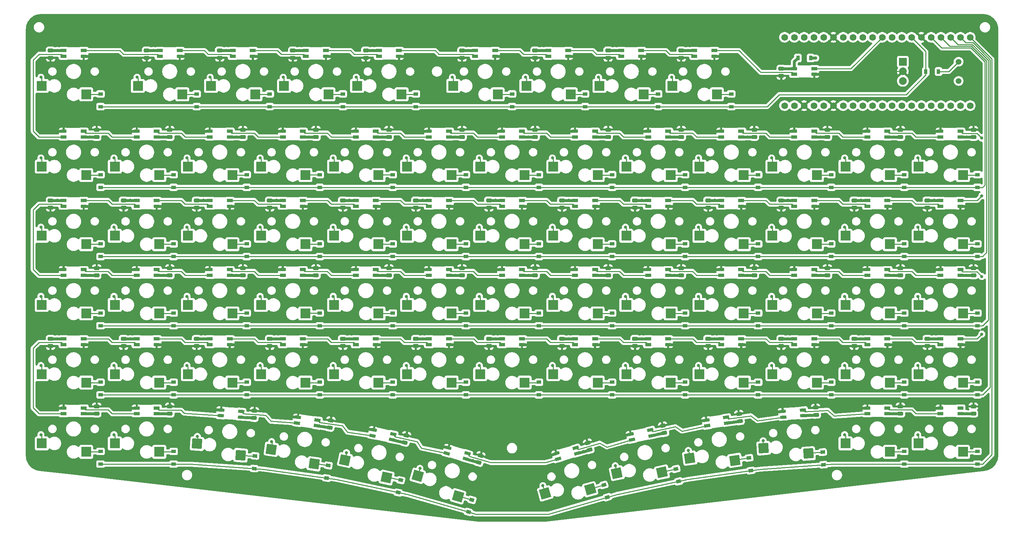
<source format=gbr>
%TF.GenerationSoftware,KiCad,Pcbnew,8.0.4*%
%TF.CreationDate,2024-08-04T16:18:39+02:00*%
%TF.ProjectId,eepyboard,65657079-626f-4617-9264-2e6b69636164,1.0*%
%TF.SameCoordinates,Original*%
%TF.FileFunction,Copper,L4,Bot*%
%TF.FilePolarity,Positive*%
%FSLAX46Y46*%
G04 Gerber Fmt 4.6, Leading zero omitted, Abs format (unit mm)*
G04 Created by KiCad (PCBNEW 8.0.4) date 2024-08-04 16:18:39*
%MOMM*%
%LPD*%
G01*
G04 APERTURE LIST*
G04 Aperture macros list*
%AMRoundRect*
0 Rectangle with rounded corners*
0 $1 Rounding radius*
0 $2 $3 $4 $5 $6 $7 $8 $9 X,Y pos of 4 corners*
0 Add a 4 corners polygon primitive as box body*
4,1,4,$2,$3,$4,$5,$6,$7,$8,$9,$2,$3,0*
0 Add four circle primitives for the rounded corners*
1,1,$1+$1,$2,$3*
1,1,$1+$1,$4,$5*
1,1,$1+$1,$6,$7*
1,1,$1+$1,$8,$9*
0 Add four rect primitives between the rounded corners*
20,1,$1+$1,$2,$3,$4,$5,0*
20,1,$1+$1,$4,$5,$6,$7,0*
20,1,$1+$1,$6,$7,$8,$9,0*
20,1,$1+$1,$8,$9,$2,$3,0*%
%AMRotRect*
0 Rectangle, with rotation*
0 The origin of the aperture is its center*
0 $1 length*
0 $2 width*
0 $3 Rotation angle, in degrees counterclockwise*
0 Add horizontal line*
21,1,$1,$2,0,0,$3*%
G04 Aperture macros list end*
%TA.AperFunction,SMDPad,CuDef*%
%ADD10R,2.600000X2.600000*%
%TD*%
%TA.AperFunction,SMDPad,CuDef*%
%ADD11R,1.600000X0.820000*%
%TD*%
%TA.AperFunction,SMDPad,CuDef*%
%ADD12RoundRect,0.205000X-0.595000X-0.205000X0.595000X-0.205000X0.595000X0.205000X-0.595000X0.205000X0*%
%TD*%
%TA.AperFunction,SMDPad,CuDef*%
%ADD13RoundRect,0.205000X0.595000X0.205000X-0.595000X0.205000X-0.595000X-0.205000X0.595000X-0.205000X0*%
%TD*%
%TA.AperFunction,SMDPad,CuDef*%
%ADD14RotRect,1.600000X0.820000X188.000000*%
%TD*%
%TA.AperFunction,SMDPad,CuDef*%
%ADD15RoundRect,0.205000X0.560679X0.285813X-0.617740X0.120197X-0.560679X-0.285813X0.617740X-0.120197X0*%
%TD*%
%TA.AperFunction,SMDPad,CuDef*%
%ADD16RotRect,1.600000X0.820000X196.000000*%
%TD*%
%TA.AperFunction,SMDPad,CuDef*%
%ADD17RoundRect,0.205000X0.515445X0.361063X-0.628456X0.033054X-0.515445X-0.361063X0.628456X-0.033054X0*%
%TD*%
%TA.AperFunction,SMDPad,CuDef*%
%ADD18RotRect,2.600000X2.600000X164.000000*%
%TD*%
%TA.AperFunction,SMDPad,CuDef*%
%ADD19RotRect,1.600000X0.820000X192.000000*%
%TD*%
%TA.AperFunction,SMDPad,CuDef*%
%ADD20RoundRect,0.205000X0.539376X0.324228X-0.624620X0.076813X-0.539376X-0.324228X0.624620X-0.076813X0*%
%TD*%
%TA.AperFunction,SMDPad,CuDef*%
%ADD21RotRect,2.600000X2.600000X172.000000*%
%TD*%
%TA.AperFunction,SMDPad,CuDef*%
%ADD22RotRect,2.600000X2.600000X192.000000*%
%TD*%
%TA.AperFunction,SMDPad,CuDef*%
%ADD23RotRect,2.600000X2.600000X168.000000*%
%TD*%
%TA.AperFunction,SMDPad,CuDef*%
%ADD24RotRect,2.600000X2.600000X196.000000*%
%TD*%
%TA.AperFunction,SMDPad,CuDef*%
%ADD25RotRect,1.600000X0.820000X176.000000*%
%TD*%
%TA.AperFunction,SMDPad,CuDef*%
%ADD26RoundRect,0.205000X0.607851X0.162996X-0.579251X0.246006X-0.607851X-0.162996X0.579251X-0.246006X0*%
%TD*%
%TA.AperFunction,SMDPad,CuDef*%
%ADD27RotRect,1.600000X0.820000X184.000000*%
%TD*%
%TA.AperFunction,SMDPad,CuDef*%
%ADD28RoundRect,0.205000X0.579251X0.246006X-0.607851X0.162996X-0.579251X-0.246006X0.607851X-0.162996X0*%
%TD*%
%TA.AperFunction,SMDPad,CuDef*%
%ADD29RotRect,2.600000X2.600000X188.000000*%
%TD*%
%TA.AperFunction,SMDPad,CuDef*%
%ADD30RotRect,1.600000X0.820000X164.000000*%
%TD*%
%TA.AperFunction,SMDPad,CuDef*%
%ADD31RoundRect,0.205000X0.628456X0.033054X-0.515445X0.361063X-0.628456X-0.033054X0.515445X-0.361063X0*%
%TD*%
%TA.AperFunction,ComponentPad*%
%ADD32C,1.500000*%
%TD*%
%TA.AperFunction,ComponentPad*%
%ADD33R,2.000000X2.000000*%
%TD*%
%TA.AperFunction,ComponentPad*%
%ADD34C,2.000000*%
%TD*%
%TA.AperFunction,ComponentPad*%
%ADD35C,1.752600*%
%TD*%
%TA.AperFunction,SMDPad,CuDef*%
%ADD36RotRect,2.600000X2.600000X184.000000*%
%TD*%
%TA.AperFunction,SMDPad,CuDef*%
%ADD37RotRect,2.600000X2.600000X176.000000*%
%TD*%
%TA.AperFunction,SMDPad,CuDef*%
%ADD38RotRect,1.600000X0.820000X168.000000*%
%TD*%
%TA.AperFunction,SMDPad,CuDef*%
%ADD39RoundRect,0.205000X0.624620X0.076813X-0.539376X0.324228X-0.624620X-0.076813X0.539376X-0.324228X0*%
%TD*%
%TA.AperFunction,SMDPad,CuDef*%
%ADD40RotRect,1.600000X0.820000X172.000000*%
%TD*%
%TA.AperFunction,SMDPad,CuDef*%
%ADD41RoundRect,0.205000X0.617740X0.120197X-0.560679X0.285813X-0.617740X-0.120197X0.560679X-0.285813X0*%
%TD*%
%TA.AperFunction,SMDPad,CuDef*%
%ADD42RoundRect,0.250000X-0.475000X0.250000X-0.475000X-0.250000X0.475000X-0.250000X0.475000X0.250000X0*%
%TD*%
%TA.AperFunction,SMDPad,CuDef*%
%ADD43RoundRect,0.250000X0.475000X-0.250000X0.475000X0.250000X-0.475000X0.250000X-0.475000X-0.250000X0*%
%TD*%
%TA.AperFunction,SMDPad,CuDef*%
%ADD44R,1.200000X0.900000*%
%TD*%
%TA.AperFunction,SMDPad,CuDef*%
%ADD45RoundRect,0.250000X-0.435584X0.313674X-0.505171X-0.181460X0.435584X-0.313674X0.505171X0.181460X0*%
%TD*%
%TA.AperFunction,SMDPad,CuDef*%
%ADD46RoundRect,0.250000X-0.456404X0.282525X-0.491282X-0.216257X0.456404X-0.282525X0.491282X0.216257X0*%
%TD*%
%TA.AperFunction,SMDPad,CuDef*%
%ADD47RotRect,0.900000X1.200000X102.000000*%
%TD*%
%TA.AperFunction,SMDPad,CuDef*%
%ADD48R,0.900000X1.200000*%
%TD*%
%TA.AperFunction,SMDPad,CuDef*%
%ADD49RoundRect,0.250000X-0.516598X0.145779X-0.412642X-0.343295X0.516598X-0.145779X0.412642X0.343295X0*%
%TD*%
%TA.AperFunction,SMDPad,CuDef*%
%ADD50RoundRect,0.250000X-0.412642X0.343295X-0.516598X-0.145779X0.412642X-0.343295X0.516598X0.145779X0*%
%TD*%
%TA.AperFunction,SMDPad,CuDef*%
%ADD51RoundRect,0.250000X-0.387690X0.371243X-0.525509X-0.109388X0.387690X-0.371243X0.525509X0.109388X0*%
%TD*%
%TA.AperFunction,SMDPad,CuDef*%
%ADD52RotRect,0.900000X1.200000X74.000000*%
%TD*%
%TA.AperFunction,SMDPad,CuDef*%
%ADD53RotRect,0.900000X1.200000X106.000000*%
%TD*%
%TA.AperFunction,SMDPad,CuDef*%
%ADD54RotRect,0.900000X1.200000X94.000000*%
%TD*%
%TA.AperFunction,SMDPad,CuDef*%
%ADD55RotRect,0.900000X1.200000X86.000000*%
%TD*%
%TA.AperFunction,SMDPad,CuDef*%
%ADD56RotRect,0.900000X1.200000X78.000000*%
%TD*%
%TA.AperFunction,SMDPad,CuDef*%
%ADD57RoundRect,0.250000X-0.525509X0.109388X-0.387690X-0.371243X0.525509X-0.109388X0.387690X0.371243X0*%
%TD*%
%TA.AperFunction,SMDPad,CuDef*%
%ADD58RoundRect,0.250000X-0.505171X0.181460X-0.435584X-0.313674X0.505171X-0.181460X0.435584X0.313674X0*%
%TD*%
%TA.AperFunction,SMDPad,CuDef*%
%ADD59RoundRect,0.250000X-0.491282X0.216257X-0.456404X-0.282525X0.491282X-0.216257X0.456404X0.282525X0*%
%TD*%
%TA.AperFunction,SMDPad,CuDef*%
%ADD60RotRect,0.900000X1.200000X82.000000*%
%TD*%
%TA.AperFunction,SMDPad,CuDef*%
%ADD61RotRect,0.900000X1.200000X98.000000*%
%TD*%
%TA.AperFunction,ViaPad*%
%ADD62C,0.800000*%
%TD*%
%TA.AperFunction,Conductor*%
%ADD63C,0.750000*%
%TD*%
%TA.AperFunction,Conductor*%
%ADD64C,0.250000*%
%TD*%
G04 APERTURE END LIST*
D10*
%TO.P,S41,1*%
%TO.N,nine_top*%
X274357827Y-101862340D03*
%TO.P,S41,2*%
%TO.N,GP25*%
X262807827Y-99662340D03*
%TD*%
D11*
%TO.P,LED15,1*%
%TO.N,VCC*%
X230482832Y-126462336D03*
%TO.P,LED15,2*%
%TO.N,led_dout_primary_seven_bottom*%
X230482832Y-127962336D03*
D12*
%TO.P,LED15,3*%
%TO.N,GND*%
X235682832Y-127962336D03*
D11*
%TO.P,LED15,4*%
%TO.N,led_dout_primary_eight_bottom*%
X235682832Y-126462336D03*
%TD*%
D10*
%TO.P,S49,1*%
%TO.N,eleven_home*%
X312357833Y-119862336D03*
%TO.P,S49,2*%
%TO.N,GP23*%
X300807833Y-117662336D03*
%TD*%
D11*
%TO.P,LED43,1*%
%TO.N,VCC*%
X140682828Y-73962341D03*
%TO.P,LED43,2*%
%TO.N,led_dout_primary_two_numbers*%
X140682828Y-72462341D03*
D13*
%TO.P,LED43,3*%
%TO.N,GND*%
X135482828Y-72462341D03*
D11*
%TO.P,LED43,4*%
%TO.N,led_dout_primary_one_numbers*%
X135482828Y-73962341D03*
%TD*%
D10*
%TO.P,S7,1*%
%TO.N,one_bottom*%
X122357827Y-137862340D03*
%TO.P,S7,2*%
%TO.N,GP7*%
X110807827Y-135662340D03*
%TD*%
D14*
%TO.P,LED71,1*%
%TO.N,VCC*%
X269993971Y-148374040D03*
%TO.P,LED71,2*%
%TO.N,led_dout_thumb_mirror_two_default*%
X269785211Y-146888638D03*
D15*
%TO.P,LED71,3*%
%TO.N,GND*%
X264635817Y-147612338D03*
D14*
%TO.P,LED71,4*%
%TO.N,led_dout_thumb_mirror_three_default*%
X264844577Y-149097740D03*
%TD*%
D10*
%TO.P,S40,1*%
%TO.N,nine_home*%
X274357829Y-119862343D03*
%TO.P,S40,2*%
%TO.N,GP25*%
X262807829Y-117662343D03*
%TD*%
%TO.P,S51,1*%
%TO.N,eleven_numbers*%
X312357828Y-83862335D03*
%TO.P,S51,2*%
%TO.N,GP23*%
X300807828Y-81662335D03*
%TD*%
D11*
%TO.P,LED13,1*%
%TO.N,VCC*%
X211482827Y-126462341D03*
%TO.P,LED13,2*%
%TO.N,led_dout_primary_six_bottom*%
X211482827Y-127962341D03*
D12*
%TO.P,LED13,3*%
%TO.N,GND*%
X216682827Y-127962341D03*
D11*
%TO.P,LED13,4*%
%TO.N,led_dout_primary_seven_bottom*%
X216682827Y-126462341D03*
%TD*%
D10*
%TO.P,S29,1*%
%TO.N,six_top*%
X217357829Y-101862335D03*
%TO.P,S29,2*%
%TO.N,GP2*%
X205807829Y-99662335D03*
%TD*%
%TO.P,S33,1*%
%TO.N,seven_top*%
X236357828Y-101862343D03*
%TO.P,S33,2*%
%TO.N,GP1*%
X224807828Y-99662343D03*
%TD*%
%TO.P,S30,1*%
%TO.N,six_numbers*%
X217357828Y-83862343D03*
%TO.P,S30,2*%
%TO.N,GP2*%
X205807828Y-81662343D03*
%TD*%
D11*
%TO.P,LED4,1*%
%TO.N,VCC*%
X116482826Y-90462337D03*
%TO.P,LED4,2*%
%TO.N,led_dout_primary_one_top*%
X116482826Y-91962337D03*
D12*
%TO.P,LED4,3*%
%TO.N,GND*%
X121682826Y-91962337D03*
D11*
%TO.P,LED4,4*%
%TO.N,led_dout_primary_two_top*%
X121682826Y-90462337D03*
%TD*%
D10*
%TO.P,S27,1*%
%TO.N,six_bottom*%
X217357828Y-137862340D03*
%TO.P,S27,2*%
%TO.N,GP2*%
X205807828Y-135662340D03*
%TD*%
%TO.P,S36,1*%
%TO.N,eight_home*%
X255357829Y-119862339D03*
%TO.P,S36,2*%
%TO.N,GP0*%
X243807829Y-117662339D03*
%TD*%
D11*
%TO.P,LED1,1*%
%TO.N,VCC*%
X97482827Y-126462344D03*
%TO.P,LED1,2*%
%TO.N,led_dout_primary_zero_bottom*%
X97482827Y-127962344D03*
D12*
%TO.P,LED1,3*%
%TO.N,GND*%
X102682827Y-127962344D03*
D11*
%TO.P,LED1,4*%
%TO.N,led_dout_primary_one_bottom*%
X102682827Y-126462344D03*
%TD*%
D10*
%TO.P,S72,1*%
%TO.N,f7_default*%
X248357826Y-62862345D03*
%TO.P,S72,2*%
%TO.N,GP1*%
X236807826Y-60662345D03*
%TD*%
D11*
%TO.P,LED31,1*%
%TO.N,VCC*%
X179482832Y-51462337D03*
%TO.P,LED31,2*%
%TO.N,led_dout_function_f4_default*%
X179482832Y-52962337D03*
D12*
%TO.P,LED31,3*%
%TO.N,GND*%
X184682832Y-52962337D03*
D11*
%TO.P,LED31,4*%
%TO.N,led_dout_function_f5_default*%
X184682832Y-51462337D03*
%TD*%
D16*
%TO.P,LED73,1*%
%TO.N,VCC*%
X231027002Y-156285886D03*
%TO.P,LED73,2*%
%TO.N,led_dout_thumb_mirror_four_default*%
X230613546Y-154843994D03*
D17*
%TO.P,LED73,3*%
%TO.N,GND*%
X225614986Y-156277308D03*
D16*
%TO.P,LED73,4*%
%TO.N,led_dout_thumb_four_default*%
X226028442Y-157719200D03*
%TD*%
D10*
%TO.P,S45,1*%
%TO.N,ten_top*%
X293357833Y-101862333D03*
%TO.P,S45,2*%
%TO.N,GP24*%
X281807833Y-99662333D03*
%TD*%
D11*
%TO.P,LED39,1*%
%TO.N,VCC*%
X121682832Y-145962345D03*
%TO.P,LED39,2*%
%TO.N,led_dout_primary_one_mods*%
X121682832Y-144462345D03*
D13*
%TO.P,LED39,3*%
%TO.N,GND*%
X116482832Y-144462345D03*
D11*
%TO.P,LED39,4*%
%TO.N,led_dout_primary_zero_mods*%
X116482832Y-145962345D03*
%TD*%
D18*
%TO.P,S60,1*%
%TO.N,four_default*%
X200057261Y-167421744D03*
%TO.P,S60,2*%
%TO.N,GP3*%
X189561090Y-162123357D03*
%TD*%
D11*
%TO.P,LED35,1*%
%TO.N,VCC*%
X261482827Y-51462345D03*
%TO.P,LED35,2*%
%TO.N,led_dout_function_f8_default*%
X261482827Y-52962345D03*
D12*
%TO.P,LED35,3*%
%TO.N,GND*%
X266682827Y-52962345D03*
D11*
%TO.P,LED35,4*%
%TO.N,led_dout_status_led*%
X266682827Y-51462345D03*
%TD*%
D10*
%TO.P,S50,1*%
%TO.N,eleven_top*%
X312357828Y-101862341D03*
%TO.P,S50,2*%
%TO.N,GP23*%
X300807828Y-99662341D03*
%TD*%
%TO.P,S35,1*%
%TO.N,eight_bottom*%
X255357826Y-137862335D03*
%TO.P,S35,2*%
%TO.N,GP0*%
X243807826Y-135662335D03*
%TD*%
D11*
%TO.P,LED12,1*%
%TO.N,VCC*%
X192482827Y-90462342D03*
%TO.P,LED12,2*%
%TO.N,led_dout_primary_five_top*%
X192482827Y-91962342D03*
D12*
%TO.P,LED12,3*%
%TO.N,GND*%
X197682827Y-91962342D03*
D11*
%TO.P,LED12,4*%
%TO.N,led_dout_primary_six_top*%
X197682827Y-90462342D03*
%TD*%
D10*
%TO.P,S68,1*%
%TO.N,f3_default*%
X166357827Y-62862342D03*
%TO.P,S68,2*%
%TO.N,GP5*%
X154807827Y-60662342D03*
%TD*%
D19*
%TO.P,LED72,1*%
%TO.N,VCC*%
X250372345Y-151649587D03*
%TO.P,LED72,2*%
%TO.N,led_dout_thumb_mirror_three_default*%
X250060476Y-150182366D03*
D20*
%TO.P,LED72,3*%
%TO.N,GND*%
X244974107Y-151263507D03*
D19*
%TO.P,LED72,4*%
%TO.N,led_dout_thumb_mirror_four_default*%
X245285976Y-152730728D03*
%TD*%
D21*
%TO.P,S58,1*%
%TO.N,two_default*%
X162611698Y-158995332D03*
%TO.P,S58,2*%
%TO.N,GP5*%
X151480283Y-155209293D03*
%TD*%
D10*
%TO.P,S54,1*%
%TO.N,twelve_home*%
X331357829Y-119862336D03*
%TO.P,S54,2*%
%TO.N,GP22*%
X319807829Y-117662336D03*
%TD*%
D11*
%TO.P,LED59,1*%
%TO.N,VCC*%
X292682826Y-73962339D03*
%TO.P,LED59,2*%
%TO.N,led_dout_primary_ten_numbers*%
X292682826Y-72462339D03*
D13*
%TO.P,LED59,3*%
%TO.N,GND*%
X287482826Y-72462339D03*
D11*
%TO.P,LED59,4*%
%TO.N,led_dout_primary_nine_numbers*%
X287482826Y-73962339D03*
%TD*%
%TO.P,LED21,1*%
%TO.N,VCC*%
X287482830Y-126462344D03*
%TO.P,LED21,2*%
%TO.N,led_dout_primary_ten_bottom*%
X287482830Y-127962344D03*
D12*
%TO.P,LED21,3*%
%TO.N,GND*%
X292682830Y-127962344D03*
D11*
%TO.P,LED21,4*%
%TO.N,led_dout_primary_eleven_bottom*%
X292682830Y-126462344D03*
%TD*%
%TO.P,LED9,1*%
%TO.N,VCC*%
X173482828Y-126462339D03*
%TO.P,LED9,2*%
%TO.N,led_dout_primary_four_bottom*%
X173482828Y-127962339D03*
D12*
%TO.P,LED9,3*%
%TO.N,GND*%
X178682828Y-127962339D03*
D11*
%TO.P,LED9,4*%
%TO.N,led_dout_primary_five_bottom*%
X178682828Y-126462339D03*
%TD*%
D10*
%TO.P,S47,1*%
%TO.N,eleven_mods*%
X312357824Y-155862343D03*
%TO.P,S47,2*%
%TO.N,GP23*%
X300807824Y-153662343D03*
%TD*%
%TO.P,S22,1*%
%TO.N,four_numbers*%
X179357830Y-83862342D03*
%TO.P,S22,2*%
%TO.N,GP4*%
X167807830Y-81662342D03*
%TD*%
%TO.P,S37,1*%
%TO.N,eight_top*%
X255357824Y-101862345D03*
%TO.P,S37,2*%
%TO.N,GP0*%
X243807824Y-99662345D03*
%TD*%
D11*
%TO.P,LED44,1*%
%TO.N,VCC*%
X159682830Y-109962339D03*
%TO.P,LED44,2*%
%TO.N,led_dout_primary_three_home*%
X159682830Y-108462339D03*
D13*
%TO.P,LED44,3*%
%TO.N,GND*%
X154482830Y-108462339D03*
D11*
%TO.P,LED44,4*%
%TO.N,led_dout_primary_two_home*%
X154482830Y-109962339D03*
%TD*%
D10*
%TO.P,S42,1*%
%TO.N,nine_numbers*%
X274357834Y-83862341D03*
%TO.P,S42,2*%
%TO.N,GP25*%
X262807834Y-81662341D03*
%TD*%
%TO.P,S20,1*%
%TO.N,four_home*%
X179357833Y-119862342D03*
%TO.P,S20,2*%
%TO.N,GP4*%
X167807833Y-117662342D03*
%TD*%
%TO.P,S16,1*%
%TO.N,three_home*%
X160357825Y-119862344D03*
%TO.P,S16,2*%
%TO.N,GP5*%
X148807825Y-117662344D03*
%TD*%
D11*
%TO.P,LED6,1*%
%TO.N,VCC*%
X135482824Y-90462341D03*
%TO.P,LED6,2*%
%TO.N,led_dout_primary_two_top*%
X135482824Y-91962341D03*
D12*
%TO.P,LED6,3*%
%TO.N,GND*%
X140682824Y-91962341D03*
D11*
%TO.P,LED6,4*%
%TO.N,led_dout_primary_three_top*%
X140682824Y-90462341D03*
%TD*%
D10*
%TO.P,S48,1*%
%TO.N,eleven_bottom*%
X312357823Y-137862336D03*
%TO.P,S48,2*%
%TO.N,GP23*%
X300807823Y-135662336D03*
%TD*%
D11*
%TO.P,LED48,1*%
%TO.N,VCC*%
X197682825Y-109962341D03*
%TO.P,LED48,2*%
%TO.N,led_dout_primary_five_home*%
X197682825Y-108462341D03*
D13*
%TO.P,LED48,3*%
%TO.N,GND*%
X192482825Y-108462341D03*
D11*
%TO.P,LED48,4*%
%TO.N,led_dout_primary_four_home*%
X192482825Y-109962341D03*
%TD*%
%TO.P,LED45,1*%
%TO.N,VCC*%
X159682828Y-73962339D03*
%TO.P,LED45,2*%
%TO.N,led_dout_primary_three_numbers*%
X159682828Y-72462339D03*
D13*
%TO.P,LED45,3*%
%TO.N,GND*%
X154482828Y-72462339D03*
D11*
%TO.P,LED45,4*%
%TO.N,led_dout_primary_two_numbers*%
X154482828Y-73962339D03*
%TD*%
%TO.P,LED58,1*%
%TO.N,VCC*%
X292682828Y-109962340D03*
%TO.P,LED58,2*%
%TO.N,led_dout_primary_ten_home*%
X292682828Y-108462340D03*
D13*
%TO.P,LED58,3*%
%TO.N,GND*%
X287482828Y-108462340D03*
D11*
%TO.P,LED58,4*%
%TO.N,led_dout_primary_nine_home*%
X287482828Y-109962340D03*
%TD*%
D10*
%TO.P,S19,1*%
%TO.N,four_bottom*%
X179357826Y-137862340D03*
%TO.P,S19,2*%
%TO.N,GP4*%
X167807826Y-135662340D03*
%TD*%
D11*
%TO.P,LED17,1*%
%TO.N,VCC*%
X249482828Y-126462344D03*
%TO.P,LED17,2*%
%TO.N,led_dout_primary_eight_bottom*%
X249482828Y-127962344D03*
D12*
%TO.P,LED17,3*%
%TO.N,GND*%
X254682828Y-127962344D03*
D11*
%TO.P,LED17,4*%
%TO.N,led_dout_primary_nine_bottom*%
X254682828Y-126462344D03*
%TD*%
D22*
%TO.P,S63,1*%
%TO.N,mirror_three_default*%
X253090918Y-161192896D03*
%TO.P,S63,2*%
%TO.N,GP0*%
X241335907Y-161442352D03*
%TD*%
D10*
%TO.P,S2,1*%
%TO.N,zero_bottom*%
X103357831Y-137862341D03*
%TO.P,S2,2*%
%TO.N,GP8*%
X91807831Y-135662341D03*
%TD*%
D11*
%TO.P,LED61,1*%
%TO.N,VCC*%
X311682829Y-109962339D03*
%TO.P,LED61,2*%
%TO.N,led_dout_primary_eleven_home*%
X311682829Y-108462339D03*
D13*
%TO.P,LED61,3*%
%TO.N,GND*%
X306482829Y-108462339D03*
D11*
%TO.P,LED61,4*%
%TO.N,led_dout_primary_ten_home*%
X306482829Y-109962339D03*
%TD*%
D23*
%TO.P,S59,1*%
%TO.N,three_default*%
X181481606Y-162554729D03*
%TO.P,S59,2*%
%TO.N,GP4*%
X170641407Y-158001424D03*
%TD*%
D10*
%TO.P,S69,1*%
%TO.N,f4_default*%
X185357831Y-62862332D03*
%TO.P,S69,2*%
%TO.N,GP4*%
X173807831Y-60662332D03*
%TD*%
%TO.P,S34,1*%
%TO.N,seven_numbers*%
X236357830Y-83862338D03*
%TO.P,S34,2*%
%TO.N,GP1*%
X224807830Y-81662338D03*
%TD*%
D11*
%TO.P,LED28,1*%
%TO.N,VCC*%
X122482827Y-51462346D03*
%TO.P,LED28,2*%
%TO.N,led_dout_function_f1_default*%
X122482827Y-52962346D03*
D12*
%TO.P,LED28,3*%
%TO.N,GND*%
X127682827Y-52962346D03*
D11*
%TO.P,LED28,4*%
%TO.N,led_dout_function_f2_default*%
X127682827Y-51462346D03*
%TD*%
%TO.P,LED34,1*%
%TO.N,VCC*%
X242482833Y-51462340D03*
%TO.P,LED34,2*%
%TO.N,led_dout_function_f7_default*%
X242482833Y-52962340D03*
D12*
%TO.P,LED34,3*%
%TO.N,GND*%
X247682833Y-52962340D03*
D11*
%TO.P,LED34,4*%
%TO.N,led_dout_function_f8_default*%
X247682833Y-51462340D03*
%TD*%
%TO.P,LED64,1*%
%TO.N,VCC*%
X330682827Y-109962340D03*
%TO.P,LED64,2*%
%TO.N,led_dout_primary_twelve_home*%
X330682827Y-108462340D03*
D13*
%TO.P,LED64,3*%
%TO.N,GND*%
X325482827Y-108462340D03*
D11*
%TO.P,LED64,4*%
%TO.N,led_dout_primary_eleven_home*%
X325482827Y-109962340D03*
%TD*%
D10*
%TO.P,S55,1*%
%TO.N,twelve_top*%
X331357826Y-101862345D03*
%TO.P,S55,2*%
%TO.N,GP22*%
X319807826Y-99662345D03*
%TD*%
%TO.P,S56,1*%
%TO.N,twelve_numbers*%
X331357829Y-83862334D03*
%TO.P,S56,2*%
%TO.N,GP22*%
X319807829Y-81662334D03*
%TD*%
D11*
%TO.P,LED27,1*%
%TO.N,VCC*%
X97482829Y-51462339D03*
%TO.P,LED27,2*%
%TO.N,led_dout_function_esc_default*%
X97482829Y-52962339D03*
D12*
%TO.P,LED27,3*%
%TO.N,GND*%
X102682829Y-52962339D03*
D11*
%TO.P,LED27,4*%
%TO.N,led_dout_function_f1_default*%
X102682829Y-51462339D03*
%TD*%
%TO.P,LED11,1*%
%TO.N,VCC*%
X192482831Y-126462340D03*
%TO.P,LED11,2*%
%TO.N,led_dout_primary_five_bottom*%
X192482831Y-127962340D03*
D12*
%TO.P,LED11,3*%
%TO.N,GND*%
X197682831Y-127962340D03*
D11*
%TO.P,LED11,4*%
%TO.N,led_dout_primary_six_bottom*%
X197682831Y-126462340D03*
%TD*%
%TO.P,LED56,1*%
%TO.N,VCC*%
X273682825Y-109962339D03*
%TO.P,LED56,2*%
%TO.N,led_dout_primary_nine_home*%
X273682825Y-108462339D03*
D13*
%TO.P,LED56,3*%
%TO.N,GND*%
X268482825Y-108462339D03*
D11*
%TO.P,LED56,4*%
%TO.N,led_dout_primary_eight_home*%
X268482825Y-109962339D03*
%TD*%
%TO.P,LED16,1*%
%TO.N,VCC*%
X230482828Y-90462341D03*
%TO.P,LED16,2*%
%TO.N,led_dout_primary_seven_top*%
X230482828Y-91962341D03*
D12*
%TO.P,LED16,3*%
%TO.N,GND*%
X235682828Y-91962341D03*
D11*
%TO.P,LED16,4*%
%TO.N,led_dout_primary_eight_top*%
X235682828Y-90462341D03*
%TD*%
D10*
%TO.P,S24,1*%
%TO.N,five_home*%
X198357826Y-119862340D03*
%TO.P,S24,2*%
%TO.N,GP3*%
X186807826Y-117662340D03*
%TD*%
%TO.P,S9,1*%
%TO.N,one_top*%
X122357830Y-101862334D03*
%TO.P,S9,2*%
%TO.N,GP7*%
X110807830Y-99662334D03*
%TD*%
D11*
%TO.P,LED51,1*%
%TO.N,VCC*%
X216682828Y-73962338D03*
%TO.P,LED51,2*%
%TO.N,led_dout_primary_six_numbers*%
X216682828Y-72462338D03*
D13*
%TO.P,LED51,3*%
%TO.N,GND*%
X211482828Y-72462338D03*
D11*
%TO.P,LED51,4*%
%TO.N,led_dout_primary_five_numbers*%
X211482828Y-73962338D03*
%TD*%
%TO.P,LED57,1*%
%TO.N,VCC*%
X273682824Y-73962342D03*
%TO.P,LED57,2*%
%TO.N,led_dout_primary_nine_numbers*%
X273682824Y-72462342D03*
D13*
%TO.P,LED57,3*%
%TO.N,GND*%
X268482824Y-72462342D03*
D11*
%TO.P,LED57,4*%
%TO.N,led_dout_primary_eight_numbers*%
X268482824Y-73962342D03*
%TD*%
D10*
%TO.P,S43,1*%
%TO.N,ten_bottom*%
X293357829Y-137862337D03*
%TO.P,S43,2*%
%TO.N,GP24*%
X281807829Y-135662337D03*
%TD*%
%TO.P,S11,1*%
%TO.N,two_bottom*%
X141357829Y-137862343D03*
%TO.P,S11,2*%
%TO.N,GP6*%
X129807829Y-135662343D03*
%TD*%
D11*
%TO.P,LED65,1*%
%TO.N,VCC*%
X330682827Y-73962338D03*
%TO.P,LED65,2*%
%TO.N,led_dout_primary_twelve_numbers*%
X330682827Y-72462338D03*
D13*
%TO.P,LED65,3*%
%TO.N,GND*%
X325482827Y-72462338D03*
D11*
%TO.P,LED65,4*%
%TO.N,led_dout_primary_eleven_numbers*%
X325482827Y-73962338D03*
%TD*%
%TO.P,LED10,1*%
%TO.N,VCC*%
X173482829Y-90462342D03*
%TO.P,LED10,2*%
%TO.N,led_dout_primary_four_top*%
X173482829Y-91962342D03*
D12*
%TO.P,LED10,3*%
%TO.N,GND*%
X178682829Y-91962342D03*
D11*
%TO.P,LED10,4*%
%TO.N,led_dout_primary_five_top*%
X178682829Y-90462342D03*
%TD*%
D24*
%TO.P,S64,1*%
%TO.N,mirror_four_default*%
X234404664Y-165616322D03*
%TO.P,S64,2*%
%TO.N,GP1*%
X222695690Y-166685159D03*
%TD*%
D11*
%TO.P,LED63,1*%
%TO.N,VCC*%
X330682828Y-145962343D03*
%TO.P,LED63,2*%
%TO.N,led_dout_primary_twelve_mods*%
X330682828Y-144462343D03*
D13*
%TO.P,LED63,3*%
%TO.N,GND*%
X325482828Y-144462343D03*
D11*
%TO.P,LED63,4*%
%TO.N,led_dout_primary_eleven_mods*%
X325482828Y-145962343D03*
%TD*%
%TO.P,LED46,1*%
%TO.N,VCC*%
X178682828Y-109962340D03*
%TO.P,LED46,2*%
%TO.N,led_dout_primary_four_home*%
X178682828Y-108462340D03*
D13*
%TO.P,LED46,3*%
%TO.N,GND*%
X173482828Y-108462340D03*
D11*
%TO.P,LED46,4*%
%TO.N,led_dout_primary_three_home*%
X173482828Y-109962340D03*
%TD*%
%TO.P,LED41,1*%
%TO.N,VCC*%
X121682831Y-73962334D03*
%TO.P,LED41,2*%
%TO.N,led_dout_primary_one_numbers*%
X121682831Y-72462334D03*
D13*
%TO.P,LED41,3*%
%TO.N,GND*%
X116482831Y-72462334D03*
D11*
%TO.P,LED41,4*%
%TO.N,led_dout_primary_zero_numbers*%
X116482831Y-73962334D03*
%TD*%
D25*
%TO.P,LED66,1*%
%TO.N,VCC*%
X143556700Y-146837944D03*
%TO.P,LED66,2*%
%TO.N,led_dout_thumb_one_default*%
X143661335Y-145341598D03*
D26*
%TO.P,LED66,3*%
%TO.N,GND*%
X138474002Y-144978864D03*
D25*
%TO.P,LED66,4*%
%TO.N,led_dout_primary_one_mods*%
X138369367Y-146475210D03*
%TD*%
D10*
%TO.P,S5,1*%
%TO.N,zero_numbers*%
X103357829Y-83862341D03*
%TO.P,S5,2*%
%TO.N,GP8*%
X91807829Y-81662341D03*
%TD*%
%TO.P,S38,1*%
%TO.N,eight_numbers*%
X255357830Y-83862341D03*
%TO.P,S38,2*%
%TO.N,GP0*%
X243807830Y-81662341D03*
%TD*%
%TO.P,S44,1*%
%TO.N,ten_home*%
X293357830Y-119862341D03*
%TO.P,S44,2*%
%TO.N,GP24*%
X281807830Y-117662341D03*
%TD*%
%TO.P,S73,1*%
%TO.N,f8_default*%
X267357826Y-62862342D03*
%TO.P,S73,2*%
%TO.N,GP0*%
X255807826Y-60662342D03*
%TD*%
%TO.P,S3,1*%
%TO.N,zero_home*%
X103357828Y-119862342D03*
%TO.P,S3,2*%
%TO.N,GP8*%
X91807828Y-117662342D03*
%TD*%
%TO.P,S23,1*%
%TO.N,five_bottom*%
X198357829Y-137862339D03*
%TO.P,S23,2*%
%TO.N,GP3*%
X186807829Y-135662339D03*
%TD*%
D11*
%TO.P,LED55,1*%
%TO.N,VCC*%
X254682825Y-73962338D03*
%TO.P,LED55,2*%
%TO.N,led_dout_primary_eight_numbers*%
X254682825Y-72462338D03*
D13*
%TO.P,LED55,3*%
%TO.N,GND*%
X249482825Y-72462338D03*
D11*
%TO.P,LED55,4*%
%TO.N,led_dout_primary_seven_numbers*%
X249482825Y-73962338D03*
%TD*%
%TO.P,LED5,1*%
%TO.N,VCC*%
X135482830Y-126462342D03*
%TO.P,LED5,2*%
%TO.N,led_dout_primary_two_bottom*%
X135482830Y-127962342D03*
D12*
%TO.P,LED5,3*%
%TO.N,GND*%
X140682830Y-127962342D03*
D11*
%TO.P,LED5,4*%
%TO.N,led_dout_primary_three_bottom*%
X140682830Y-126462342D03*
%TD*%
%TO.P,LED60,1*%
%TO.N,VCC*%
X311682833Y-145962344D03*
%TO.P,LED60,2*%
%TO.N,led_dout_primary_eleven_mods*%
X311682833Y-144462344D03*
D13*
%TO.P,LED60,3*%
%TO.N,GND*%
X306482833Y-144462344D03*
D11*
%TO.P,LED60,4*%
%TO.N,led_dout_thumb_mirror_one_default*%
X306482833Y-145962344D03*
%TD*%
D10*
%TO.P,S39,1*%
%TO.N,nine_bottom*%
X274357824Y-137862339D03*
%TO.P,S39,2*%
%TO.N,GP25*%
X262807824Y-135662339D03*
%TD*%
%TO.P,S66,1*%
%TO.N,f1_default*%
X128357826Y-62862341D03*
%TO.P,S66,2*%
%TO.N,GP7*%
X116807826Y-60662341D03*
%TD*%
D11*
%TO.P,LED25,1*%
%TO.N,VCC*%
X325482832Y-126462337D03*
%TO.P,LED25,2*%
%TO.N,led_dout_primary_twelve_bottom*%
X325482832Y-127962337D03*
D12*
%TO.P,LED25,3*%
%TO.N,GND*%
X330682832Y-127962337D03*
D11*
%TO.P,LED25,4*%
%TO.N,led_dout_primary_twelve_home*%
X330682832Y-126462337D03*
%TD*%
%TO.P,LED29,1*%
%TO.N,VCC*%
X141482829Y-51462345D03*
%TO.P,LED29,2*%
%TO.N,led_dout_function_f2_default*%
X141482829Y-52962345D03*
D12*
%TO.P,LED29,3*%
%TO.N,GND*%
X146682829Y-52962345D03*
D11*
%TO.P,LED29,4*%
%TO.N,led_dout_function_f3_default*%
X146682829Y-51462345D03*
%TD*%
D10*
%TO.P,S71,1*%
%TO.N,f6_default*%
X229357824Y-62862342D03*
%TO.P,S71,2*%
%TO.N,GP2*%
X217807824Y-60662342D03*
%TD*%
%TO.P,S31,1*%
%TO.N,seven_bottom*%
X236357828Y-137862340D03*
%TO.P,S31,2*%
%TO.N,GP1*%
X224807828Y-135662340D03*
%TD*%
D11*
%TO.P,LED8,1*%
%TO.N,VCC*%
X154482825Y-90462340D03*
%TO.P,LED8,2*%
%TO.N,led_dout_primary_three_top*%
X154482825Y-91962340D03*
D12*
%TO.P,LED8,3*%
%TO.N,GND*%
X159682825Y-91962340D03*
D11*
%TO.P,LED8,4*%
%TO.N,led_dout_primary_four_top*%
X159682825Y-90462340D03*
%TD*%
%TO.P,LED26,1*%
%TO.N,VCC*%
X325482834Y-90462341D03*
%TO.P,LED26,2*%
%TO.N,led_dout_primary_twelve_top*%
X325482834Y-91962341D03*
D12*
%TO.P,LED26,3*%
%TO.N,GND*%
X330682834Y-91962341D03*
D11*
%TO.P,LED26,4*%
%TO.N,led_dout_primary_twelve_numbers*%
X330682834Y-90462341D03*
%TD*%
D10*
%TO.P,S17,1*%
%TO.N,three_top*%
X160357832Y-101862340D03*
%TO.P,S17,2*%
%TO.N,GP5*%
X148807832Y-99662340D03*
%TD*%
D11*
%TO.P,LED50,1*%
%TO.N,VCC*%
X216682826Y-109962341D03*
%TO.P,LED50,2*%
%TO.N,led_dout_primary_six_home*%
X216682826Y-108462341D03*
D13*
%TO.P,LED50,3*%
%TO.N,GND*%
X211482826Y-108462341D03*
D11*
%TO.P,LED50,4*%
%TO.N,led_dout_primary_five_home*%
X211482826Y-109962341D03*
%TD*%
D10*
%TO.P,S46,1*%
%TO.N,ten_numbers*%
X293357825Y-83862343D03*
%TO.P,S46,2*%
%TO.N,GP24*%
X281807825Y-81662343D03*
%TD*%
D27*
%TO.P,LED70,1*%
%TO.N,VCC*%
X289796290Y-146475208D03*
%TO.P,LED70,2*%
%TO.N,led_dout_thumb_mirror_one_default*%
X289691655Y-144978862D03*
D28*
%TO.P,LED70,3*%
%TO.N,GND*%
X284504322Y-145341596D03*
D27*
%TO.P,LED70,4*%
%TO.N,led_dout_thumb_mirror_two_default*%
X284608957Y-146837942D03*
%TD*%
D11*
%TO.P,LED2,1*%
%TO.N,VCC*%
X97482831Y-90462338D03*
%TO.P,LED2,2*%
%TO.N,led_dout_primary_zero_top*%
X97482831Y-91962338D03*
D12*
%TO.P,LED2,3*%
%TO.N,GND*%
X102682831Y-91962338D03*
D11*
%TO.P,LED2,4*%
%TO.N,led_dout_primary_one_top*%
X102682831Y-90462338D03*
%TD*%
D10*
%TO.P,S70,1*%
%TO.N,f5_default*%
X210357827Y-62862345D03*
%TO.P,S70,2*%
%TO.N,GP3*%
X198807827Y-60662345D03*
%TD*%
D11*
%TO.P,LED49,1*%
%TO.N,VCC*%
X197682826Y-73962342D03*
%TO.P,LED49,2*%
%TO.N,led_dout_primary_five_numbers*%
X197682826Y-72462342D03*
D13*
%TO.P,LED49,3*%
%TO.N,GND*%
X192482826Y-72462342D03*
D11*
%TO.P,LED49,4*%
%TO.N,led_dout_primary_four_numbers*%
X192482826Y-73962342D03*
%TD*%
%TO.P,LED3,1*%
%TO.N,VCC*%
X116482824Y-126462339D03*
%TO.P,LED3,2*%
%TO.N,led_dout_primary_one_bottom*%
X116482824Y-127962339D03*
D12*
%TO.P,LED3,3*%
%TO.N,GND*%
X121682824Y-127962339D03*
D11*
%TO.P,LED3,4*%
%TO.N,led_dout_primary_two_bottom*%
X121682824Y-126462339D03*
%TD*%
D29*
%TO.P,S62,1*%
%TO.N,mirror_two_default*%
X272040216Y-158083750D03*
%TO.P,S62,2*%
%TO.N,GP25*%
X260296439Y-157512610D03*
%TD*%
D11*
%TO.P,LED14,1*%
%TO.N,VCC*%
X211482830Y-90462340D03*
%TO.P,LED14,2*%
%TO.N,led_dout_primary_six_top*%
X211482830Y-91962340D03*
D12*
%TO.P,LED14,3*%
%TO.N,GND*%
X216682830Y-91962340D03*
D11*
%TO.P,LED14,4*%
%TO.N,led_dout_primary_seven_top*%
X216682830Y-90462340D03*
%TD*%
%TO.P,LED32,1*%
%TO.N,VCC*%
X204482830Y-51462343D03*
%TO.P,LED32,2*%
%TO.N,led_dout_function_f5_default*%
X204482830Y-52962343D03*
D12*
%TO.P,LED32,3*%
%TO.N,GND*%
X209682830Y-52962343D03*
D11*
%TO.P,LED32,4*%
%TO.N,led_dout_function_f6_default*%
X209682830Y-51462343D03*
%TD*%
D10*
%TO.P,S13,1*%
%TO.N,two_top*%
X141357825Y-101862341D03*
%TO.P,S13,2*%
%TO.N,GP6*%
X129807825Y-99662341D03*
%TD*%
D11*
%TO.P,LED38,1*%
%TO.N,VCC*%
X102682829Y-73962342D03*
%TO.P,LED38,2*%
%TO.N,led_dout_primary_zero_numbers*%
X102682829Y-72462342D03*
D13*
%TO.P,LED38,3*%
%TO.N,GND*%
X97482829Y-72462342D03*
D11*
%TO.P,LED38,4*%
%TO.N,led_dout_function_esc_default*%
X97482829Y-73962342D03*
%TD*%
D10*
%TO.P,S4,1*%
%TO.N,zero_top*%
X103357835Y-101862341D03*
%TO.P,S4,2*%
%TO.N,GP8*%
X91807835Y-99662341D03*
%TD*%
D11*
%TO.P,LED37,1*%
%TO.N,VCC*%
X102682828Y-109962336D03*
%TO.P,LED37,2*%
%TO.N,led_dout_primary_zero_home*%
X102682828Y-108462336D03*
D13*
%TO.P,LED37,3*%
%TO.N,GND*%
X97482828Y-108462336D03*
D11*
%TO.P,LED37,4*%
%TO.N,led_dout_primary_zero_top*%
X97482828Y-109962336D03*
%TD*%
%TO.P,LED20,1*%
%TO.N,VCC*%
X268482832Y-90462342D03*
%TO.P,LED20,2*%
%TO.N,led_dout_primary_nine_top*%
X268482832Y-91962342D03*
D12*
%TO.P,LED20,3*%
%TO.N,GND*%
X273682832Y-91962342D03*
D11*
%TO.P,LED20,4*%
%TO.N,led_dout_primary_ten_top*%
X273682832Y-90462342D03*
%TD*%
D10*
%TO.P,S52,1*%
%TO.N,twelve_mods*%
X331357832Y-155862342D03*
%TO.P,S52,2*%
%TO.N,GP22*%
X319807832Y-153662342D03*
%TD*%
D11*
%TO.P,LED30,1*%
%TO.N,VCC*%
X160482827Y-51462340D03*
%TO.P,LED30,2*%
%TO.N,led_dout_function_f3_default*%
X160482827Y-52962340D03*
D12*
%TO.P,LED30,3*%
%TO.N,GND*%
X165682827Y-52962340D03*
D11*
%TO.P,LED30,4*%
%TO.N,led_dout_function_f4_default*%
X165682827Y-51462340D03*
%TD*%
%TO.P,LED23,1*%
%TO.N,VCC*%
X306482831Y-126462340D03*
%TO.P,LED23,2*%
%TO.N,led_dout_primary_eleven_bottom*%
X306482831Y-127962340D03*
D12*
%TO.P,LED23,3*%
%TO.N,GND*%
X311682831Y-127962340D03*
D11*
%TO.P,LED23,4*%
%TO.N,led_dout_primary_twelve_bottom*%
X311682831Y-126462340D03*
%TD*%
%TO.P,LED54,1*%
%TO.N,VCC*%
X254682829Y-109962336D03*
%TO.P,LED54,2*%
%TO.N,led_dout_primary_eight_home*%
X254682829Y-108462336D03*
D13*
%TO.P,LED54,3*%
%TO.N,GND*%
X249482829Y-108462336D03*
D11*
%TO.P,LED54,4*%
%TO.N,led_dout_primary_seven_home*%
X249482829Y-109962336D03*
%TD*%
%TO.P,LED42,1*%
%TO.N,VCC*%
X140682833Y-109962341D03*
%TO.P,LED42,2*%
%TO.N,led_dout_primary_two_home*%
X140682833Y-108462341D03*
D13*
%TO.P,LED42,3*%
%TO.N,GND*%
X135482833Y-108462341D03*
D11*
%TO.P,LED42,4*%
%TO.N,led_dout_primary_one_home*%
X135482833Y-109962341D03*
%TD*%
D10*
%TO.P,S53,1*%
%TO.N,twelve_bottom*%
X331357823Y-137862341D03*
%TO.P,S53,2*%
%TO.N,GP22*%
X319807823Y-135662341D03*
%TD*%
D11*
%TO.P,LED22,1*%
%TO.N,VCC*%
X287482832Y-90462341D03*
%TO.P,LED22,2*%
%TO.N,led_dout_primary_ten_top*%
X287482832Y-91962341D03*
D12*
%TO.P,LED22,3*%
%TO.N,GND*%
X292682832Y-91962341D03*
D11*
%TO.P,LED22,4*%
%TO.N,led_dout_primary_eleven_top*%
X292682832Y-90462341D03*
%TD*%
D30*
%TO.P,LED69,1*%
%TO.N,VCC*%
X202137211Y-157719193D03*
%TO.P,LED69,2*%
%TO.N,led_dout_thumb_four_default*%
X202550667Y-156277301D03*
D31*
%TO.P,LED69,3*%
%TO.N,GND*%
X197552107Y-154843987D03*
D30*
%TO.P,LED69,4*%
%TO.N,led_dout_thumb_three_default*%
X197138651Y-156285879D03*
%TD*%
D32*
%TO.P,ROT1,1*%
%TO.N,rotary_default*%
X330212831Y-54372339D03*
%TO.P,ROT1,2*%
%TO.N,GP22*%
X330212831Y-59372339D03*
D33*
%TO.P,ROT1,A*%
%TO.N,GP10*%
X315712828Y-54372339D03*
D34*
%TO.P,ROT1,B*%
%TO.N,GP11*%
X315712829Y-59372339D03*
%TO.P,ROT1,C*%
%TO.N,GND*%
X315712831Y-56872340D03*
%TD*%
D11*
%TO.P,LED7,1*%
%TO.N,VCC*%
X154482828Y-126462340D03*
%TO.P,LED7,2*%
%TO.N,led_dout_primary_three_bottom*%
X154482828Y-127962340D03*
D12*
%TO.P,LED7,3*%
%TO.N,GND*%
X159682828Y-127962340D03*
D11*
%TO.P,LED7,4*%
%TO.N,led_dout_primary_four_bottom*%
X159682828Y-126462340D03*
%TD*%
%TO.P,LED36,1*%
%TO.N,VCC*%
X102682837Y-145962338D03*
%TO.P,LED36,2*%
%TO.N,led_dout_primary_zero_mods*%
X102682837Y-144462338D03*
D13*
%TO.P,LED36,3*%
%TO.N,GND*%
X97482837Y-144462338D03*
D11*
%TO.P,LED36,4*%
%TO.N,led_dout_primary_zero_bottom*%
X97482837Y-145962338D03*
%TD*%
D10*
%TO.P,S15,1*%
%TO.N,three_bottom*%
X160357831Y-137862341D03*
%TO.P,S15,2*%
%TO.N,GP5*%
X148807831Y-135662341D03*
%TD*%
D35*
%TO.P,MCU1,1*%
%TO.N,GP0*%
X284952828Y-48022340D03*
%TO.P,MCU1,2*%
%TO.N,GP1*%
X287492828Y-48022340D03*
%TO.P,MCU1,3*%
%TO.N,GP2*%
X290032828Y-48022340D03*
%TO.P,MCU1,4*%
%TO.N,GP3*%
X292572828Y-48022340D03*
%TO.P,MCU1,5*%
%TO.N,GP4*%
X295112828Y-48022340D03*
%TO.P,MCU1,6*%
%TO.N,GND*%
X297652828Y-48022340D03*
%TO.P,MCU1,7*%
%TO.N,GP5*%
X300192828Y-48022340D03*
%TO.P,MCU1,8*%
%TO.N,GP6*%
X302732828Y-48022340D03*
%TO.P,MCU1,9*%
%TO.N,GP7*%
X305272828Y-48022340D03*
%TO.P,MCU1,10*%
%TO.N,GP8*%
X307812828Y-48022340D03*
%TO.P,MCU1,11*%
%TO.N,GP9*%
X310352828Y-48022340D03*
%TO.P,MCU1,12*%
%TO.N,GP10*%
X312892828Y-48022339D03*
%TO.P,MCU1,13*%
%TO.N,GP11*%
X315432828Y-48022340D03*
%TO.P,MCU1,14*%
%TO.N,GP12*%
X317972828Y-48022340D03*
%TO.P,MCU1,15*%
%TO.N,GND*%
X320512824Y-48022340D03*
%TO.P,MCU1,16*%
%TO.N,GP13*%
X323052828Y-48022340D03*
%TO.P,MCU1,17*%
%TO.N,GP14*%
X325592828Y-48022340D03*
%TO.P,MCU1,18*%
%TO.N,GP15*%
X328132828Y-48022340D03*
%TO.P,MCU1,19*%
%TO.N,GP16*%
X330672828Y-48022340D03*
%TO.P,MCU1,20*%
%TO.N,GP17*%
X333212828Y-48022340D03*
%TO.P,MCU1,21*%
%TO.N,VCC*%
X284952828Y-65802340D03*
%TO.P,MCU1,22*%
%TO.N,VIN*%
X287492828Y-65802340D03*
%TO.P,MCU1,23*%
%TO.N,GND*%
X290032828Y-65802340D03*
%TO.P,MCU1,24*%
%TO.N,3V3_EN*%
X292572828Y-65802340D03*
%TO.P,MCU1,25*%
%TO.N,3V3*%
X295112828Y-65802340D03*
%TO.P,MCU1,26*%
%TO.N,GND*%
X297652832Y-65802340D03*
%TO.P,MCU1,27*%
%TO.N,RUN*%
X300192828Y-65802340D03*
%TO.P,MCU1,28*%
%TO.N,GP29*%
X302732828Y-65802340D03*
%TO.P,MCU1,29*%
%TO.N,GP28*%
X305272828Y-65802341D03*
%TO.P,MCU1,30*%
%TO.N,GP27*%
X307812828Y-65802340D03*
%TO.P,MCU1,31*%
%TO.N,GP26*%
X310352828Y-65802340D03*
%TO.P,MCU1,32*%
%TO.N,AGND*%
X312892828Y-65802340D03*
%TO.P,MCU1,33*%
%TO.N,GP25*%
X315432828Y-65802340D03*
%TO.P,MCU1,34*%
%TO.N,GP24*%
X317972828Y-65802340D03*
%TO.P,MCU1,35*%
%TO.N,GP23*%
X320512828Y-65802340D03*
%TO.P,MCU1,36*%
%TO.N,GP22*%
X323052828Y-65802340D03*
%TO.P,MCU1,37*%
%TO.N,GP21*%
X325592828Y-65802340D03*
%TO.P,MCU1,38*%
%TO.N,GP20*%
X328132828Y-65802340D03*
%TO.P,MCU1,39*%
%TO.N,GP19*%
X330672828Y-65802340D03*
%TO.P,MCU1,40*%
%TO.N,GP18*%
X333212828Y-65802340D03*
%TD*%
D11*
%TO.P,LED53,1*%
%TO.N,VCC*%
X235682827Y-73962344D03*
%TO.P,LED53,2*%
%TO.N,led_dout_primary_seven_numbers*%
X235682827Y-72462344D03*
D13*
%TO.P,LED53,3*%
%TO.N,GND*%
X230482827Y-72462344D03*
D11*
%TO.P,LED53,4*%
%TO.N,led_dout_primary_six_numbers*%
X230482827Y-73962344D03*
%TD*%
D36*
%TO.P,S61,1*%
%TO.N,mirror_one_default*%
X291160235Y-156304004D03*
%TO.P,S61,2*%
%TO.N,GP24*%
X279484906Y-154915050D03*
%TD*%
D10*
%TO.P,S28,1*%
%TO.N,six_home*%
X217357827Y-119862342D03*
%TO.P,S28,2*%
%TO.N,GP2*%
X205807827Y-117662342D03*
%TD*%
D11*
%TO.P,LED47,1*%
%TO.N,VCC*%
X178682829Y-73962332D03*
%TO.P,LED47,2*%
%TO.N,led_dout_primary_four_numbers*%
X178682829Y-72462332D03*
D13*
%TO.P,LED47,3*%
%TO.N,GND*%
X173482829Y-72462332D03*
D11*
%TO.P,LED47,4*%
%TO.N,led_dout_primary_three_numbers*%
X173482829Y-73962332D03*
%TD*%
D10*
%TO.P,S67,1*%
%TO.N,f2_default*%
X147357828Y-62862341D03*
%TO.P,S67,2*%
%TO.N,GP6*%
X135807828Y-60662341D03*
%TD*%
D11*
%TO.P,LED74,1*%
%TO.N,VCC_status_led*%
X287482830Y-56162336D03*
%TO.P,LED74,2*%
%TO.N,led_dout_status_led*%
X287482830Y-57662336D03*
D12*
%TO.P,LED74,3*%
%TO.N,GND*%
X292682830Y-57662336D03*
D11*
%TO.P,LED74,4*%
%TO.N,GP9*%
X292682830Y-56162336D03*
%TD*%
D10*
%TO.P,S1,1*%
%TO.N,zero_mods*%
X103357826Y-155862335D03*
%TO.P,S1,2*%
%TO.N,GP8*%
X91807826Y-153662335D03*
%TD*%
%TO.P,S18,1*%
%TO.N,three_numbers*%
X160357828Y-83862342D03*
%TO.P,S18,2*%
%TO.N,GP5*%
X148807828Y-81662342D03*
%TD*%
%TO.P,S21,1*%
%TO.N,four_top*%
X179357829Y-101862337D03*
%TO.P,S21,2*%
%TO.N,GP4*%
X167807829Y-99662337D03*
%TD*%
D11*
%TO.P,LED62,1*%
%TO.N,VCC*%
X311682822Y-73962342D03*
%TO.P,LED62,2*%
%TO.N,led_dout_primary_eleven_numbers*%
X311682822Y-72462342D03*
D13*
%TO.P,LED62,3*%
%TO.N,GND*%
X306482822Y-72462342D03*
D11*
%TO.P,LED62,4*%
%TO.N,led_dout_primary_ten_numbers*%
X306482822Y-73962342D03*
%TD*%
%TO.P,LED24,1*%
%TO.N,VCC*%
X306482831Y-90462335D03*
%TO.P,LED24,2*%
%TO.N,led_dout_primary_eleven_top*%
X306482831Y-91962335D03*
D12*
%TO.P,LED24,3*%
%TO.N,GND*%
X311682831Y-91962335D03*
D11*
%TO.P,LED24,4*%
%TO.N,led_dout_primary_twelve_top*%
X311682831Y-90462335D03*
%TD*%
D10*
%TO.P,S14,1*%
%TO.N,two_numbers*%
X141357830Y-83862338D03*
%TO.P,S14,2*%
%TO.N,GP6*%
X129807830Y-81662338D03*
%TD*%
D11*
%TO.P,LED18,1*%
%TO.N,VCC*%
X249482828Y-90462344D03*
%TO.P,LED18,2*%
%TO.N,led_dout_primary_eight_top*%
X249482828Y-91962344D03*
D12*
%TO.P,LED18,3*%
%TO.N,GND*%
X254682828Y-91962344D03*
D11*
%TO.P,LED18,4*%
%TO.N,led_dout_primary_nine_top*%
X254682828Y-90462344D03*
%TD*%
D37*
%TO.P,S57,1*%
%TO.N,one_default*%
X143539461Y-156760912D03*
%TO.P,S57,2*%
%TO.N,GP6*%
X132171061Y-153760583D03*
%TD*%
D11*
%TO.P,LED52,1*%
%TO.N,VCC*%
X235682828Y-109962334D03*
%TO.P,LED52,2*%
%TO.N,led_dout_primary_seven_home*%
X235682828Y-108462334D03*
D13*
%TO.P,LED52,3*%
%TO.N,GND*%
X230482828Y-108462334D03*
D11*
%TO.P,LED52,4*%
%TO.N,led_dout_primary_six_home*%
X230482828Y-109962334D03*
%TD*%
D10*
%TO.P,S8,1*%
%TO.N,one_home*%
X122357824Y-119862348D03*
%TO.P,S8,2*%
%TO.N,GP7*%
X110807824Y-117662348D03*
%TD*%
%TO.P,S25,1*%
%TO.N,five_top*%
X198357828Y-101862339D03*
%TO.P,S25,2*%
%TO.N,GP3*%
X186807828Y-99662339D03*
%TD*%
%TO.P,S6,1*%
%TO.N,one_mods*%
X122357823Y-155862337D03*
%TO.P,S6,2*%
%TO.N,GP7*%
X110807823Y-153662337D03*
%TD*%
%TO.P,S10,1*%
%TO.N,one_numbers*%
X122357828Y-83862338D03*
%TO.P,S10,2*%
%TO.N,GP7*%
X110807828Y-81662338D03*
%TD*%
D11*
%TO.P,LED40,1*%
%TO.N,VCC*%
X121682836Y-109962342D03*
%TO.P,LED40,2*%
%TO.N,led_dout_primary_one_home*%
X121682836Y-108462342D03*
D13*
%TO.P,LED40,3*%
%TO.N,GND*%
X116482836Y-108462342D03*
D11*
%TO.P,LED40,4*%
%TO.N,led_dout_primary_zero_home*%
X116482836Y-109962342D03*
%TD*%
D10*
%TO.P,S32,1*%
%TO.N,seven_home*%
X236357829Y-119862342D03*
%TO.P,S32,2*%
%TO.N,GP1*%
X224807829Y-117662342D03*
%TD*%
D38*
%TO.P,LED68,1*%
%TO.N,VCC*%
X182879678Y-152730721D03*
%TO.P,LED68,2*%
%TO.N,led_dout_thumb_three_default*%
X183191547Y-151263500D03*
D39*
%TO.P,LED68,3*%
%TO.N,GND*%
X178105178Y-150182359D03*
D38*
%TO.P,LED68,4*%
%TO.N,led_dout_thumb_two_default*%
X177793309Y-151649580D03*
%TD*%
D10*
%TO.P,S65,1*%
%TO.N,esc_default*%
X103357825Y-62862337D03*
%TO.P,S65,2*%
%TO.N,GP8*%
X91807825Y-60662337D03*
%TD*%
D11*
%TO.P,LED33,1*%
%TO.N,VCC*%
X223482826Y-51462344D03*
%TO.P,LED33,2*%
%TO.N,led_dout_function_f6_default*%
X223482826Y-52962344D03*
D12*
%TO.P,LED33,3*%
%TO.N,GND*%
X228682826Y-52962344D03*
D11*
%TO.P,LED33,4*%
%TO.N,led_dout_function_f7_default*%
X228682826Y-51462344D03*
%TD*%
D10*
%TO.P,S12,1*%
%TO.N,two_home*%
X141357829Y-119862339D03*
%TO.P,S12,2*%
%TO.N,GP6*%
X129807829Y-117662339D03*
%TD*%
D11*
%TO.P,LED19,1*%
%TO.N,VCC*%
X268482830Y-126462344D03*
%TO.P,LED19,2*%
%TO.N,led_dout_primary_nine_bottom*%
X268482830Y-127962344D03*
D12*
%TO.P,LED19,3*%
%TO.N,GND*%
X273682830Y-127962344D03*
D11*
%TO.P,LED19,4*%
%TO.N,led_dout_primary_ten_bottom*%
X273682830Y-126462344D03*
%TD*%
D40*
%TO.P,LED67,1*%
%TO.N,VCC*%
X163321077Y-149097737D03*
%TO.P,LED67,2*%
%TO.N,led_dout_thumb_two_default*%
X163529837Y-147612335D03*
D41*
%TO.P,LED67,3*%
%TO.N,GND*%
X158380443Y-146888635D03*
D40*
%TO.P,LED67,4*%
%TO.N,led_dout_thumb_one_default*%
X158171683Y-148374037D03*
%TD*%
D10*
%TO.P,S26,1*%
%TO.N,five_numbers*%
X198357829Y-83862341D03*
%TO.P,S26,2*%
%TO.N,GP3*%
X186807829Y-81662341D03*
%TD*%
D42*
%TO.P,C58,1*%
%TO.N,GND*%
X296082829Y-108062341D03*
%TO.P,C58,2*%
%TO.N,VCC*%
X296082825Y-109962345D03*
%TD*%
D43*
%TO.P,C14,1*%
%TO.N,GND*%
X208082824Y-92362342D03*
%TO.P,C14,2*%
%TO.N,VCC*%
X208082828Y-90462338D03*
%TD*%
D42*
%TO.P,C55,1*%
%TO.N,GND*%
X258082831Y-72062340D03*
%TO.P,C55,2*%
%TO.N,VCC*%
X258082827Y-73962344D03*
%TD*%
D44*
%TO.P,D25,1*%
%TO.N,GP14*%
X202082826Y-105062341D03*
%TO.P,D25,2*%
%TO.N,five_top*%
X202082826Y-101762341D03*
%TD*%
D43*
%TO.P,C15,1*%
%TO.N,GND*%
X227082828Y-128362348D03*
%TO.P,C15,2*%
%TO.N,VCC*%
X227082832Y-126462344D03*
%TD*%
D44*
%TO.P,D31,1*%
%TO.N,GP16*%
X240082826Y-141062337D03*
%TO.P,D31,2*%
%TO.N,seven_bottom*%
X240082826Y-137762337D03*
%TD*%
D43*
%TO.P,C29,1*%
%TO.N,GND*%
X138082830Y-53362339D03*
%TO.P,C29,2*%
%TO.N,VCC*%
X138082834Y-51462335D03*
%TD*%
D44*
%TO.P,D27,1*%
%TO.N,GP16*%
X221082828Y-141062338D03*
%TO.P,D27,2*%
%TO.N,six_bottom*%
X221082828Y-137762338D03*
%TD*%
D43*
%TO.P,C12,1*%
%TO.N,GND*%
X189082828Y-92362337D03*
%TO.P,C12,2*%
%TO.N,VCC*%
X189082832Y-90462333D03*
%TD*%
D44*
%TO.P,D24,1*%
%TO.N,GP15*%
X202082830Y-123062343D03*
%TO.P,D24,2*%
%TO.N,five_home*%
X202082830Y-119762343D03*
%TD*%
%TO.P,D20,1*%
%TO.N,GP15*%
X183082828Y-123062340D03*
%TO.P,D20,2*%
%TO.N,four_home*%
X183082828Y-119762340D03*
%TD*%
D43*
%TO.P,C28,1*%
%TO.N,GND*%
X119082828Y-53362343D03*
%TO.P,C28,2*%
%TO.N,VCC*%
X119082832Y-51462339D03*
%TD*%
%TO.P,C22,1*%
%TO.N,GND*%
X284082826Y-92362345D03*
%TO.P,C22,2*%
%TO.N,VCC*%
X284082830Y-90462341D03*
%TD*%
D44*
%TO.P,D11,1*%
%TO.N,GP16*%
X145082831Y-141062343D03*
%TO.P,D11,2*%
%TO.N,two_bottom*%
X145082831Y-137762343D03*
%TD*%
D45*
%TO.P,C67,1*%
%TO.N,GND*%
X166952426Y-147689415D03*
%TO.P,C67,2*%
%TO.N,VCC*%
X166687998Y-149570925D03*
%TD*%
D43*
%TO.P,C21,1*%
%TO.N,GND*%
X284082830Y-128362342D03*
%TO.P,C21,2*%
%TO.N,VCC*%
X284082834Y-126462338D03*
%TD*%
D42*
%TO.P,C45,1*%
%TO.N,GND*%
X163082830Y-72062339D03*
%TO.P,C45,2*%
%TO.N,VCC*%
X163082826Y-73962343D03*
%TD*%
D44*
%TO.P,D33,1*%
%TO.N,GP14*%
X240082825Y-105062338D03*
%TO.P,D33,2*%
%TO.N,seven_top*%
X240082825Y-101762338D03*
%TD*%
D46*
%TO.P,C66,1*%
%TO.N,GND*%
X147080958Y-145179736D03*
%TO.P,C66,2*%
%TO.N,VCC*%
X146948416Y-147075112D03*
%TD*%
D44*
%TO.P,D14,1*%
%TO.N,GP13*%
X145082830Y-87062345D03*
%TO.P,D14,2*%
%TO.N,two_numbers*%
X145082830Y-83762345D03*
%TD*%
D43*
%TO.P,C9,1*%
%TO.N,GND*%
X170082829Y-128362340D03*
%TO.P,C9,2*%
%TO.N,VCC*%
X170082833Y-126462336D03*
%TD*%
D42*
%TO.P,C46,1*%
%TO.N,GND*%
X182082836Y-108062340D03*
%TO.P,C46,2*%
%TO.N,VCC*%
X182082832Y-109962344D03*
%TD*%
D44*
%TO.P,D19,1*%
%TO.N,GP16*%
X183082827Y-141062338D03*
%TO.P,D19,2*%
%TO.N,four_bottom*%
X183082827Y-137762338D03*
%TD*%
%TO.P,D1,1*%
%TO.N,GP17*%
X107082829Y-159062338D03*
%TO.P,D1,2*%
%TO.N,zero_mods*%
X107082829Y-155762338D03*
%TD*%
D43*
%TO.P,C13,1*%
%TO.N,GND*%
X208082827Y-128362346D03*
%TO.P,C13,2*%
%TO.N,VCC*%
X208082831Y-126462342D03*
%TD*%
%TO.P,C17,1*%
%TO.N,GND*%
X246082823Y-128362340D03*
%TO.P,C17,2*%
%TO.N,VCC*%
X246082827Y-126462336D03*
%TD*%
D42*
%TO.P,C37,1*%
%TO.N,GND*%
X106082835Y-108062339D03*
%TO.P,C37,2*%
%TO.N,VCC*%
X106082831Y-109962343D03*
%TD*%
D47*
%TO.P,D63,1*%
%TO.N,GP17*%
X257399838Y-163548507D03*
%TO.P,D63,2*%
%TO.N,mirror_three_default*%
X256713730Y-160320619D03*
%TD*%
D44*
%TO.P,D45,1*%
%TO.N,GP14*%
X297082827Y-105062344D03*
%TO.P,D45,2*%
%TO.N,ten_top*%
X297082827Y-101762344D03*
%TD*%
D42*
%TO.P,C56,1*%
%TO.N,GND*%
X277082832Y-108062341D03*
%TO.P,C56,2*%
%TO.N,VCC*%
X277082828Y-109962345D03*
%TD*%
D44*
%TO.P,D6,1*%
%TO.N,GP17*%
X126082827Y-159062337D03*
%TO.P,D6,2*%
%TO.N,one_mods*%
X126082827Y-155762337D03*
%TD*%
%TO.P,D65,1*%
%TO.N,GP12*%
X107082825Y-66062344D03*
%TO.P,D65,2*%
%TO.N,esc_default*%
X107082825Y-62762344D03*
%TD*%
D48*
%TO.P,D74,1*%
%TO.N,GP12*%
X321682831Y-56912339D03*
%TO.P,D74,2*%
%TO.N,rotary_default*%
X324982831Y-56912339D03*
%TD*%
D43*
%TO.P,C4,1*%
%TO.N,GND*%
X113082825Y-92362344D03*
%TO.P,C4,2*%
%TO.N,VCC*%
X113082829Y-90462340D03*
%TD*%
D49*
%TO.P,C72,1*%
%TO.N,GND*%
X253303019Y-149084200D03*
%TO.P,C72,2*%
%TO.N,VCC*%
X253698051Y-150942680D03*
%TD*%
D44*
%TO.P,D52,1*%
%TO.N,GP17*%
X335082832Y-159062342D03*
%TO.P,D52,2*%
%TO.N,twelve_mods*%
X335082832Y-155762342D03*
%TD*%
%TO.P,D50,1*%
%TO.N,GP14*%
X316082829Y-105062343D03*
%TO.P,D50,2*%
%TO.N,eleven_top*%
X316082829Y-101762343D03*
%TD*%
%TO.P,D28,1*%
%TO.N,GP15*%
X221082825Y-123062342D03*
%TO.P,D28,2*%
%TO.N,six_home*%
X221082825Y-119762342D03*
%TD*%
D43*
%TO.P,C16,1*%
%TO.N,GND*%
X227082825Y-92362341D03*
%TO.P,C16,2*%
%TO.N,VCC*%
X227082829Y-90462337D03*
%TD*%
D44*
%TO.P,D71,1*%
%TO.N,GP12*%
X233082829Y-66062338D03*
%TO.P,D71,2*%
%TO.N,f6_default*%
X233082829Y-62762338D03*
%TD*%
D48*
%TO.P,D75,1*%
%TO.N,VCC_status_led*%
X288432832Y-53412338D03*
%TO.P,D75,2*%
%TO.N,VCC*%
X291732832Y-53412338D03*
%TD*%
D44*
%TO.P,D66,1*%
%TO.N,GP12*%
X132082830Y-66062342D03*
%TO.P,D66,2*%
%TO.N,f1_default*%
X132082830Y-62762342D03*
%TD*%
D42*
%TO.P,C64,1*%
%TO.N,GND*%
X334082830Y-108062336D03*
%TO.P,C64,2*%
%TO.N,VCC*%
X334082826Y-109962340D03*
%TD*%
%TO.P,C50,1*%
%TO.N,GND*%
X220082834Y-108062339D03*
%TO.P,C50,2*%
%TO.N,VCC*%
X220082830Y-109962343D03*
%TD*%
D43*
%TO.P,C27,1*%
%TO.N,GND*%
X94082825Y-53362343D03*
%TO.P,C27,2*%
%TO.N,VCC*%
X94082829Y-51462339D03*
%TD*%
D42*
%TO.P,C52,1*%
%TO.N,GND*%
X239082831Y-108062340D03*
%TO.P,C52,2*%
%TO.N,VCC*%
X239082827Y-109962344D03*
%TD*%
D43*
%TO.P,C7,1*%
%TO.N,GND*%
X151082826Y-128362343D03*
%TO.P,C7,2*%
%TO.N,VCC*%
X151082830Y-126462339D03*
%TD*%
D44*
%TO.P,D46,1*%
%TO.N,GP13*%
X297082829Y-87062340D03*
%TO.P,D46,2*%
%TO.N,ten_numbers*%
X297082829Y-83762340D03*
%TD*%
%TO.P,D68,1*%
%TO.N,GP12*%
X170082827Y-66062341D03*
%TO.P,D68,2*%
%TO.N,f3_default*%
X170082827Y-62762341D03*
%TD*%
D50*
%TO.P,C68,1*%
%TO.N,GND*%
X186600415Y-151579143D03*
%TO.P,C68,2*%
%TO.N,VCC*%
X186205383Y-153437623D03*
%TD*%
D43*
%TO.P,C20,1*%
%TO.N,GND*%
X265082822Y-92362344D03*
%TO.P,C20,2*%
%TO.N,VCC*%
X265082826Y-90462340D03*
%TD*%
D44*
%TO.P,D18,1*%
%TO.N,GP13*%
X164082827Y-87062343D03*
%TO.P,D18,2*%
%TO.N,three_numbers*%
X164082827Y-83762343D03*
%TD*%
%TO.P,D7,1*%
%TO.N,GP16*%
X126082828Y-141062338D03*
%TO.P,D7,2*%
%TO.N,one_bottom*%
X126082828Y-137762338D03*
%TD*%
%TO.P,D67,1*%
%TO.N,GP12*%
X151082822Y-66062341D03*
%TO.P,D67,2*%
%TO.N,f2_default*%
X151082822Y-62762341D03*
%TD*%
D42*
%TO.P,C36,1*%
%TO.N,GND*%
X106082827Y-144062337D03*
%TO.P,C36,2*%
%TO.N,VCC*%
X106082823Y-145962341D03*
%TD*%
%TO.P,C39,1*%
%TO.N,GND*%
X125082833Y-144062340D03*
%TO.P,C39,2*%
%TO.N,VCC*%
X125082829Y-145962344D03*
%TD*%
D51*
%TO.P,C69,1*%
%TO.N,GND*%
X205929210Y-156829969D03*
%TO.P,C69,2*%
%TO.N,VCC*%
X205405500Y-158656367D03*
%TD*%
D44*
%TO.P,D41,1*%
%TO.N,GP14*%
X278082827Y-105062343D03*
%TO.P,D41,2*%
%TO.N,nine_top*%
X278082827Y-101762343D03*
%TD*%
%TO.P,D17,1*%
%TO.N,GP14*%
X164082831Y-105062341D03*
%TO.P,D17,2*%
%TO.N,three_top*%
X164082831Y-101762341D03*
%TD*%
%TO.P,D55,1*%
%TO.N,GP14*%
X335082827Y-105062339D03*
%TO.P,D55,2*%
%TO.N,twelve_top*%
X335082827Y-101762339D03*
%TD*%
D52*
%TO.P,D60,1*%
%TO.N,GP17*%
X202755915Y-171524535D03*
%TO.P,D60,2*%
%TO.N,four_default*%
X203665519Y-168352371D03*
%TD*%
D43*
%TO.P,C19,1*%
%TO.N,GND*%
X265082825Y-128362343D03*
%TO.P,C19,2*%
%TO.N,VCC*%
X265082829Y-126462339D03*
%TD*%
%TO.P,C26,1*%
%TO.N,GND*%
X322082831Y-92362344D03*
%TO.P,C26,2*%
%TO.N,VCC*%
X322082835Y-90462340D03*
%TD*%
%TO.P,C10,1*%
%TO.N,GND*%
X170082828Y-92362342D03*
%TO.P,C10,2*%
%TO.N,VCC*%
X170082832Y-90462338D03*
%TD*%
D42*
%TO.P,C65,1*%
%TO.N,GND*%
X334082829Y-72062338D03*
%TO.P,C65,2*%
%TO.N,VCC*%
X334082825Y-73962342D03*
%TD*%
D44*
%TO.P,D8,1*%
%TO.N,GP15*%
X126082828Y-123062343D03*
%TO.P,D8,2*%
%TO.N,one_home*%
X126082828Y-119762343D03*
%TD*%
D43*
%TO.P,C32,1*%
%TO.N,GND*%
X201082824Y-53362344D03*
%TO.P,C32,2*%
%TO.N,VCC*%
X201082828Y-51462340D03*
%TD*%
D44*
%TO.P,D44,1*%
%TO.N,GP15*%
X297082831Y-123062341D03*
%TO.P,D44,2*%
%TO.N,ten_home*%
X297082831Y-119762341D03*
%TD*%
D53*
%TO.P,D64,1*%
%TO.N,GP17*%
X238867404Y-167665606D03*
%TO.P,D64,2*%
%TO.N,mirror_four_default*%
X237957800Y-164493442D03*
%TD*%
D44*
%TO.P,D56,1*%
%TO.N,GP13*%
X335082823Y-87062343D03*
%TO.P,D56,2*%
%TO.N,twelve_numbers*%
X335082823Y-83762343D03*
%TD*%
D54*
%TO.P,D61,1*%
%TO.N,GP17*%
X295099377Y-159236366D03*
%TO.P,D61,2*%
%TO.N,mirror_one_default*%
X294869181Y-155944404D03*
%TD*%
D42*
%TO.P,C47,1*%
%TO.N,GND*%
X182082830Y-72062340D03*
%TO.P,C47,2*%
%TO.N,VCC*%
X182082826Y-73962344D03*
%TD*%
D44*
%TO.P,D72,1*%
%TO.N,GP12*%
X252082825Y-66062341D03*
%TO.P,D72,2*%
%TO.N,f7_default*%
X252082825Y-62762341D03*
%TD*%
D42*
%TO.P,C49,1*%
%TO.N,GND*%
X201082826Y-72062341D03*
%TO.P,C49,2*%
%TO.N,VCC*%
X201082822Y-73962345D03*
%TD*%
D44*
%TO.P,D49,1*%
%TO.N,GP15*%
X316082831Y-123062344D03*
%TO.P,D49,2*%
%TO.N,eleven_home*%
X316082831Y-119762344D03*
%TD*%
%TO.P,D22,1*%
%TO.N,GP13*%
X183082831Y-87062339D03*
%TO.P,D22,2*%
%TO.N,four_numbers*%
X183082831Y-83762339D03*
%TD*%
%TO.P,D48,1*%
%TO.N,GP16*%
X316082828Y-141062342D03*
%TO.P,D48,2*%
%TO.N,eleven_bottom*%
X316082828Y-137762342D03*
%TD*%
%TO.P,D42,1*%
%TO.N,GP13*%
X278082829Y-87062338D03*
%TO.P,D42,2*%
%TO.N,nine_numbers*%
X278082829Y-83762338D03*
%TD*%
D42*
%TO.P,C44,1*%
%TO.N,GND*%
X163082831Y-108062341D03*
%TO.P,C44,2*%
%TO.N,VCC*%
X163082827Y-109962345D03*
%TD*%
D43*
%TO.P,C34,1*%
%TO.N,GND*%
X239082825Y-53362348D03*
%TO.P,C34,2*%
%TO.N,VCC*%
X239082829Y-51462344D03*
%TD*%
D42*
%TO.P,C57,1*%
%TO.N,GND*%
X277082834Y-72062342D03*
%TO.P,C57,2*%
%TO.N,VCC*%
X277082830Y-73962346D03*
%TD*%
D43*
%TO.P,C8,1*%
%TO.N,GND*%
X151082827Y-92362340D03*
%TO.P,C8,2*%
%TO.N,VCC*%
X151082831Y-90462336D03*
%TD*%
%TO.P,C25,1*%
%TO.N,GND*%
X322082834Y-128362343D03*
%TO.P,C25,2*%
%TO.N,VCC*%
X322082838Y-126462339D03*
%TD*%
D42*
%TO.P,C38,1*%
%TO.N,GND*%
X106082831Y-72062338D03*
%TO.P,C38,2*%
%TO.N,VCC*%
X106082827Y-73962342D03*
%TD*%
D43*
%TO.P,C31,1*%
%TO.N,GND*%
X176082823Y-53362342D03*
%TO.P,C31,2*%
%TO.N,VCC*%
X176082827Y-51462338D03*
%TD*%
D44*
%TO.P,D34,1*%
%TO.N,GP13*%
X240082832Y-87062336D03*
%TO.P,D34,2*%
%TO.N,seven_numbers*%
X240082832Y-83762336D03*
%TD*%
%TO.P,D47,1*%
%TO.N,GP17*%
X316082828Y-159062338D03*
%TO.P,D47,2*%
%TO.N,eleven_mods*%
X316082828Y-155762338D03*
%TD*%
D55*
%TO.P,D57,1*%
%TO.N,GP17*%
X147032170Y-160212951D03*
%TO.P,D57,2*%
%TO.N,one_default*%
X147262366Y-156920989D03*
%TD*%
D43*
%TO.P,C23,1*%
%TO.N,GND*%
X303082830Y-128362348D03*
%TO.P,C23,2*%
%TO.N,VCC*%
X303082834Y-126462344D03*
%TD*%
D44*
%TO.P,D2,1*%
%TO.N,GP16*%
X107082829Y-141062343D03*
%TO.P,D2,2*%
%TO.N,zero_bottom*%
X107082829Y-137762343D03*
%TD*%
D42*
%TO.P,C63,1*%
%TO.N,GND*%
X334082826Y-144062340D03*
%TO.P,C63,2*%
%TO.N,VCC*%
X334082822Y-145962344D03*
%TD*%
D56*
%TO.P,D59,1*%
%TO.N,GP17*%
X184459891Y-166459267D03*
%TO.P,D59,2*%
%TO.N,three_default*%
X185145999Y-163231379D03*
%TD*%
D43*
%TO.P,C11,1*%
%TO.N,GND*%
X189082823Y-128362343D03*
%TO.P,C11,2*%
%TO.N,VCC*%
X189082827Y-126462339D03*
%TD*%
%TO.P,C6,1*%
%TO.N,GND*%
X132082828Y-92362346D03*
%TO.P,C6,2*%
%TO.N,VCC*%
X132082832Y-90462342D03*
%TD*%
D57*
%TO.P,C73,1*%
%TO.N,GND*%
X233771582Y-153522323D03*
%TO.P,C73,2*%
%TO.N,VCC*%
X234295292Y-155348721D03*
%TD*%
D44*
%TO.P,D30,1*%
%TO.N,GP13*%
X221082829Y-87062339D03*
%TO.P,D30,2*%
%TO.N,six_numbers*%
X221082829Y-83762339D03*
%TD*%
%TO.P,D36,1*%
%TO.N,GP15*%
X259082834Y-123062341D03*
%TO.P,D36,2*%
%TO.N,eight_home*%
X259082834Y-119762341D03*
%TD*%
D58*
%TO.P,C71,1*%
%TO.N,GND*%
X273096455Y-146019341D03*
%TO.P,C71,2*%
%TO.N,VCC*%
X273360883Y-147900851D03*
%TD*%
D44*
%TO.P,D16,1*%
%TO.N,GP15*%
X164082827Y-123062339D03*
%TO.P,D16,2*%
%TO.N,three_home*%
X164082827Y-119762339D03*
%TD*%
D43*
%TO.P,C18,1*%
%TO.N,GND*%
X246082822Y-92362345D03*
%TO.P,C18,2*%
%TO.N,VCC*%
X246082826Y-90462341D03*
%TD*%
D44*
%TO.P,D4,1*%
%TO.N,GP14*%
X107082830Y-105062339D03*
%TO.P,D4,2*%
%TO.N,zero_top*%
X107082830Y-101762339D03*
%TD*%
%TO.P,D23,1*%
%TO.N,GP16*%
X202082824Y-141062338D03*
%TO.P,D23,2*%
%TO.N,five_bottom*%
X202082824Y-137762338D03*
%TD*%
%TO.P,D26,1*%
%TO.N,GP13*%
X202082829Y-87062343D03*
%TO.P,D26,2*%
%TO.N,five_numbers*%
X202082829Y-83762343D03*
%TD*%
%TO.P,D13,1*%
%TO.N,GP14*%
X145082828Y-105062342D03*
%TO.P,D13,2*%
%TO.N,two_top*%
X145082828Y-101762342D03*
%TD*%
%TO.P,D69,1*%
%TO.N,GP12*%
X189082831Y-66062345D03*
%TO.P,D69,2*%
%TO.N,f4_default*%
X189082831Y-62762345D03*
%TD*%
D43*
%TO.P,C2,1*%
%TO.N,GND*%
X94082825Y-92362346D03*
%TO.P,C2,2*%
%TO.N,VCC*%
X94082829Y-90462342D03*
%TD*%
D42*
%TO.P,C59,1*%
%TO.N,GND*%
X296082834Y-72062339D03*
%TO.P,C59,2*%
%TO.N,VCC*%
X296082830Y-73962343D03*
%TD*%
%TO.P,C42,1*%
%TO.N,GND*%
X144082831Y-108062340D03*
%TO.P,C42,2*%
%TO.N,VCC*%
X144082827Y-109962344D03*
%TD*%
%TO.P,C54,1*%
%TO.N,GND*%
X258082833Y-108062332D03*
%TO.P,C54,2*%
%TO.N,VCC*%
X258082829Y-109962336D03*
%TD*%
D44*
%TO.P,D21,1*%
%TO.N,GP14*%
X183082822Y-105062340D03*
%TO.P,D21,2*%
%TO.N,four_top*%
X183082822Y-101762340D03*
%TD*%
%TO.P,D38,1*%
%TO.N,GP13*%
X259082828Y-87062336D03*
%TO.P,D38,2*%
%TO.N,eight_numbers*%
X259082828Y-83762336D03*
%TD*%
D59*
%TO.P,C70,1*%
%TO.N,GND*%
X293055473Y-144342659D03*
%TO.P,C70,2*%
%TO.N,VCC*%
X293188011Y-146238037D03*
%TD*%
D44*
%TO.P,D29,1*%
%TO.N,GP14*%
X221082832Y-105062337D03*
%TO.P,D29,2*%
%TO.N,six_top*%
X221082832Y-101762337D03*
%TD*%
D42*
%TO.P,C51,1*%
%TO.N,GND*%
X220082832Y-72062338D03*
%TO.P,C51,2*%
%TO.N,VCC*%
X220082828Y-73962342D03*
%TD*%
D44*
%TO.P,D51,1*%
%TO.N,GP13*%
X316082828Y-87062345D03*
%TO.P,D51,2*%
%TO.N,eleven_numbers*%
X316082828Y-83762345D03*
%TD*%
D43*
%TO.P,C5,1*%
%TO.N,GND*%
X132082827Y-128362346D03*
%TO.P,C5,2*%
%TO.N,VCC*%
X132082831Y-126462342D03*
%TD*%
%TO.P,C1,1*%
%TO.N,GND*%
X94082828Y-128362340D03*
%TO.P,C1,2*%
%TO.N,VCC*%
X94082832Y-126462336D03*
%TD*%
D42*
%TO.P,C48,1*%
%TO.N,GND*%
X201082834Y-108062340D03*
%TO.P,C48,2*%
%TO.N,VCC*%
X201082830Y-109962344D03*
%TD*%
%TO.P,C43,1*%
%TO.N,GND*%
X144082829Y-72062337D03*
%TO.P,C43,2*%
%TO.N,VCC*%
X144082825Y-73962341D03*
%TD*%
D44*
%TO.P,D10,1*%
%TO.N,GP13*%
X126082833Y-87062341D03*
%TO.P,D10,2*%
%TO.N,one_numbers*%
X126082833Y-83762341D03*
%TD*%
%TO.P,D54,1*%
%TO.N,GP15*%
X335082825Y-123062339D03*
%TO.P,D54,2*%
%TO.N,twelve_home*%
X335082825Y-119762339D03*
%TD*%
%TO.P,D32,1*%
%TO.N,GP15*%
X240082829Y-123062345D03*
%TO.P,D32,2*%
%TO.N,seven_home*%
X240082829Y-119762345D03*
%TD*%
%TO.P,D9,1*%
%TO.N,GP14*%
X126082832Y-105062343D03*
%TO.P,D9,2*%
%TO.N,one_top*%
X126082832Y-101762343D03*
%TD*%
D60*
%TO.P,D58,1*%
%TO.N,GP17*%
X165855091Y-162682606D03*
%TO.P,D58,2*%
%TO.N,two_default*%
X166314363Y-159414722D03*
%TD*%
D44*
%TO.P,D43,1*%
%TO.N,GP16*%
X297082831Y-141062340D03*
%TO.P,D43,2*%
%TO.N,ten_bottom*%
X297082831Y-137762340D03*
%TD*%
D42*
%TO.P,C60,1*%
%TO.N,GND*%
X315082830Y-144062345D03*
%TO.P,C60,2*%
%TO.N,VCC*%
X315082826Y-145962349D03*
%TD*%
%TO.P,C53,1*%
%TO.N,GND*%
X239082829Y-72062342D03*
%TO.P,C53,2*%
%TO.N,VCC*%
X239082825Y-73962346D03*
%TD*%
%TO.P,C62,1*%
%TO.N,GND*%
X315082831Y-72062336D03*
%TO.P,C62,2*%
%TO.N,VCC*%
X315082827Y-73962340D03*
%TD*%
D44*
%TO.P,D39,1*%
%TO.N,GP16*%
X278082826Y-141062340D03*
%TO.P,D39,2*%
%TO.N,nine_bottom*%
X278082826Y-137762340D03*
%TD*%
%TO.P,D3,1*%
%TO.N,GP15*%
X107082825Y-123062339D03*
%TO.P,D3,2*%
%TO.N,zero_home*%
X107082825Y-119762339D03*
%TD*%
D42*
%TO.P,C40,1*%
%TO.N,GND*%
X125082831Y-108062338D03*
%TO.P,C40,2*%
%TO.N,VCC*%
X125082827Y-109962342D03*
%TD*%
D44*
%TO.P,D53,1*%
%TO.N,GP16*%
X335082829Y-141062343D03*
%TO.P,D53,2*%
%TO.N,twelve_bottom*%
X335082829Y-137762343D03*
%TD*%
D42*
%TO.P,C61,1*%
%TO.N,GND*%
X315082829Y-108062341D03*
%TO.P,C61,2*%
%TO.N,VCC*%
X315082825Y-109962345D03*
%TD*%
D43*
%TO.P,C3,1*%
%TO.N,GND*%
X113082825Y-128362340D03*
%TO.P,C3,2*%
%TO.N,VCC*%
X113082829Y-126462336D03*
%TD*%
%TO.P,C30,1*%
%TO.N,GND*%
X157082823Y-53362342D03*
%TO.P,C30,2*%
%TO.N,VCC*%
X157082827Y-51462338D03*
%TD*%
D44*
%TO.P,D12,1*%
%TO.N,GP15*%
X145082828Y-123062343D03*
%TO.P,D12,2*%
%TO.N,two_home*%
X145082828Y-119762343D03*
%TD*%
D43*
%TO.P,C24,1*%
%TO.N,GND*%
X303082830Y-92362344D03*
%TO.P,C24,2*%
%TO.N,VCC*%
X303082834Y-90462340D03*
%TD*%
D44*
%TO.P,D15,1*%
%TO.N,GP16*%
X164082827Y-141062339D03*
%TO.P,D15,2*%
%TO.N,three_bottom*%
X164082827Y-137762339D03*
%TD*%
%TO.P,D73,1*%
%TO.N,GP12*%
X271082827Y-66062335D03*
%TO.P,D73,2*%
%TO.N,f8_default*%
X271082827Y-62762335D03*
%TD*%
D61*
%TO.P,D62,1*%
%TO.N,GP17*%
X276174319Y-160734186D03*
%TO.P,D62,2*%
%TO.N,mirror_two_default*%
X275715047Y-157466302D03*
%TD*%
D44*
%TO.P,D37,1*%
%TO.N,GP14*%
X259082824Y-105062341D03*
%TO.P,D37,2*%
%TO.N,eight_top*%
X259082824Y-101762341D03*
%TD*%
%TO.P,D40,1*%
%TO.N,GP15*%
X278082827Y-123062340D03*
%TO.P,D40,2*%
%TO.N,nine_home*%
X278082827Y-119762340D03*
%TD*%
D42*
%TO.P,C41,1*%
%TO.N,GND*%
X125082829Y-72062334D03*
%TO.P,C41,2*%
%TO.N,VCC*%
X125082825Y-73962338D03*
%TD*%
D43*
%TO.P,C35,1*%
%TO.N,GND*%
X258082826Y-53362346D03*
%TO.P,C35,2*%
%TO.N,VCC*%
X258082830Y-51462342D03*
%TD*%
D44*
%TO.P,D5,1*%
%TO.N,GP13*%
X107082826Y-87062341D03*
%TO.P,D5,2*%
%TO.N,zero_numbers*%
X107082826Y-83762341D03*
%TD*%
%TO.P,D70,1*%
%TO.N,GP12*%
X214082827Y-66062337D03*
%TO.P,D70,2*%
%TO.N,f5_default*%
X214082827Y-62762337D03*
%TD*%
D43*
%TO.P,C33,1*%
%TO.N,GND*%
X220082828Y-53362341D03*
%TO.P,C33,2*%
%TO.N,VCC*%
X220082832Y-51462337D03*
%TD*%
%TO.P,C74,1*%
%TO.N,GND*%
X284082829Y-58062338D03*
%TO.P,C74,2*%
%TO.N,VCC_status_led*%
X284082833Y-56162334D03*
%TD*%
D44*
%TO.P,D35,1*%
%TO.N,GP16*%
X259082823Y-141062338D03*
%TO.P,D35,2*%
%TO.N,eight_bottom*%
X259082823Y-137762338D03*
%TD*%
D62*
%TO.N,VCC*%
X184569655Y-153087883D03*
X240819486Y-51430267D03*
X171819486Y-126430268D03*
X158819485Y-51430269D03*
X218319486Y-109930267D03*
X271732837Y-148133725D03*
X203838474Y-158164860D03*
X104319486Y-145930268D03*
X133819487Y-126430267D03*
X104319485Y-73930267D03*
X332319485Y-145930267D03*
X161319486Y-73930269D03*
X291508003Y-146374303D03*
X313319485Y-145930268D03*
X266819487Y-90430267D03*
X228819485Y-126430268D03*
X123319487Y-73930268D03*
X165088449Y-149317437D03*
X114819485Y-90430269D03*
X95819487Y-51430268D03*
X145259512Y-146925160D03*
X323819485Y-126430267D03*
X142319487Y-73930269D03*
X104319486Y-109930267D03*
X259819484Y-51430268D03*
X152819486Y-126430267D03*
X293069487Y-53430269D03*
X247819485Y-90430268D03*
X171819485Y-90430267D03*
X275319486Y-109930268D03*
X209819486Y-90430268D03*
X180319485Y-109930267D03*
X313319486Y-73930267D03*
X123319487Y-145930268D03*
X237319483Y-109930268D03*
X247819485Y-126430268D03*
X232664508Y-155774172D03*
X294319484Y-109930268D03*
X313319486Y-109930269D03*
X177819486Y-51430267D03*
X218319485Y-73930267D03*
X95819488Y-90430267D03*
X323819486Y-90430269D03*
X256319486Y-109930269D03*
X332319486Y-109930268D03*
X252064282Y-151303812D03*
X123319487Y-109930268D03*
X256319485Y-73930268D03*
X294319485Y-73930267D03*
X139819486Y-51430268D03*
X285819486Y-126430268D03*
X199319485Y-109930267D03*
X285819485Y-90430268D03*
X114819486Y-126430267D03*
X275319484Y-73930268D03*
X95819485Y-126430269D03*
X152819485Y-90430269D03*
X304819486Y-126430269D03*
X133819486Y-90430269D03*
X304819486Y-90430266D03*
X120819485Y-51430268D03*
X202819486Y-51430268D03*
X180319486Y-73930269D03*
X142319486Y-109930268D03*
X190819486Y-126430269D03*
X266819485Y-126430268D03*
X199319484Y-73930267D03*
X209819485Y-126430268D03*
X221819487Y-51430268D03*
X332319486Y-73930268D03*
X228819485Y-90430268D03*
X161319487Y-109930268D03*
X190819486Y-90430268D03*
X237319486Y-73930267D03*
%TO.N,GND*%
X332250000Y-92000000D03*
X332250000Y-128000000D03*
X237250000Y-92000000D03*
X294250000Y-57750000D03*
X267000000Y-72499999D03*
X104250000Y-128000000D03*
X218250000Y-128000000D03*
X186250000Y-53000000D03*
X324000000Y-144500000D03*
X115000000Y-72500000D03*
X248000000Y-108500000D03*
X283070099Y-145507058D03*
X199250000Y-92000000D03*
X294250001Y-92000000D03*
X167250000Y-53000000D03*
X172000000Y-108500000D03*
X191000000Y-72500000D03*
X180250000Y-128000000D03*
X161250000Y-92000000D03*
X191000000Y-108499999D03*
X324000000Y-108500001D03*
X305000000Y-108500000D03*
X275250000Y-92000001D03*
X229000000Y-108500000D03*
X136948171Y-144983884D03*
X275250000Y-128000000D03*
X115000000Y-144500000D03*
X218250000Y-92000000D03*
X267000000Y-108500000D03*
X96000000Y-108500000D03*
X176611290Y-149956198D03*
X229000000Y-72500000D03*
X313250000Y-92000000D03*
X230249999Y-53000000D03*
X142250000Y-128000000D03*
X148250001Y-53000000D03*
X256249999Y-92000000D03*
X134000000Y-72500000D03*
X161250000Y-128000000D03*
X224236361Y-156768131D03*
X243552602Y-151515535D03*
X313250000Y-128000000D03*
X324000000Y-72500000D03*
X249250000Y-52999999D03*
X158819483Y-53430269D03*
X180250000Y-92000000D03*
X210000000Y-72500000D03*
X129250000Y-53000000D03*
X211250000Y-53000000D03*
X115000000Y-108500000D03*
X123250000Y-92000000D03*
X286000000Y-108500000D03*
X142250000Y-92000000D03*
X171999999Y-72500000D03*
X196123085Y-154460535D03*
X96000000Y-144500000D03*
X256250000Y-128000000D03*
X134000000Y-108500000D03*
X305000000Y-144500000D03*
X268250000Y-53000000D03*
X104250000Y-53000000D03*
X199250001Y-128000000D03*
X210000000Y-108500000D03*
X96000000Y-72500000D03*
X263085436Y-147775796D03*
X153000000Y-72500000D03*
X123250000Y-128000000D03*
X156739986Y-146697205D03*
X286000000Y-72500000D03*
X237250000Y-128000000D03*
X153000000Y-108500000D03*
X248000000Y-72500000D03*
X305000000Y-72500000D03*
X294250000Y-128000000D03*
X104250000Y-92000000D03*
%TO.N,GP25*%
X259932511Y-155515414D03*
X262582828Y-97412340D03*
X262582827Y-79412340D03*
X262582830Y-115412337D03*
X262582820Y-133412339D03*
%TO.N,GP24*%
X281582831Y-115412336D03*
X279393612Y-152984942D03*
X281582829Y-133412342D03*
X281582830Y-79412341D03*
X281582828Y-97412345D03*
%TO.N,GP23*%
X300582834Y-115412341D03*
X300582825Y-97412340D03*
X300582827Y-133412343D03*
X300582828Y-151412340D03*
X300582831Y-79412341D03*
%TO.N,GP22*%
X319582827Y-151412341D03*
X319582828Y-97412340D03*
X319582828Y-133412342D03*
X319582831Y-79412340D03*
X319582823Y-115412339D03*
%TO.N,GP0*%
X243582828Y-133412337D03*
X243582828Y-115412343D03*
X243582826Y-79412341D03*
X255582828Y-58412337D03*
X243582824Y-97412338D03*
X240940218Y-159479729D03*
%TO.N,GP1*%
X224582827Y-133412340D03*
X224582826Y-97412340D03*
X236582834Y-58412341D03*
X224582827Y-115412340D03*
X224582830Y-79412340D03*
X222109958Y-164678328D03*
%TO.N,GP2*%
X205582824Y-133412344D03*
X217582826Y-58412345D03*
X205582824Y-115412343D03*
X205582827Y-79412337D03*
X205582831Y-97412338D03*
%TO.N,GP3*%
X186582826Y-115412335D03*
X186582829Y-133412339D03*
X190136738Y-160153615D03*
X186582825Y-79412339D03*
X198582825Y-58412341D03*
X186582830Y-97412343D03*
%TO.N,GP4*%
X167582828Y-79412339D03*
X167582828Y-115412340D03*
X167582828Y-133412343D03*
X167582828Y-97412343D03*
X171029628Y-156076487D03*
X173582828Y-58412342D03*
%TO.N,GP5*%
X148582828Y-115412339D03*
X148582829Y-79412340D03*
X148582827Y-97412342D03*
X148582829Y-133412341D03*
X151591830Y-153215430D03*
X154582830Y-58412343D03*
%TO.N,GP6*%
X129582832Y-133412337D03*
X129582829Y-79412340D03*
X129582829Y-97412339D03*
X129582828Y-115412340D03*
X135582828Y-58412341D03*
X132260217Y-151868839D03*
%TO.N,GP7*%
X110582830Y-115412339D03*
X116582831Y-58412340D03*
X110582831Y-97412339D03*
X110582830Y-79412343D03*
X110582829Y-133412337D03*
X110582830Y-151412343D03*
%TO.N,GP8*%
X91582824Y-58412340D03*
X91582831Y-151412343D03*
X91582829Y-97412341D03*
X91582827Y-115412337D03*
X91582824Y-79412340D03*
X91582826Y-133412341D03*
%TO.N,led_dout_primary_twelve_home*%
X336250000Y-110250000D03*
X336250000Y-125250000D03*
%TO.N,led_dout_primary_twelve_numbers*%
X336250000Y-89250000D03*
X336250000Y-74250000D03*
%TD*%
D63*
%TO.N,VCC*%
X275351557Y-109962336D02*
X277082823Y-109962340D01*
X228851554Y-126462337D02*
X228819485Y-126430268D01*
X104351556Y-109962338D02*
X106082823Y-109962338D01*
X114819486Y-126430267D02*
X114787414Y-126462341D01*
X152787414Y-90462340D02*
X151082834Y-90462339D01*
X250372342Y-151649585D02*
X252048206Y-151293373D01*
X311682832Y-145962344D02*
X313287411Y-145962342D01*
X199287408Y-73962346D02*
X197682831Y-73962344D01*
X171787413Y-90462342D02*
X170082836Y-90462343D01*
X165088449Y-149317437D02*
X165112624Y-149349522D01*
X203838474Y-158164860D02*
X203866265Y-158214994D01*
X209819486Y-90430268D02*
X209787413Y-90462340D01*
X202137212Y-157719196D02*
X203788339Y-158192648D01*
X266787413Y-90462343D02*
X265082828Y-90462341D01*
X228819485Y-90430268D02*
X228787413Y-90462342D01*
X104319486Y-109930267D02*
X104351556Y-109962338D01*
X133819487Y-126430267D02*
X133787412Y-126462341D01*
X285851559Y-126462341D02*
X285819486Y-126430268D01*
X294351556Y-73962338D02*
X296082826Y-73962336D01*
X120787418Y-51462336D02*
X120819485Y-51430268D01*
X218351558Y-109962342D02*
X220082831Y-109962342D01*
X114819485Y-90430269D02*
X114787418Y-90462337D01*
X332319485Y-145930267D02*
X332351561Y-145962343D01*
X240787409Y-51462343D02*
X240819486Y-51430267D01*
X152851559Y-90462340D02*
X152819485Y-90430269D01*
X271732837Y-148133725D02*
X271736266Y-148129175D01*
X211482830Y-90462341D02*
X209851560Y-90462342D01*
X95851562Y-126462344D02*
X95819485Y-126430269D01*
X152851559Y-126462341D02*
X152819486Y-126430267D01*
X313351557Y-109962339D02*
X315082820Y-109962340D01*
X121682835Y-109962343D02*
X123287411Y-109962342D01*
X228819485Y-126430268D02*
X228787418Y-126462335D01*
X323851560Y-90462342D02*
X323819486Y-90430269D01*
X184569655Y-153087883D02*
X184571204Y-153090268D01*
X142351560Y-109962343D02*
X144082827Y-109962343D01*
X254682827Y-73962339D02*
X256287415Y-73962338D01*
X104287415Y-145962338D02*
X104319486Y-145930268D01*
X104287412Y-73962343D02*
X104319485Y-73930267D01*
X209787413Y-90462340D02*
X208082832Y-90462342D01*
X95819487Y-51430268D02*
X95851554Y-51462337D01*
X161287416Y-73962340D02*
X161319486Y-73930269D01*
X304787417Y-90462337D02*
X303082839Y-90462336D01*
X330682824Y-109962339D02*
X332287414Y-109962341D01*
X304851553Y-90462335D02*
X304819486Y-90430266D01*
X216682828Y-73962339D02*
X218287413Y-73962337D01*
X323787414Y-126462338D02*
X322082841Y-126462337D01*
X142287411Y-109962341D02*
X142319486Y-109930268D01*
X158819485Y-51430269D02*
X158851554Y-51462339D01*
X154482825Y-90462339D02*
X152851559Y-90462340D01*
X256319485Y-73930268D02*
X256351557Y-73962339D01*
X218319485Y-73930267D02*
X218351556Y-73962339D01*
X123319487Y-109930268D02*
X123351561Y-109962341D01*
X294351558Y-109962340D02*
X296082820Y-109962341D01*
X123319487Y-145930268D02*
X123287407Y-145962346D01*
X104319486Y-145930268D02*
X104351557Y-145962338D01*
X177787415Y-51462340D02*
X177819486Y-51430267D01*
X258082828Y-51462340D02*
X259787412Y-51462343D01*
X190787415Y-126462338D02*
X189082827Y-126462337D01*
X140682827Y-73962341D02*
X142287412Y-73962341D01*
X104351557Y-145962338D02*
X106082818Y-145962340D01*
X232664508Y-155774172D02*
X232636715Y-155824310D01*
X332287414Y-109962341D02*
X332319486Y-109930268D01*
X159682831Y-109962338D02*
X161287418Y-109962338D01*
X271728286Y-148130296D02*
X271732837Y-148133725D01*
X252048206Y-151293373D02*
X252064282Y-151303812D01*
X247819485Y-90430268D02*
X247787410Y-90462344D01*
X237319483Y-109930268D02*
X237351551Y-109962332D01*
X202851556Y-51462340D02*
X204482826Y-51462341D01*
X220082831Y-51462336D02*
X221787415Y-51462339D01*
X323819486Y-90430269D02*
X323787412Y-90462342D01*
X259851561Y-51462339D02*
X261482821Y-51462339D01*
X180351550Y-73962333D02*
X182082813Y-73962335D01*
X157082826Y-51462338D02*
X158787414Y-51462339D01*
X184571204Y-153090268D02*
X186205383Y-153437625D01*
X275351560Y-73962342D02*
X277082828Y-73962342D01*
X95819488Y-90430267D02*
X95787415Y-90462339D01*
X142319486Y-109930268D02*
X142351560Y-109962343D01*
X287482831Y-90462341D02*
X285851561Y-90462341D01*
X114851552Y-90462338D02*
X114819485Y-90430269D01*
X176082826Y-51462340D02*
X177787415Y-51462340D01*
X125082831Y-145962346D02*
X123351563Y-145962346D01*
X275287416Y-109962338D02*
X275319486Y-109930268D01*
X199319484Y-73930267D02*
X199287408Y-73962346D01*
X201082828Y-51462340D02*
X202787413Y-51462342D01*
X269993971Y-148374038D02*
X271728286Y-148130296D01*
X190787412Y-90462342D02*
X189082840Y-90462340D01*
X237287420Y-109962333D02*
X237319483Y-109930268D01*
X237319486Y-73930267D02*
X237351561Y-73962343D01*
X323851556Y-126462338D02*
X323819485Y-126430267D01*
X182879678Y-152730723D02*
X184567272Y-153089434D01*
X273682825Y-109962339D02*
X275287416Y-109962338D01*
X266819487Y-90430267D02*
X266787413Y-90462343D01*
X192482831Y-126462339D02*
X190851557Y-126462339D01*
X199351563Y-73962344D02*
X199319484Y-73930267D01*
X293051553Y-53412336D02*
X293069487Y-53430269D01*
X180287419Y-73962333D02*
X180319486Y-73930269D01*
X323787412Y-90462342D02*
X322082834Y-90462341D01*
X190819486Y-90430268D02*
X190787412Y-90462342D01*
X123287420Y-73962334D02*
X123319487Y-73930268D01*
X332351561Y-145962343D02*
X334082819Y-145962343D01*
X171787413Y-126462340D02*
X170082838Y-126462339D01*
X291508003Y-146374303D02*
X291525394Y-146354297D01*
X173482828Y-90462341D02*
X171851560Y-90462341D01*
X190851559Y-90462341D02*
X190819486Y-90430268D01*
X234295292Y-155348720D02*
X232714648Y-155801964D01*
X145288992Y-146959071D02*
X145259512Y-146925160D01*
X171819485Y-90430267D02*
X171787413Y-90462342D01*
X258082826Y-109962336D02*
X256351554Y-109962337D01*
X294319485Y-73930267D02*
X294351556Y-73962338D01*
X252074723Y-151287734D02*
X253698044Y-150942687D01*
X266819485Y-126430268D02*
X266787411Y-126462342D01*
X285851561Y-90462341D02*
X285819485Y-90430268D01*
X135482829Y-126462341D02*
X133851559Y-126462343D01*
X133787412Y-126462341D02*
X132082831Y-126462343D01*
X275287412Y-73962343D02*
X275319484Y-73930268D01*
X311682821Y-73962343D02*
X313287411Y-73962343D01*
X95787408Y-126462347D02*
X94082838Y-126462344D01*
X197682827Y-109962341D02*
X199287412Y-109962340D01*
X256319486Y-109930269D02*
X256287416Y-109962337D01*
X332287410Y-145962342D02*
X332319485Y-145930267D01*
X332319486Y-73930268D02*
X332351554Y-73962337D01*
X133851559Y-126462343D02*
X133819487Y-126430267D01*
X259819484Y-51430268D02*
X259851561Y-51462339D01*
X268482832Y-90462343D02*
X266851560Y-90462342D01*
X199287412Y-109962340D02*
X199319485Y-109930267D01*
X247819485Y-126430268D02*
X247787411Y-126462343D01*
X211482829Y-126462344D02*
X209851560Y-126462340D01*
X287482831Y-126462341D02*
X285851559Y-126462341D01*
X142319487Y-73930269D02*
X142351559Y-73962342D01*
X218287409Y-109962343D02*
X218319486Y-109930267D01*
X325482833Y-90462342D02*
X323851560Y-90462342D01*
X289796290Y-146475208D02*
X291487997Y-146356912D01*
X313287413Y-109962339D02*
X313319486Y-109930269D01*
X209787413Y-126462342D02*
X208082832Y-126462340D01*
X119082833Y-51462338D02*
X120787418Y-51462336D01*
X190819486Y-126430269D02*
X190787415Y-126462338D01*
X120851555Y-51462335D02*
X122482816Y-51462338D01*
X221851554Y-51462339D02*
X223482821Y-51462337D01*
X180287415Y-109962340D02*
X180319485Y-109930267D01*
X161351557Y-73962340D02*
X163082822Y-73962338D01*
X152787412Y-126462343D02*
X151082832Y-126462342D01*
X230482832Y-126462336D02*
X228851554Y-126462337D01*
X104319485Y-73930267D02*
X104351560Y-73962341D01*
X163321079Y-149097737D02*
X165056364Y-149341615D01*
X95819485Y-126430269D02*
X95787408Y-126462347D01*
X180319486Y-73930269D02*
X180351550Y-73962333D01*
X171851560Y-90462341D02*
X171819485Y-90430267D01*
X152819485Y-90430269D02*
X152787414Y-90462340D01*
X123351554Y-73962334D02*
X125082825Y-73962334D01*
X161287418Y-109962338D02*
X161319487Y-109930268D01*
X306482831Y-126462339D02*
X304851559Y-126462339D01*
X178682830Y-73962333D02*
X180287419Y-73962333D01*
X230482829Y-90462341D02*
X228851561Y-90462342D01*
X199351557Y-109962338D02*
X201082828Y-109962339D01*
X239082828Y-51462342D02*
X240787409Y-51462343D01*
X199319485Y-109930267D02*
X199351557Y-109962338D01*
X313351560Y-73962342D02*
X315082825Y-73962342D01*
X330682828Y-145962341D02*
X332287410Y-145962342D01*
X275319484Y-73930268D02*
X275351560Y-73962342D01*
X294287416Y-73962336D02*
X294319485Y-73930267D01*
X256351554Y-109962337D02*
X256319486Y-109930269D01*
X291525394Y-146354297D02*
X293188010Y-146238036D01*
X135482823Y-90462341D02*
X133851559Y-90462341D01*
X123319487Y-73930268D02*
X123351554Y-73962334D01*
X165056364Y-149341615D02*
X165088449Y-149317437D01*
X273682824Y-73962344D02*
X275287412Y-73962343D01*
X209851560Y-90462342D02*
X209819486Y-90430268D01*
X232636715Y-155824310D02*
X231027004Y-156285887D01*
X102682829Y-109962337D02*
X104287417Y-109962337D01*
X158787414Y-51462339D02*
X158819485Y-51430269D01*
X306482833Y-90462336D02*
X304851553Y-90462335D01*
X256287416Y-109962337D02*
X254682831Y-109962338D01*
X304787415Y-126462340D02*
X303082836Y-126462338D01*
X332351554Y-73962337D02*
X334082822Y-73962338D01*
X323819485Y-126430267D02*
X323787414Y-126462338D01*
X173482828Y-126462342D02*
X171851557Y-126462339D01*
X138082833Y-51462335D02*
X139787418Y-51462336D01*
X154482830Y-126462343D02*
X152851559Y-126462341D01*
X311682828Y-109962339D02*
X313287413Y-109962339D01*
X171851557Y-126462339D02*
X171819486Y-126430268D01*
X114787414Y-126462341D02*
X113082834Y-126462338D01*
X178682828Y-109962340D02*
X180287415Y-109962340D01*
X123351563Y-145962346D02*
X123319487Y-145930268D01*
X152819486Y-126430267D02*
X152787412Y-126462343D01*
X209819485Y-126430268D02*
X209787413Y-126462342D01*
X161319487Y-109930268D02*
X161351556Y-109962337D01*
X190851557Y-126462339D02*
X190819486Y-126430269D01*
X202787413Y-51462342D02*
X202819486Y-51430268D01*
X177851558Y-51462340D02*
X179482832Y-51462337D01*
X116482824Y-126462340D02*
X114851556Y-126462340D01*
X161351556Y-109962337D02*
X163082820Y-109962336D01*
X259787412Y-51462343D02*
X259819484Y-51430268D01*
X285787413Y-90462340D02*
X284082831Y-90462341D01*
X158851554Y-51462339D02*
X160482825Y-51462337D01*
X221787415Y-51462339D02*
X221819487Y-51430268D01*
X203788339Y-158192648D02*
X203838474Y-158164860D01*
X228787413Y-90462342D02*
X227082830Y-90462341D01*
X291732833Y-53412337D02*
X293051553Y-53412336D01*
X294287413Y-109962341D02*
X294319484Y-109930268D01*
X313319485Y-145930268D02*
X313351562Y-145962342D01*
X332319486Y-109930268D02*
X332351558Y-109962340D01*
X325482831Y-126462336D02*
X323851556Y-126462338D01*
X209851560Y-126462340D02*
X209819485Y-126430268D01*
X235682826Y-73962342D02*
X237287413Y-73962344D01*
X294319484Y-109930268D02*
X294351558Y-109962340D01*
X216682823Y-109962342D02*
X218287409Y-109962343D01*
X240851562Y-51462345D02*
X242482826Y-51462344D01*
X218319486Y-109930267D02*
X218351558Y-109962342D01*
X177819486Y-51430267D02*
X177851558Y-51462340D01*
X266851560Y-126462343D02*
X266819485Y-126430268D01*
X237351551Y-109962332D02*
X239082819Y-109962333D01*
X247787411Y-126462343D02*
X246082835Y-126462344D01*
X304819486Y-126430269D02*
X304787415Y-126462340D01*
X285819485Y-90430268D02*
X285787413Y-90462340D01*
X330682826Y-73962339D02*
X332287414Y-73962338D01*
X139851554Y-51462336D02*
X141482821Y-51462335D01*
X161319486Y-73930269D02*
X161351557Y-73962340D01*
X97482831Y-90462339D02*
X95851557Y-90462338D01*
X247787410Y-90462344D02*
X246082828Y-90462344D01*
X332287414Y-73962338D02*
X332319486Y-73930268D01*
X192482827Y-90462342D02*
X190851559Y-90462341D01*
X159682829Y-73962341D02*
X161287416Y-73962340D01*
X221819487Y-51430268D02*
X221851554Y-51462339D01*
X133851559Y-90462341D02*
X133819486Y-90430269D01*
X116482826Y-90462335D02*
X114851552Y-90462338D01*
X95787415Y-90462339D02*
X94082831Y-90462339D01*
X228787418Y-126462335D02*
X227082839Y-126462336D01*
X121682832Y-73962335D02*
X123287420Y-73962334D01*
X145225598Y-146954642D02*
X143556705Y-146837938D01*
X292682827Y-73962339D02*
X294287416Y-73962336D01*
X114851556Y-126462340D02*
X114819486Y-126430267D01*
X266851560Y-90462342D02*
X266819487Y-90430267D01*
X313319486Y-73930267D02*
X313351560Y-73962342D01*
X313287411Y-73962343D02*
X313319486Y-73930267D01*
X249482829Y-126462344D02*
X247851560Y-126462343D01*
X123351561Y-109962341D02*
X125082826Y-109962340D01*
X218351556Y-73962339D02*
X220082824Y-73962338D01*
X146948416Y-147075111D02*
X145288992Y-146959071D01*
X232714648Y-155801964D02*
X232664508Y-155774172D01*
X256287415Y-73962338D02*
X256319485Y-73930268D01*
X268482829Y-126462344D02*
X266851560Y-126462343D01*
X165112624Y-149349522D02*
X166687998Y-149570928D01*
X120819485Y-51430268D02*
X120851555Y-51462335D01*
X228851561Y-90462342D02*
X228819485Y-90430268D01*
X104351560Y-73962341D02*
X106082826Y-73962342D01*
X123287411Y-109962342D02*
X123319487Y-109930268D01*
X102682835Y-145962341D02*
X104287415Y-145962338D01*
X292682828Y-109962339D02*
X294287413Y-109962341D01*
X237351561Y-73962343D02*
X239082826Y-73962342D01*
X285787414Y-126462340D02*
X284082836Y-126462339D01*
X332351558Y-109962340D02*
X334082827Y-109962341D01*
X240819486Y-51430267D02*
X240851562Y-51462345D01*
X237287413Y-73962344D02*
X237319486Y-73930267D01*
X139787418Y-51462336D02*
X139819486Y-51430268D01*
X142287412Y-73962341D02*
X142319487Y-73930269D01*
X313351562Y-145962342D02*
X315082819Y-145962343D01*
X180351558Y-109962340D02*
X182082825Y-109962340D01*
X249482829Y-90462343D02*
X247851563Y-90462344D01*
X104287417Y-109962337D02*
X104319486Y-109930267D01*
X203866265Y-158214994D02*
X205405499Y-158656361D01*
X235682828Y-109962334D02*
X237287420Y-109962333D01*
X256351557Y-73962339D02*
X258082823Y-73962338D01*
X291487997Y-146356912D02*
X291508003Y-146374303D01*
X140682833Y-109962341D02*
X142287411Y-109962341D01*
X266787411Y-126462342D02*
X265082833Y-126462342D01*
X202819486Y-51430268D02*
X202851556Y-51462340D01*
X133787412Y-90462341D02*
X132082830Y-90462342D01*
X271736266Y-148129175D02*
X273360880Y-147900850D01*
X252064282Y-151303812D02*
X252074723Y-151287734D01*
X114787418Y-90462337D02*
X113082833Y-90462337D01*
X95851554Y-51462337D02*
X97482827Y-51462337D01*
X102682829Y-73962344D02*
X104287412Y-73962343D01*
X133819486Y-90430269D02*
X133787412Y-90462341D01*
X139819486Y-51430268D02*
X139851554Y-51462336D01*
X247851560Y-126462343D02*
X247819485Y-126430268D01*
X123287407Y-145962346D02*
X121682835Y-145962348D01*
X285819486Y-126430268D02*
X285787414Y-126462340D01*
X180319485Y-109930267D02*
X180351558Y-109962340D01*
X171819486Y-126430268D02*
X171787413Y-126462340D01*
X304851559Y-126462339D02*
X304819486Y-126430269D01*
X275319486Y-109930268D02*
X275351557Y-109962336D01*
X145259512Y-146925160D02*
X145225598Y-146954642D01*
X201082823Y-73962345D02*
X199351563Y-73962344D01*
X218287413Y-73962337D02*
X218319485Y-73930267D01*
X313319486Y-109930269D02*
X313351557Y-109962339D01*
X95851557Y-90462338D02*
X95819488Y-90430267D01*
X184567272Y-153089434D02*
X184569655Y-153087883D01*
X247851563Y-90462344D02*
X247819485Y-90430268D01*
X97482827Y-126462345D02*
X95851562Y-126462344D01*
X95787415Y-51462338D02*
X95819487Y-51430268D01*
X304819486Y-90430266D02*
X304787417Y-90462337D01*
X94082831Y-51462338D02*
X95787415Y-51462338D01*
X142351559Y-73962342D02*
X144082823Y-73962342D01*
X313287411Y-145962342D02*
X313319485Y-145930268D01*
%TO.N,GND*%
X211482828Y-72462338D02*
X210037661Y-72462338D01*
X229037656Y-72462344D02*
X229000000Y-72500000D01*
X248037664Y-108462336D02*
X248000000Y-108500000D01*
X324037658Y-144462344D02*
X324000000Y-144500000D01*
X197682830Y-127962340D02*
X199212340Y-127962340D01*
X199212340Y-127962340D02*
X199250001Y-128000000D01*
X192482824Y-108462340D02*
X191037660Y-108462340D01*
X116482837Y-108462342D02*
X115037658Y-108462342D01*
X273682829Y-127962344D02*
X275212344Y-127962344D01*
X96037659Y-72462341D02*
X96000000Y-72500000D01*
X192482826Y-72462342D02*
X191037658Y-72462342D01*
X264635818Y-147612338D02*
X263146319Y-147821674D01*
X142212341Y-91962341D02*
X142250000Y-92000000D01*
X167212341Y-52962341D02*
X167250000Y-53000000D01*
X254682828Y-127962344D02*
X256212344Y-127962343D01*
X180212342Y-91962342D02*
X180250000Y-92000000D01*
X161212340Y-127962340D02*
X161250000Y-128000000D01*
X197552107Y-154843987D02*
X196154373Y-154443193D01*
X191037658Y-72462342D02*
X191000000Y-72500000D01*
X305037661Y-108462338D02*
X305000000Y-108500000D01*
X256212344Y-91962344D02*
X256249999Y-92000000D01*
X284504322Y-145341596D02*
X283130417Y-145437669D01*
X268482824Y-72462342D02*
X267037658Y-72462342D01*
X237212341Y-91962341D02*
X237250000Y-92000000D01*
X165682827Y-52962340D02*
X167212341Y-52962341D01*
X102682828Y-52962339D02*
X104212339Y-52962339D01*
X176717298Y-149887357D02*
X176611290Y-149956198D01*
X158751559Y-53362339D02*
X158819483Y-53430269D01*
X275212344Y-127962344D02*
X275250000Y-128000000D01*
X159682829Y-127962340D02*
X161212340Y-127962340D01*
X186212337Y-52962337D02*
X186250000Y-53000000D01*
X275212342Y-91962342D02*
X275250000Y-92000001D01*
X263146319Y-147821674D02*
X263085436Y-147775796D01*
X159682825Y-91962340D02*
X161212340Y-91962340D01*
X229037667Y-108462334D02*
X229000000Y-108500000D01*
X172037667Y-72462332D02*
X171999999Y-72500000D01*
X267037658Y-72462342D02*
X267000000Y-72499999D01*
X306482829Y-108462339D02*
X305037661Y-108462338D01*
X248037662Y-72462338D02*
X248000000Y-72500000D01*
X237212337Y-127962336D02*
X237250000Y-128000000D01*
X330682834Y-91962341D02*
X332212341Y-91962341D01*
X287482828Y-108462340D02*
X286037660Y-108462340D01*
X325482827Y-72462338D02*
X324037662Y-72462337D01*
X161212340Y-91962340D02*
X161250000Y-92000000D01*
X218212341Y-127962341D02*
X218250000Y-128000000D01*
X273682832Y-91962342D02*
X275212342Y-91962342D01*
X243610752Y-151553298D02*
X243552602Y-151515535D01*
X104212339Y-52962339D02*
X104250000Y-53000000D01*
X102682831Y-91962338D02*
X104212338Y-91962338D01*
X178682829Y-91962342D02*
X180212342Y-91962342D01*
X305037659Y-72462341D02*
X305000000Y-72500000D01*
X138474002Y-144978864D02*
X137067117Y-144880486D01*
X266682827Y-52962346D02*
X268212346Y-52962346D01*
X129212346Y-52962346D02*
X129250000Y-53000000D01*
X116482832Y-144462345D02*
X115037655Y-144462345D01*
X324037662Y-72462337D02*
X324000000Y-72500000D01*
X156783740Y-146664233D02*
X156739986Y-146697205D01*
X286037661Y-72462339D02*
X286000000Y-72500000D01*
X123212337Y-91962337D02*
X123250000Y-92000000D01*
X180212340Y-127962340D02*
X180250000Y-128000000D01*
X173482828Y-108462340D02*
X172037660Y-108462340D01*
X313212335Y-91962335D02*
X313250000Y-92000000D01*
X216682830Y-91962341D02*
X218212341Y-91962341D01*
X97482830Y-72462341D02*
X96037659Y-72462341D01*
X325482828Y-144462343D02*
X324037658Y-144462344D01*
X306482833Y-144462344D02*
X305037656Y-144462344D01*
X268482825Y-108462339D02*
X267037662Y-108462339D01*
X287482826Y-72462339D02*
X286037661Y-72462339D01*
X154482830Y-108462339D02*
X153037661Y-108462339D01*
X140682829Y-127962342D02*
X142212342Y-127962342D01*
X146682829Y-52962346D02*
X148212345Y-52962345D01*
X311682832Y-127962340D02*
X313212341Y-127962340D01*
X313212341Y-127962340D02*
X313250000Y-128000000D01*
X332212337Y-127962337D02*
X332250000Y-128000000D01*
X173482829Y-72462332D02*
X172037667Y-72462332D01*
X184682833Y-52962337D02*
X186212337Y-52962337D01*
X292682831Y-127962343D02*
X294212343Y-127962343D01*
X121682824Y-127962339D02*
X123212339Y-127962339D01*
X157082822Y-53362341D02*
X158751559Y-53362339D01*
X115037658Y-108462342D02*
X115000000Y-108500000D01*
X324037660Y-108462340D02*
X324000000Y-108500001D01*
X235682832Y-127962336D02*
X237212337Y-127962336D01*
X211482827Y-108462341D02*
X210037659Y-108462341D01*
X210037661Y-72462338D02*
X210000000Y-72500000D01*
X135482828Y-72462341D02*
X134037659Y-72462341D01*
X172037660Y-108462340D02*
X172000000Y-108500000D01*
X134037659Y-72462341D02*
X134000000Y-72500000D01*
X218212341Y-91962341D02*
X218250000Y-92000000D01*
X115037666Y-72462334D02*
X115000000Y-72500000D01*
X235682828Y-91962341D02*
X237212341Y-91962341D01*
X134037659Y-108462341D02*
X134000000Y-108500000D01*
X178682829Y-127962340D02*
X180212340Y-127962340D01*
X311682831Y-91962335D02*
X313212335Y-91962335D01*
X210037659Y-108462341D02*
X210000000Y-108500000D01*
X228682826Y-52962345D02*
X230212344Y-52962343D01*
X292682830Y-57662336D02*
X294162336Y-57662337D01*
X209682830Y-52962344D02*
X211212343Y-52962343D01*
X96037662Y-144462338D02*
X96000000Y-144500000D01*
X325482827Y-108462340D02*
X324037660Y-108462340D01*
X249482825Y-72462338D02*
X248037662Y-72462338D01*
X247682833Y-52962340D02*
X249212340Y-52962340D01*
X115037655Y-144462345D02*
X115000000Y-144500000D01*
X286037660Y-108462340D02*
X286000000Y-108500000D01*
X137067117Y-144880486D02*
X136948171Y-144983884D01*
X249212340Y-52962340D02*
X249250000Y-52999999D01*
X158380443Y-146888635D02*
X156783740Y-146664233D01*
X211212343Y-52962343D02*
X211250000Y-53000000D01*
X230212344Y-52962343D02*
X230249999Y-53000000D01*
X127682826Y-52962346D02*
X129212346Y-52962346D01*
X294212343Y-127962343D02*
X294250000Y-128000000D01*
X153037661Y-108462339D02*
X153000000Y-108500000D01*
X135482833Y-108462341D02*
X134037659Y-108462341D01*
X104212338Y-91962338D02*
X104250000Y-92000000D01*
X283130417Y-145437669D02*
X283070099Y-145507058D01*
X268212346Y-52962346D02*
X268250000Y-53000000D01*
X196154373Y-154443193D02*
X196123085Y-154460535D01*
X225614986Y-156277309D02*
X224299307Y-156654575D01*
X256212344Y-127962343D02*
X256250000Y-128000000D01*
X199212342Y-91962342D02*
X199250000Y-92000000D01*
X191037660Y-108462340D02*
X191000000Y-108499999D01*
X292682832Y-91962342D02*
X294212341Y-91962341D01*
X121682826Y-91962337D02*
X123212337Y-91962337D01*
X102682827Y-127962344D02*
X104212344Y-127962344D01*
X294162336Y-57662337D02*
X294250000Y-57750000D01*
X305037656Y-144462344D02*
X305000000Y-144500000D01*
X244974109Y-151263507D02*
X243610752Y-151553298D01*
X154482828Y-72462339D02*
X153037661Y-72462339D01*
X230482827Y-108462334D02*
X229037667Y-108462334D01*
X178105178Y-150182358D02*
X176717298Y-149887357D01*
X148212345Y-52962345D02*
X148250001Y-53000000D01*
X97482836Y-144462338D02*
X96037662Y-144462338D01*
X153037661Y-72462339D02*
X153000000Y-72500000D01*
X306482822Y-72462341D02*
X305037659Y-72462341D01*
X267037662Y-108462339D02*
X267000000Y-108500000D01*
X142212342Y-127962342D02*
X142250000Y-128000000D01*
X249482829Y-108462336D02*
X248037664Y-108462336D01*
D64*
X315712830Y-56872339D02*
X313627415Y-56872339D01*
D63*
X332212341Y-91962341D02*
X332250000Y-92000000D01*
X224299307Y-156654575D02*
X224236361Y-156768131D01*
X97482829Y-108462336D02*
X96037665Y-108462336D01*
X330682832Y-127962337D02*
X332212337Y-127962337D01*
X254682828Y-91962344D02*
X256212344Y-91962344D01*
X230482828Y-72462344D02*
X229037656Y-72462344D01*
X197682827Y-91962342D02*
X199212342Y-91962342D01*
X116482831Y-72462334D02*
X115037666Y-72462334D01*
X140682824Y-91962342D02*
X142212341Y-91962341D01*
X216682828Y-127962341D02*
X218212341Y-127962341D01*
X294212341Y-91962341D02*
X294250001Y-92000000D01*
X104212344Y-127962344D02*
X104250000Y-128000000D01*
X123212339Y-127962339D02*
X123250000Y-128000000D01*
X96037665Y-108462336D02*
X96000000Y-108500000D01*
D64*
%TO.N,GP25*%
X260025608Y-155585569D02*
X259932511Y-155515414D01*
X262807828Y-99662339D02*
X262807833Y-97637340D01*
X262807825Y-117662341D02*
X262807828Y-115637339D01*
X262807828Y-135662342D02*
X262807832Y-133637339D01*
X262807832Y-79637335D02*
X262582827Y-79412340D01*
X262807833Y-97637340D02*
X262582828Y-97412340D01*
X260296437Y-157512608D02*
X260025608Y-155585569D01*
X262807832Y-133637339D02*
X262582820Y-133412339D01*
X262807828Y-115637339D02*
X262582830Y-115412337D01*
X262807828Y-81662340D02*
X262807832Y-79637335D01*
%TO.N,GP24*%
X281807829Y-81662337D02*
X281807827Y-79637339D01*
X281807829Y-97637336D02*
X281582828Y-97412345D01*
X279353189Y-153031441D02*
X279393612Y-152984942D01*
X281807831Y-115637338D02*
X281582831Y-115412336D01*
X281807829Y-99662336D02*
X281807829Y-97637336D01*
X281807827Y-79637339D02*
X281582830Y-79412341D01*
X281807827Y-117662339D02*
X281807831Y-115637338D01*
X279484906Y-154915053D02*
X279353189Y-153031441D01*
X281807826Y-135662342D02*
X281807829Y-133637339D01*
X281807829Y-133637339D02*
X281582829Y-133412342D01*
%TO.N,GP23*%
X300807830Y-133637338D02*
X300582827Y-133412343D01*
X300807827Y-99662341D02*
X300807825Y-97637338D01*
X300807829Y-135662339D02*
X300807830Y-133637338D01*
X300807824Y-151637342D02*
X300582828Y-151412340D01*
X300807833Y-81662342D02*
X300807827Y-79637341D01*
X300807825Y-97637338D02*
X300582825Y-97412340D01*
X300807827Y-79637341D02*
X300582831Y-79412341D01*
X300807828Y-117662340D02*
X300807828Y-115637339D01*
X300807828Y-115637339D02*
X300582834Y-115412341D01*
X300807828Y-153662339D02*
X300807824Y-151637342D01*
%TO.N,GP22*%
X319807832Y-79637338D02*
X319582831Y-79412340D01*
X319807830Y-99662338D02*
X319807828Y-97637337D01*
X319807827Y-81662341D02*
X319807832Y-79637338D01*
X319807825Y-135662337D02*
X319807832Y-133637342D01*
X319807829Y-151637341D02*
X319582827Y-151412341D01*
X319807832Y-133637342D02*
X319582828Y-133412342D01*
X319807831Y-117662337D02*
X319807827Y-115637341D01*
X319807830Y-153662337D02*
X319807829Y-151637341D01*
X319807828Y-97637337D02*
X319582828Y-97412340D01*
X319807827Y-115637341D02*
X319582823Y-115412339D01*
%TO.N,GP0*%
X255807832Y-60662341D02*
X255807827Y-58637345D01*
X255807827Y-58637345D02*
X255582828Y-58412337D01*
X241335905Y-161442353D02*
X240924036Y-159504654D01*
X243807827Y-99662340D02*
X243807830Y-97637338D01*
X243807827Y-133637343D02*
X243582828Y-133412337D01*
X243807829Y-81662340D02*
X243807830Y-79637337D01*
X243807830Y-97637338D02*
X243582824Y-97412338D01*
X243807831Y-135662341D02*
X243807827Y-133637343D01*
X243807830Y-79637337D02*
X243582826Y-79412341D01*
X240924036Y-159504654D02*
X240940218Y-159479729D01*
X243807828Y-117662336D02*
X243807829Y-115637339D01*
X243807829Y-115637339D02*
X243582828Y-115412343D01*
%TO.N,GP1*%
X236807828Y-58637340D02*
X236582834Y-58412341D01*
X224807827Y-79637338D02*
X224582830Y-79412340D01*
X224807831Y-97637341D02*
X224582826Y-97412340D01*
X222122184Y-164685104D02*
X222109958Y-164678328D01*
X224807827Y-81662340D02*
X224807827Y-79637338D01*
X224807824Y-99662335D02*
X224807831Y-97637341D01*
X236807829Y-60662340D02*
X236807828Y-58637340D01*
X224807823Y-117662344D02*
X224807824Y-115637340D01*
X224807824Y-115637340D02*
X224582827Y-115412340D01*
X224807829Y-133637339D02*
X224582827Y-133412340D01*
X224807830Y-135662337D02*
X224807829Y-133637339D01*
X222695689Y-166685158D02*
X222122184Y-164685104D01*
%TO.N,GP2*%
X217807831Y-58637342D02*
X217582826Y-58412345D01*
X205807828Y-135662332D02*
X205807831Y-133637337D01*
X205807828Y-79637338D02*
X205582827Y-79412337D01*
X205807827Y-115637339D02*
X205582824Y-115412343D01*
X205807832Y-117662335D02*
X205807827Y-115637339D01*
X205807828Y-81662342D02*
X205807828Y-79637338D01*
X217807828Y-60662338D02*
X217807831Y-58637342D01*
X205807828Y-99662338D02*
X205807831Y-97637340D01*
X205807831Y-97637340D02*
X205582831Y-97412338D01*
X205807831Y-133637337D02*
X205582824Y-133412344D01*
%TO.N,GP3*%
X186807828Y-115637342D02*
X186582826Y-115412335D01*
X186807824Y-79637341D02*
X186582825Y-79412339D01*
X190123853Y-160160754D02*
X190136738Y-160153615D01*
X189561090Y-162123356D02*
X190123853Y-160160754D01*
X186807828Y-135662342D02*
X186807829Y-133637346D01*
X186807831Y-99662334D02*
X186807832Y-97637340D01*
X198807830Y-58637341D02*
X198582825Y-58412341D01*
X186807830Y-117662338D02*
X186807828Y-115637342D01*
X186807829Y-133637346D02*
X186582829Y-133412339D01*
X186807832Y-97637340D02*
X186582830Y-97412343D01*
X186807829Y-81662342D02*
X186807824Y-79637341D01*
X198807826Y-60662345D02*
X198807830Y-58637341D01*
%TO.N,GP4*%
X167807820Y-135662343D02*
X167807834Y-133637341D01*
X167807829Y-81662341D02*
X167807829Y-79637339D01*
X167807829Y-99662341D02*
X167807827Y-97637339D01*
X167807834Y-133637341D02*
X167582828Y-133412343D01*
X167807826Y-117662337D02*
X167807827Y-115637342D01*
X173807828Y-60662340D02*
X173807833Y-58637341D01*
X167807827Y-97637339D02*
X167582828Y-97412343D01*
X167807829Y-79637339D02*
X167582828Y-79412339D01*
X173807833Y-58637341D02*
X173582828Y-58412342D01*
X171045402Y-156100770D02*
X171029628Y-156076487D01*
X167807827Y-115637342D02*
X167582828Y-115412340D01*
X170641403Y-158001422D02*
X171045402Y-156100770D01*
%TO.N,GP5*%
X148807825Y-99662343D02*
X148807827Y-97637337D01*
X148807832Y-133637342D02*
X148582829Y-133412341D01*
X151733989Y-153404081D02*
X151591830Y-153215430D01*
X148807828Y-135662339D02*
X148807832Y-133637342D01*
X154807827Y-60662342D02*
X154807828Y-58637338D01*
X151480282Y-155209296D02*
X151733989Y-153404081D01*
X148807827Y-97637337D02*
X148582827Y-97412342D01*
X148807833Y-79637340D02*
X148582829Y-79412340D01*
X154807828Y-58637338D02*
X154582830Y-58412343D01*
X148807830Y-115637338D02*
X148582828Y-115412339D01*
X148807830Y-117662334D02*
X148807830Y-115637338D01*
X148807831Y-81662341D02*
X148807833Y-79637340D01*
%TO.N,GP6*%
X135807831Y-60662339D02*
X135807829Y-58637340D01*
X129807829Y-135662339D02*
X129807831Y-133637343D01*
X129807827Y-81662342D02*
X129807831Y-79637340D01*
X129807829Y-115637341D02*
X129582828Y-115412340D01*
X129807828Y-99662343D02*
X129807823Y-97637338D01*
X129807823Y-97637338D02*
X129582829Y-97412339D01*
X135807829Y-58637340D02*
X135582828Y-58412341D01*
X132300135Y-151914766D02*
X132260217Y-151868839D01*
X129807831Y-79637340D02*
X129582829Y-79412340D01*
X129807825Y-117662337D02*
X129807829Y-115637341D01*
X129807831Y-133637343D02*
X129582832Y-133412337D01*
X132171065Y-153760584D02*
X132300135Y-151914766D01*
%TO.N,GP7*%
X110807830Y-115637343D02*
X110582830Y-115412339D01*
X110807828Y-81662343D02*
X110807831Y-79637342D01*
X110807831Y-99662336D02*
X110807825Y-97637339D01*
X110807830Y-153662341D02*
X110807827Y-151637341D01*
X110807827Y-151637341D02*
X110582830Y-151412343D01*
X110807825Y-97637339D02*
X110582831Y-97412339D01*
X116807827Y-58637338D02*
X116582831Y-58412340D01*
X110807830Y-117662337D02*
X110807830Y-115637343D01*
X116807829Y-60662340D02*
X116807827Y-58637338D01*
X110807826Y-133637341D02*
X110582829Y-133412337D01*
X110807831Y-79637342D02*
X110582830Y-79412343D01*
X110807831Y-135662339D02*
X110807826Y-133637341D01*
%TO.N,GP8*%
X91807830Y-151637342D02*
X91582831Y-151412343D01*
X91807822Y-135662340D02*
X91807826Y-133637341D01*
X91807829Y-117662341D02*
X91807830Y-115637343D01*
X91807826Y-133637341D02*
X91582826Y-133412341D01*
X91807829Y-81662343D02*
X91807826Y-79637339D01*
X91807830Y-60662337D02*
X91807830Y-58637342D01*
X91807832Y-97637335D02*
X91582829Y-97412341D01*
X91807826Y-79637339D02*
X91582824Y-79412340D01*
X91807830Y-115637343D02*
X91582827Y-115412337D01*
X91807829Y-153662339D02*
X91807830Y-151637342D01*
X91807830Y-58637342D02*
X91582824Y-58412340D01*
X91807834Y-99662337D02*
X91807832Y-97637335D01*
%TO.N,GP9*%
X302212832Y-56162338D02*
X292682834Y-56162338D01*
X310352829Y-48022339D02*
X302212832Y-56162338D01*
%TO.N,GP12*%
X107082826Y-66062337D02*
X271082829Y-66062337D01*
X283569486Y-62930268D02*
X316569487Y-62930270D01*
X316569487Y-62930270D02*
X321682830Y-57816923D01*
X271082826Y-66062337D02*
X280437417Y-66062335D01*
X321682830Y-56912338D02*
X321682832Y-51732340D01*
X321682830Y-57816923D02*
X321682830Y-56912338D01*
X280437417Y-66062335D02*
X283569486Y-62930268D01*
X321682832Y-51732340D02*
X317972831Y-48022339D01*
%TO.N,GP13*%
X333425172Y-50780268D02*
X325810757Y-50780271D01*
X336437411Y-87062342D02*
X337069486Y-86430266D01*
X333425172Y-50780268D02*
X337069487Y-54424581D01*
X335082826Y-87062343D02*
X336437411Y-87062342D01*
X335082832Y-87062345D02*
X107082828Y-87062332D01*
X325810757Y-50780271D02*
X323052829Y-48022339D01*
X337069486Y-86430266D02*
X337069487Y-54424581D01*
%TO.N,GP14*%
X327900757Y-50330269D02*
X325592830Y-48022340D01*
X335082829Y-105062341D02*
X107082827Y-105062341D01*
X336437415Y-105062337D02*
X337519487Y-103980265D01*
X333611571Y-50330268D02*
X337519486Y-54238185D01*
X333611571Y-50330268D02*
X327900757Y-50330269D01*
X335082830Y-105062339D02*
X336437415Y-105062337D01*
X337519487Y-103980265D02*
X337519486Y-54238185D01*
%TO.N,GP15*%
X329990759Y-49880269D02*
X333797965Y-49880270D01*
X328132831Y-48022338D02*
X329990759Y-49880269D01*
X333797965Y-49880270D02*
X336333726Y-52416027D01*
X336437416Y-123062340D02*
X335082827Y-123062336D01*
X335082826Y-123062340D02*
X107082828Y-123062341D01*
X337969485Y-54051787D02*
X337969487Y-121530268D01*
X336333726Y-52416027D02*
X337969485Y-54051787D01*
X337969487Y-121530268D02*
X336437416Y-123062340D01*
%TO.N,GP16*%
X333984364Y-49430268D02*
X332080757Y-49430267D01*
X336520121Y-51966026D02*
X333984364Y-49430268D01*
X335082827Y-141062344D02*
X107082834Y-141062337D01*
X336437413Y-141062342D02*
X338419486Y-139080269D01*
X335082831Y-141062343D02*
X336437413Y-141062342D01*
X338419486Y-139080269D02*
X338419486Y-53865391D01*
X332080757Y-49430267D02*
X330672829Y-48022341D01*
X336526920Y-51972831D02*
X336520121Y-51966026D01*
X338419486Y-53865391D02*
X336526920Y-51972831D01*
%TO.N,GP17*%
X107082828Y-159062341D02*
X126082827Y-159062341D01*
X202755910Y-171524533D02*
X204618396Y-172058589D01*
X257399829Y-163548504D02*
X259776043Y-163043429D01*
X295099385Y-159236365D02*
X278725948Y-160381306D01*
X241240881Y-166983199D02*
X257399829Y-163548504D01*
X338869488Y-53678997D02*
X333212828Y-48022340D01*
X186844133Y-166961903D02*
X202755910Y-171524533D01*
X335082832Y-159062342D02*
X336437410Y-159062344D01*
X184459880Y-166459266D02*
X186838720Y-166964907D01*
X165855093Y-162682609D02*
X168339825Y-163031809D01*
X147032166Y-160212957D02*
X130597393Y-159063724D01*
X147032166Y-160212957D02*
X149394790Y-160378165D01*
X238867405Y-167665600D02*
X223546716Y-172058750D01*
X276174316Y-160734188D02*
X278720274Y-160376374D01*
X259779929Y-163038263D02*
X276174316Y-160734188D01*
X316082833Y-159062340D02*
X335082830Y-159062344D01*
X184459880Y-166459266D02*
X168340595Y-163033010D01*
X295099385Y-159236365D02*
X297546708Y-159065237D01*
X165855093Y-162682609D02*
X149404750Y-160370664D01*
X336437410Y-159062344D02*
X338869487Y-156630265D01*
X316082830Y-159062339D02*
X297549606Y-159062340D01*
X204618396Y-172058589D02*
X223546554Y-172058587D01*
X238867405Y-167665600D02*
X241239420Y-166985444D01*
X338869487Y-156630265D02*
X338869488Y-53678997D01*
X126082827Y-159062341D02*
X130596004Y-159062344D01*
%TO.N,zero_mods*%
X103357823Y-155862344D02*
X106982826Y-155862339D01*
%TO.N,zero_bottom*%
X103357830Y-137862341D02*
X106982834Y-137862338D01*
%TO.N,zero_home*%
X103357830Y-119862339D02*
X106982829Y-119862341D01*
%TO.N,zero_top*%
X103357826Y-101862341D02*
X106982828Y-101862340D01*
%TO.N,zero_numbers*%
X103357828Y-83862342D02*
X106982825Y-83862343D01*
%TO.N,one_mods*%
X122357826Y-155862341D02*
X125982827Y-155862340D01*
%TO.N,one_bottom*%
X122357832Y-137862341D02*
X125982830Y-137862337D01*
%TO.N,one_home*%
X122357823Y-119862341D02*
X125982826Y-119862341D01*
%TO.N,one_top*%
X122357831Y-101862339D02*
X125982831Y-101862341D01*
%TO.N,one_numbers*%
X122357831Y-83862342D02*
X125982828Y-83862344D01*
%TO.N,two_bottom*%
X141357835Y-137862339D02*
X144982826Y-137862344D01*
%TO.N,two_home*%
X141357829Y-119862343D02*
X144982824Y-119862338D01*
%TO.N,two_top*%
X141357827Y-101862342D02*
X144982829Y-101862337D01*
%TO.N,two_numbers*%
X141357827Y-83862341D02*
X144982829Y-83862343D01*
%TO.N,three_bottom*%
X160357830Y-137862336D02*
X163982826Y-137862337D01*
%TO.N,three_home*%
X164082826Y-119762341D02*
X160457829Y-119762341D01*
%TO.N,three_top*%
X160357831Y-101862344D02*
X163982828Y-101862343D01*
%TO.N,three_numbers*%
X164082826Y-83762344D02*
X160457830Y-83762342D01*
%TO.N,four_bottom*%
X179357828Y-137862339D02*
X182982823Y-137862340D01*
%TO.N,four_home*%
X179357823Y-119862337D02*
X182982828Y-119862344D01*
%TO.N,four_top*%
X179357837Y-101862340D02*
X182982829Y-101862345D01*
%TO.N,four_numbers*%
X183082829Y-83762338D02*
X179457832Y-83762338D01*
%TO.N,five_bottom*%
X198357831Y-137862338D02*
X201982827Y-137862340D01*
%TO.N,five_home*%
X198357828Y-119862340D02*
X201982831Y-119862344D01*
%TO.N,five_top*%
X198357831Y-101862345D02*
X201982827Y-101862343D01*
%TO.N,five_numbers*%
X198357824Y-83862339D02*
X201982829Y-83862340D01*
%TO.N,six_bottom*%
X217357828Y-137862341D02*
X220982827Y-137862338D01*
%TO.N,six_home*%
X217357825Y-119862342D02*
X220982834Y-119862338D01*
%TO.N,six_top*%
X217357829Y-101862335D02*
X220982827Y-101862344D01*
%TO.N,six_numbers*%
X217357825Y-83862341D02*
X220982824Y-83862335D01*
%TO.N,seven_bottom*%
X236357829Y-137862340D02*
X239982829Y-137862342D01*
%TO.N,seven_home*%
X236357824Y-119862340D02*
X239982832Y-119862339D01*
%TO.N,seven_top*%
X236357827Y-101862337D02*
X239982823Y-101862341D01*
%TO.N,seven_numbers*%
X236357825Y-83862340D02*
X239982828Y-83862338D01*
%TO.N,eight_bottom*%
X255357835Y-137862342D02*
X258982830Y-137862342D01*
%TO.N,eight_home*%
X255357831Y-119862345D02*
X258982829Y-119862342D01*
%TO.N,eight_top*%
X255357827Y-101862337D02*
X258982822Y-101862344D01*
%TO.N,eight_numbers*%
X255357825Y-83862337D02*
X258982835Y-83862341D01*
%TO.N,nine_bottom*%
X274357832Y-137862344D02*
X277982829Y-137862346D01*
%TO.N,nine_home*%
X274357831Y-119862343D02*
X277982832Y-119862339D01*
%TO.N,nine_top*%
X274357826Y-101862337D02*
X277982827Y-101862342D01*
%TO.N,nine_numbers*%
X274357829Y-83862342D02*
X277982835Y-83862341D01*
%TO.N,ten_bottom*%
X293357830Y-137862344D02*
X296982825Y-137862343D01*
%TO.N,ten_home*%
X293357829Y-119862336D02*
X296982833Y-119862341D01*
%TO.N,ten_top*%
X293357825Y-101862342D02*
X296982824Y-101862341D01*
%TO.N,ten_numbers*%
X293357830Y-83862343D02*
X296982831Y-83862340D01*
%TO.N,eleven_mods*%
X312357826Y-155862340D02*
X315982828Y-155862339D01*
%TO.N,eleven_bottom*%
X312357830Y-137862344D02*
X315982828Y-137862341D01*
%TO.N,eleven_home*%
X312357828Y-119862341D02*
X315982833Y-119862342D01*
%TO.N,eleven_top*%
X312357825Y-101862339D02*
X315982830Y-101862343D01*
%TO.N,eleven_numbers*%
X312357830Y-83862340D02*
X315982827Y-83862342D01*
%TO.N,twelve_mods*%
X331357830Y-155862342D02*
X334982833Y-155862336D01*
%TO.N,twelve_bottom*%
X331357824Y-137862339D02*
X334982828Y-137862343D01*
%TO.N,twelve_home*%
X331357831Y-119862345D02*
X334982827Y-119862341D01*
%TO.N,twelve_top*%
X331357831Y-101862339D02*
X334982829Y-101862341D01*
%TO.N,twelve_numbers*%
X331357829Y-83862342D02*
X334982828Y-83862339D01*
%TO.N,one_default*%
X143539461Y-156760909D02*
X147155630Y-157013777D01*
%TO.N,two_default*%
X166314362Y-159414722D02*
X162724646Y-158910222D01*
%TO.N,three_default*%
X185145998Y-163231378D02*
X181600218Y-162477702D01*
%TO.N,four_default*%
X203665522Y-168352370D02*
X200180943Y-167353183D01*
%TO.N,mirror_one_default*%
X294869182Y-155944405D02*
X291253016Y-156197272D01*
%TO.N,mirror_two_default*%
X275715046Y-157466303D02*
X272125321Y-157970808D01*
%TO.N,mirror_three_default*%
X256713729Y-160320619D02*
X253167935Y-161074302D01*
%TO.N,mirror_four_default*%
X237957799Y-164493441D02*
X234473231Y-165492625D01*
%TO.N,esc_default*%
X103357827Y-62862340D02*
X106982828Y-62862341D01*
%TO.N,f1_default*%
X128357828Y-62862334D02*
X131982828Y-62862339D01*
%TO.N,f2_default*%
X147357831Y-62862344D02*
X150982830Y-62862342D01*
%TO.N,f3_default*%
X166357836Y-62862343D02*
X169982826Y-62862341D01*
%TO.N,f4_default*%
X185357832Y-62862342D02*
X188982826Y-62862339D01*
%TO.N,f5_default*%
X210357828Y-62862340D02*
X213982826Y-62862337D01*
%TO.N,f6_default*%
X229357826Y-62862338D02*
X232982828Y-62862338D01*
%TO.N,f7_default*%
X248357828Y-62862337D02*
X251982827Y-62862341D01*
%TO.N,f8_default*%
X267357829Y-62862335D02*
X270982828Y-62862341D01*
%TO.N,rotary_default*%
X327672831Y-56912337D02*
X330212829Y-54372341D01*
X324982827Y-56912337D02*
X327672831Y-56912337D01*
%TO.N,led_dout_primary_one_bottom*%
X115950753Y-127430268D02*
X116482825Y-127962341D01*
X110069486Y-127430268D02*
X115950753Y-127430268D01*
X102682828Y-126462342D02*
X109101562Y-126462345D01*
X109101562Y-126462345D02*
X110069486Y-127430268D01*
%TO.N,led_dout_primary_zero_bottom*%
X96950755Y-127430269D02*
X97482827Y-127962345D01*
X97482834Y-145962338D02*
X91101560Y-145962341D01*
X91101560Y-145962341D02*
X89569486Y-144430267D01*
X89569488Y-128930267D02*
X91069485Y-127430266D01*
X89569486Y-144430267D02*
X89569488Y-128930267D01*
X91069485Y-127430266D02*
X96950755Y-127430269D01*
%TO.N,led_dout_primary_one_top*%
X102682831Y-90462339D02*
X109101561Y-90462343D01*
X115950757Y-91430268D02*
X116482827Y-91962334D01*
X109101561Y-90462343D02*
X110069486Y-91430266D01*
X110069486Y-91430266D02*
X115950757Y-91430268D01*
%TO.N,led_dout_primary_zero_top*%
X91101560Y-109962343D02*
X89569486Y-108430268D01*
X89569488Y-92930266D02*
X91069485Y-91430267D01*
X97482829Y-109962345D02*
X91101560Y-109962343D01*
X96950758Y-91430266D02*
X97482832Y-91962342D01*
X91069485Y-91430267D02*
X96950758Y-91430266D01*
X89569486Y-108430268D02*
X89569488Y-92930266D01*
%TO.N,led_dout_primary_two_bottom*%
X129069484Y-127430266D02*
X134950757Y-127430270D01*
X121682825Y-126462337D02*
X128101557Y-126462338D01*
X128101557Y-126462338D02*
X129069484Y-127430266D01*
X134950757Y-127430270D02*
X135482829Y-127962340D01*
%TO.N,led_dout_primary_two_top*%
X128101558Y-90462338D02*
X129069488Y-91430268D01*
X121682825Y-90462339D02*
X128101558Y-90462338D01*
X129069488Y-91430268D02*
X134950748Y-91430268D01*
X134950748Y-91430268D02*
X135482823Y-91962342D01*
%TO.N,led_dout_primary_three_bottom*%
X140682828Y-126462339D02*
X147101557Y-126462340D01*
X153950756Y-127430267D02*
X154482828Y-127962342D01*
X148069485Y-127430266D02*
X153950756Y-127430267D01*
X147101557Y-126462340D02*
X148069485Y-127430266D01*
%TO.N,led_dout_primary_three_top*%
X153950754Y-91430267D02*
X154482827Y-91962339D01*
X147101559Y-90462341D02*
X148069486Y-91430267D01*
X148069486Y-91430267D02*
X153950754Y-91430267D01*
X140682826Y-90462343D02*
X147101559Y-90462341D01*
%TO.N,led_dout_primary_four_bottom*%
X159682827Y-126462340D02*
X166101557Y-126462341D01*
X166101557Y-126462341D02*
X167069486Y-127430269D01*
X167069486Y-127430269D02*
X172950759Y-127430268D01*
X172950759Y-127430268D02*
X173482828Y-127962341D01*
%TO.N,led_dout_primary_four_top*%
X167069484Y-91430268D02*
X172950754Y-91430269D01*
X172950754Y-91430269D02*
X173482825Y-91962342D01*
X159682827Y-90462341D02*
X166101556Y-90462339D01*
X166101556Y-90462339D02*
X167069484Y-91430268D01*
%TO.N,led_dout_primary_five_bottom*%
X185101556Y-126462340D02*
X186069485Y-127430268D01*
X191950759Y-127430264D02*
X192482832Y-127962338D01*
X178682827Y-126462338D02*
X185101556Y-126462340D01*
X186069485Y-127430268D02*
X191950759Y-127430264D01*
%TO.N,led_dout_primary_five_top*%
X185101558Y-90462341D02*
X186069484Y-91430269D01*
X178682826Y-90462343D02*
X185101558Y-90462341D01*
X186069484Y-91430269D02*
X191950754Y-91430267D01*
X191950754Y-91430267D02*
X192482828Y-91962341D01*
%TO.N,led_dout_primary_six_bottom*%
X204101559Y-126462339D02*
X205069487Y-127430268D01*
X210950756Y-127430266D02*
X211482828Y-127962341D01*
X197682831Y-126462340D02*
X204101559Y-126462339D01*
X205069487Y-127430268D02*
X210950756Y-127430266D01*
%TO.N,led_dout_primary_six_top*%
X210950759Y-91430266D02*
X211482834Y-91962339D01*
X197682828Y-90462341D02*
X204101559Y-90462342D01*
X204101559Y-90462342D02*
X205069485Y-91430267D01*
X205069485Y-91430267D02*
X210950759Y-91430266D01*
%TO.N,led_dout_primary_seven_bottom*%
X223101557Y-126462341D02*
X224069484Y-127430262D01*
X216682829Y-126462340D02*
X223101557Y-126462341D01*
X229950760Y-127430269D02*
X230482830Y-127962339D01*
X224069484Y-127430262D02*
X229950760Y-127430269D01*
%TO.N,led_dout_primary_seven_top*%
X224069486Y-91430266D02*
X229950757Y-91430269D01*
X223101559Y-90462342D02*
X224069486Y-91430266D01*
X216682831Y-90462339D02*
X223101559Y-90462342D01*
X229950757Y-91430269D02*
X230482832Y-91962341D01*
%TO.N,led_dout_primary_eight_bottom*%
X248950753Y-127430269D02*
X249482829Y-127962343D01*
X235682830Y-126462337D02*
X242101556Y-126462337D01*
X243069488Y-127430268D02*
X248950753Y-127430269D01*
X242101556Y-126462337D02*
X243069488Y-127430268D01*
%TO.N,led_dout_primary_eight_top*%
X235682830Y-90462342D02*
X242101559Y-90462342D01*
X243069491Y-91430268D02*
X248950755Y-91430267D01*
X248950755Y-91430267D02*
X249482829Y-91962343D01*
X242101559Y-90462342D02*
X243069491Y-91430268D01*
%TO.N,led_dout_primary_nine_bottom*%
X254682829Y-126462342D02*
X261101560Y-126462345D01*
X261101560Y-126462345D02*
X262069491Y-127430267D01*
X262069491Y-127430267D02*
X267950754Y-127430269D01*
X267950754Y-127430269D02*
X268482831Y-127962342D01*
%TO.N,led_dout_primary_nine_top*%
X261101561Y-90462341D02*
X262069487Y-91430268D01*
X254682828Y-90462344D02*
X261101561Y-90462341D01*
X267950756Y-91430267D02*
X268482832Y-91962341D01*
X262069487Y-91430268D02*
X267950756Y-91430267D01*
%TO.N,led_dout_primary_ten_bottom*%
X286950752Y-127430267D02*
X287482831Y-127962339D01*
X280101560Y-126462343D02*
X281069487Y-127430266D01*
X273682829Y-126462341D02*
X280101560Y-126462343D01*
X281069487Y-127430266D02*
X286950752Y-127430267D01*
%TO.N,led_dout_primary_ten_top*%
X273682831Y-90462339D02*
X280101561Y-90462342D01*
X280101561Y-90462342D02*
X281069487Y-91430267D01*
X281069487Y-91430267D02*
X286950760Y-91430267D01*
X286950760Y-91430267D02*
X287482832Y-91962341D01*
%TO.N,led_dout_primary_eleven_bottom*%
X292682831Y-126462342D02*
X299101560Y-126462342D01*
X300069485Y-127430266D02*
X305950757Y-127430268D01*
X299101560Y-126462342D02*
X300069485Y-127430266D01*
X305950757Y-127430268D02*
X306482829Y-127962336D01*
%TO.N,led_dout_primary_eleven_top*%
X292682829Y-90462340D02*
X299101559Y-90462342D01*
X305950759Y-91430267D02*
X306482834Y-91962339D01*
X300069487Y-91430267D02*
X305950759Y-91430267D01*
X299101559Y-90462342D02*
X300069487Y-91430267D01*
%TO.N,led_dout_primary_twelve_bottom*%
X318101558Y-126462339D02*
X319069485Y-127430266D01*
X319069485Y-127430266D02*
X324950758Y-127430270D01*
X324950758Y-127430270D02*
X325482830Y-127962338D01*
X311682831Y-126462341D02*
X318101558Y-126462339D01*
%TO.N,led_dout_primary_twelve_top*%
X324950756Y-91430269D02*
X325482831Y-91962343D01*
X318101557Y-90462338D02*
X319069486Y-91430266D01*
X311682833Y-90462335D02*
X318101557Y-90462338D01*
X319069486Y-91430266D02*
X324950756Y-91430269D01*
%TO.N,led_dout_primary_twelve_home*%
X331220487Y-109000000D02*
X335000000Y-109000000D01*
X335000000Y-109000000D02*
X336250000Y-110250000D01*
X335037663Y-126462337D02*
X336250000Y-125250000D01*
X330682832Y-126462337D02*
X335037663Y-126462337D01*
X330682827Y-108462340D02*
X331220487Y-109000000D01*
%TO.N,led_dout_primary_twelve_numbers*%
X330682834Y-90462341D02*
X335037659Y-90462341D01*
X331220489Y-73000000D02*
X335000000Y-73000000D01*
X335000000Y-73000000D02*
X336250000Y-74250000D01*
X330682827Y-72462338D02*
X331220489Y-73000000D01*
X335037659Y-90462341D02*
X336250000Y-89250000D01*
%TO.N,led_dout_function_f1_default*%
X113069487Y-52430269D02*
X121950750Y-52430267D01*
X112101559Y-51462342D02*
X113069487Y-52430269D01*
X102682829Y-51462343D02*
X112101559Y-51462342D01*
X121950750Y-52430267D02*
X122482828Y-52962348D01*
%TO.N,led_dout_function_esc_default*%
X91101560Y-73962341D02*
X89569485Y-72430268D01*
X89569485Y-72430268D02*
X89569484Y-53930265D01*
X89569484Y-53930265D02*
X91069487Y-52430268D01*
X96950755Y-52430268D02*
X97482826Y-52962339D01*
X91069487Y-52430268D02*
X96950755Y-52430268D01*
X97482827Y-73962338D02*
X91101560Y-73962341D01*
%TO.N,led_dout_function_f2_default*%
X140950754Y-52430267D02*
X141482830Y-52962343D01*
X135069484Y-52430269D02*
X140950754Y-52430267D01*
X134101564Y-51462347D02*
X135069484Y-52430269D01*
X127682826Y-51462348D02*
X134101564Y-51462347D01*
%TO.N,led_dout_function_f3_default*%
X154069486Y-52430269D02*
X159950756Y-52430269D01*
X159950756Y-52430269D02*
X160482826Y-52962338D01*
X146682829Y-51462345D02*
X153101561Y-51462340D01*
X153101561Y-51462340D02*
X154069486Y-52430269D01*
%TO.N,led_dout_function_f4_default*%
X165682829Y-51462340D02*
X172101557Y-51462340D01*
X173069489Y-52430269D02*
X178950758Y-52430269D01*
X172101557Y-51462340D02*
X173069489Y-52430269D01*
X178950758Y-52430269D02*
X179482832Y-52962338D01*
%TO.N,led_dout_function_f5_default*%
X184682833Y-51462338D02*
X194101557Y-51462339D01*
X195069489Y-52430268D02*
X203950755Y-52430266D01*
X194101557Y-51462339D02*
X195069489Y-52430268D01*
X203950755Y-52430266D02*
X204482830Y-52962343D01*
%TO.N,led_dout_function_f6_default*%
X222950752Y-52430267D02*
X223482826Y-52962344D01*
X216101559Y-51462342D02*
X217069484Y-52430267D01*
X217069484Y-52430267D02*
X222950752Y-52430267D01*
X209682830Y-51462345D02*
X216101559Y-51462342D01*
%TO.N,led_dout_function_f7_default*%
X241950757Y-52430269D02*
X242482830Y-52962342D01*
X235101562Y-51462343D02*
X236069486Y-52430267D01*
X236069486Y-52430267D02*
X241950757Y-52430269D01*
X228682827Y-51462343D02*
X235101562Y-51462343D01*
%TO.N,led_dout_function_f8_default*%
X255069487Y-52430269D02*
X260950752Y-52430269D01*
X247682831Y-51462340D02*
X254101558Y-51462341D01*
X254101558Y-51462341D02*
X255069487Y-52430269D01*
X260950752Y-52430269D02*
X261482828Y-52962346D01*
%TO.N,led_dout_status_led*%
X278769487Y-57130265D02*
X278419486Y-56780268D01*
X273101563Y-51462342D02*
X278419486Y-56780268D01*
X286950762Y-57130268D02*
X278769487Y-57130265D01*
X287482831Y-57662335D02*
X286950762Y-57130268D01*
X266682827Y-51462345D02*
X273101563Y-51462342D01*
%TO.N,led_dout_primary_zero_mods*%
X116482832Y-145962342D02*
X110101558Y-145962341D01*
X103150762Y-144930269D02*
X102682832Y-144462340D01*
X110101558Y-145962341D02*
X109069487Y-144930267D01*
X109069487Y-144930267D02*
X103150762Y-144930269D01*
%TO.N,led_dout_primary_zero_home*%
X109069486Y-108930268D02*
X103150752Y-108930268D01*
X103150752Y-108930268D02*
X102682826Y-108462343D01*
X116482834Y-109962341D02*
X110101559Y-109962339D01*
X110101559Y-109962339D02*
X109069486Y-108930268D01*
%TO.N,led_dout_primary_zero_numbers*%
X109069485Y-72930270D02*
X103150755Y-72930269D01*
X103150755Y-72930269D02*
X102682829Y-72462342D01*
X110101556Y-73962338D02*
X109069485Y-72930270D01*
X116482831Y-73962339D02*
X110101556Y-73962338D01*
%TO.N,led_dout_primary_one_mods*%
X128054710Y-145030271D02*
X128832788Y-145808345D01*
X138369370Y-146475209D02*
X128832788Y-145808345D01*
X121682831Y-144462342D02*
X122250754Y-145030267D01*
X122250754Y-145030267D02*
X128054710Y-145030271D01*
%TO.N,led_dout_primary_one_home*%
X129101561Y-109962342D02*
X128069488Y-108930268D01*
X128069488Y-108930268D02*
X122150761Y-108930269D01*
X135482831Y-109962343D02*
X129101561Y-109962342D01*
X122150761Y-108930269D02*
X121682832Y-108462341D01*
%TO.N,led_dout_primary_one_numbers*%
X128069485Y-72930267D02*
X122150760Y-72930267D01*
X122150760Y-72930267D02*
X121682829Y-72462340D01*
X135482828Y-73962340D02*
X129101560Y-73962342D01*
X129101560Y-73962342D02*
X128069485Y-72930267D01*
%TO.N,led_dout_primary_two_home*%
X154482830Y-109962339D02*
X148101560Y-109962341D01*
X148101560Y-109962341D02*
X147069485Y-108930268D01*
X141150757Y-108930268D02*
X140682830Y-108462341D01*
X147069485Y-108930268D02*
X141150757Y-108930268D01*
%TO.N,led_dout_primary_two_numbers*%
X148101565Y-73962340D02*
X147069486Y-72930268D01*
X154482829Y-73962339D02*
X148101565Y-73962340D01*
X141150757Y-72930265D02*
X140682828Y-72462341D01*
X147069486Y-72930268D02*
X141150757Y-72930265D01*
%TO.N,led_dout_primary_three_home*%
X166069485Y-108930267D02*
X160150760Y-108930265D01*
X173482828Y-109962339D02*
X167101556Y-109962343D01*
X167101556Y-109962343D02*
X166069485Y-108930267D01*
X160150760Y-108930265D02*
X159682830Y-108462340D01*
%TO.N,led_dout_primary_three_numbers*%
X160150757Y-72930266D02*
X159682829Y-72462340D01*
X167101551Y-73962336D02*
X166069487Y-72930269D01*
X166069487Y-72930269D02*
X160150757Y-72930266D01*
X173482827Y-73962334D02*
X167101551Y-73962336D01*
%TO.N,led_dout_primary_four_home*%
X186101559Y-109962341D02*
X185069487Y-108930266D01*
X192482826Y-109962340D02*
X186101559Y-109962341D01*
X185069487Y-108930266D02*
X179150755Y-108930269D01*
X179150755Y-108930269D02*
X178682828Y-108462344D01*
%TO.N,led_dout_primary_four_numbers*%
X179150761Y-72930267D02*
X178682829Y-72462336D01*
X186101559Y-73962340D02*
X185069487Y-72930267D01*
X192482826Y-73962337D02*
X186101559Y-73962340D01*
X185069487Y-72930267D02*
X179150761Y-72930267D01*
%TO.N,led_dout_primary_five_home*%
X211482824Y-109962338D02*
X205101559Y-109962339D01*
X204069485Y-108930267D02*
X198150753Y-108930270D01*
X205101559Y-109962339D02*
X204069485Y-108930267D01*
X198150753Y-108930270D02*
X197682829Y-108462344D01*
%TO.N,led_dout_primary_five_numbers*%
X198150757Y-72930267D02*
X197682828Y-72462339D01*
X205101557Y-73962336D02*
X204069485Y-72930269D01*
X204069485Y-72930269D02*
X198150757Y-72930267D01*
X211482829Y-73962337D02*
X205101557Y-73962336D01*
%TO.N,led_dout_primary_six_home*%
X224101550Y-109962336D02*
X223069487Y-108930265D01*
X223069487Y-108930265D02*
X217150755Y-108930269D01*
X230482830Y-109962332D02*
X224101550Y-109962336D01*
X217150755Y-108930269D02*
X216682830Y-108462340D01*
%TO.N,led_dout_primary_six_numbers*%
X224101561Y-73962342D02*
X223069486Y-72930267D01*
X223069486Y-72930267D02*
X217150756Y-72930268D01*
X230482826Y-73962343D02*
X224101561Y-73962342D01*
X217150756Y-72930268D02*
X216682828Y-72462340D01*
%TO.N,led_dout_primary_seven_home*%
X243101550Y-109962335D02*
X242069486Y-108930267D01*
X249482828Y-109962334D02*
X243101550Y-109962335D01*
X242069486Y-108930267D02*
X236150761Y-108930265D01*
X236150761Y-108930265D02*
X235682828Y-108462335D01*
%TO.N,led_dout_primary_seven_numbers*%
X236150753Y-72930269D02*
X235682823Y-72462345D01*
X242069486Y-72930266D02*
X236150753Y-72930269D01*
X249482826Y-73962341D02*
X243101559Y-73962341D01*
X243101559Y-73962341D02*
X242069486Y-72930266D01*
%TO.N,led_dout_primary_eight_home*%
X268482826Y-109962336D02*
X262101555Y-109962340D01*
X261069484Y-108930268D02*
X255150758Y-108930268D01*
X262101555Y-109962340D02*
X261069484Y-108930268D01*
X255150758Y-108930268D02*
X254682831Y-108462336D01*
%TO.N,led_dout_primary_eight_numbers*%
X262101560Y-73962342D02*
X261069487Y-72930269D01*
X255150751Y-72930269D02*
X254682824Y-72462343D01*
X261069487Y-72930269D02*
X255150751Y-72930269D01*
X268482822Y-73962342D02*
X262101560Y-73962342D01*
%TO.N,led_dout_primary_nine_home*%
X280069484Y-108930269D02*
X274150754Y-108930266D01*
X274150754Y-108930266D02*
X273682826Y-108462338D01*
X281101559Y-109962340D02*
X280069484Y-108930269D01*
X287482825Y-109962340D02*
X281101559Y-109962340D01*
%TO.N,led_dout_primary_nine_numbers*%
X280069484Y-72930269D02*
X274150748Y-72930267D01*
X281101556Y-73962339D02*
X280069484Y-72930269D01*
X287482827Y-73962337D02*
X281101556Y-73962339D01*
X274150748Y-72930267D02*
X273682822Y-72462342D01*
%TO.N,led_dout_primary_ten_home*%
X293150754Y-108930269D02*
X292682827Y-108462342D01*
X306482829Y-109962341D02*
X300101560Y-109962339D01*
X299069486Y-108930269D02*
X293150754Y-108930269D01*
X300101560Y-109962339D02*
X299069486Y-108930269D01*
%TO.N,led_dout_primary_ten_numbers*%
X300101559Y-73962342D02*
X299069488Y-72930268D01*
X293150758Y-72930267D02*
X292682827Y-72462337D01*
X306482824Y-73962342D02*
X300101559Y-73962342D01*
X299069488Y-72930268D02*
X293150758Y-72930267D01*
%TO.N,led_dout_thumb_mirror_one_default*%
X289691655Y-144978862D02*
X290245321Y-145460157D01*
X296131289Y-145048570D02*
X297874903Y-146564269D01*
X297874903Y-146564269D02*
X306482832Y-145962344D01*
X290245321Y-145460157D02*
X296131289Y-145048570D01*
%TO.N,led_dout_primary_eleven_mods*%
X318069486Y-144930266D02*
X312150760Y-144930266D01*
X325482825Y-145962342D02*
X319101558Y-145962342D01*
X319101558Y-145962342D02*
X318069486Y-144930266D01*
X312150760Y-144930266D02*
X311682834Y-144462346D01*
%TO.N,led_dout_primary_eleven_home*%
X319101559Y-109962336D02*
X318069483Y-108930268D01*
X325482828Y-109962341D02*
X319101559Y-109962336D01*
X318069483Y-108930268D02*
X312150753Y-108930271D01*
X312150753Y-108930271D02*
X311682829Y-108462342D01*
%TO.N,led_dout_primary_eleven_numbers*%
X325482829Y-73962338D02*
X319101557Y-73962338D01*
X319101557Y-73962338D02*
X318069488Y-72930267D01*
X318069488Y-72930267D02*
X312150748Y-72930267D01*
X312150748Y-72930267D02*
X311682823Y-72462342D01*
%TO.N,led_dout_thumb_one_default*%
X151351193Y-147897103D02*
X158171681Y-148374039D01*
X144188537Y-145948073D02*
X150010845Y-146355209D01*
X143661334Y-145341597D02*
X144188537Y-145948073D01*
X150010845Y-146355209D02*
X151351193Y-147897103D01*
%TO.N,led_dout_thumb_two_default*%
X171243167Y-150729018D02*
X177793310Y-151649583D01*
X170016509Y-149101189D02*
X171243167Y-150729018D01*
X163529837Y-147612337D02*
X164016320Y-148257916D01*
X164016320Y-148257916D02*
X170016509Y-149101189D01*
%TO.N,led_dout_thumb_three_default*%
X183191544Y-151263499D02*
X183652138Y-151972754D01*
X190511473Y-154877233D02*
X197138652Y-156285881D01*
X183652138Y-151972754D02*
X189421686Y-153199110D01*
X189421686Y-153199110D02*
X190511473Y-154877233D01*
%TO.N,led_dout_thumb_four_default*%
X208525856Y-158644261D02*
X222814008Y-158644260D01*
X202981434Y-157054426D02*
X208525856Y-158644261D01*
X202550669Y-156277306D02*
X202981434Y-157054426D01*
X222818689Y-158639582D02*
X226028443Y-157719200D01*
%TO.N,led_dout_thumb_mirror_two_default*%
X277903431Y-147780341D02*
X284608956Y-146837941D01*
X270354483Y-147317613D02*
X276199288Y-146496179D01*
X269785211Y-146888636D02*
X270354483Y-147317613D01*
X276199288Y-146496179D02*
X277903431Y-147780341D01*
%TO.N,led_dout_thumb_mirror_three_default*%
X250060475Y-150182365D02*
X250669582Y-150577924D01*
X256549041Y-149328207D02*
X258327307Y-150483025D01*
X250669582Y-150577924D02*
X256549041Y-149328207D01*
X258327307Y-150483025D02*
X264844577Y-149097738D01*
%TO.N,led_dout_thumb_mirror_four_default*%
X231305549Y-155227574D02*
X236928965Y-153615088D01*
X236928965Y-153615088D02*
X238726675Y-154611576D01*
X238726675Y-154611576D02*
X245285974Y-152730726D01*
X230613547Y-154843993D02*
X231305549Y-155227574D01*
D63*
%TO.N,VCC_status_led*%
X287482830Y-54362341D02*
X287482829Y-56162337D01*
X287482829Y-56162337D02*
X284082836Y-56162336D01*
X288432831Y-53412338D02*
X287482830Y-54362341D01*
%TD*%
%TA.AperFunction,Conductor*%
%TO.N,GND*%
G36*
X336726216Y-90112281D02*
G01*
X336808383Y-90164123D01*
X336864457Y-90243463D01*
X336885901Y-90338222D01*
X336885986Y-90344744D01*
X336885986Y-103614721D01*
X336867032Y-103710009D01*
X336813056Y-103790791D01*
X336813055Y-103790791D01*
X336375183Y-104228662D01*
X336294402Y-104282638D01*
X336199114Y-104301592D01*
X336103826Y-104282638D01*
X336049894Y-104251927D01*
X335929029Y-104161448D01*
X335792030Y-104110350D01*
X335731469Y-104103839D01*
X335731465Y-104103839D01*
X334434189Y-104103839D01*
X334434184Y-104103839D01*
X334373625Y-104110350D01*
X334373621Y-104110350D01*
X334236623Y-104161449D01*
X334119569Y-104249075D01*
X334119562Y-104249082D01*
X334059690Y-104329062D01*
X333987412Y-104393985D01*
X333895791Y-104426307D01*
X333860356Y-104428841D01*
X317305297Y-104428841D01*
X317210009Y-104409887D01*
X317129227Y-104355911D01*
X317105963Y-104329062D01*
X317046093Y-104249086D01*
X317046092Y-104249085D01*
X317046090Y-104249082D01*
X317018812Y-104228662D01*
X316929032Y-104161453D01*
X316792032Y-104110354D01*
X316731471Y-104103843D01*
X316731467Y-104103843D01*
X315434191Y-104103843D01*
X315434186Y-104103843D01*
X315373627Y-104110354D01*
X315373623Y-104110354D01*
X315236625Y-104161453D01*
X315119571Y-104249079D01*
X315119564Y-104249086D01*
X315059695Y-104329062D01*
X314987417Y-104393985D01*
X314895796Y-104426307D01*
X314860361Y-104428841D01*
X298305294Y-104428841D01*
X298210006Y-104409887D01*
X298129224Y-104355911D01*
X298105960Y-104329062D01*
X298046090Y-104249086D01*
X298046088Y-104249083D01*
X297929031Y-104161455D01*
X297929030Y-104161454D01*
X297792030Y-104110355D01*
X297731469Y-104103844D01*
X297731465Y-104103844D01*
X296434189Y-104103844D01*
X296434184Y-104103844D01*
X296373625Y-104110355D01*
X296373621Y-104110355D01*
X296236623Y-104161454D01*
X296119569Y-104249080D01*
X296119563Y-104249086D01*
X296059694Y-104329062D01*
X295987416Y-104393985D01*
X295895795Y-104426307D01*
X295860360Y-104428841D01*
X279305295Y-104428841D01*
X279210007Y-104409887D01*
X279129225Y-104355911D01*
X279105961Y-104329062D01*
X279046091Y-104249086D01*
X279046090Y-104249085D01*
X279046088Y-104249082D01*
X279018810Y-104228662D01*
X278929030Y-104161453D01*
X278792030Y-104110354D01*
X278731469Y-104103843D01*
X278731465Y-104103843D01*
X277434189Y-104103843D01*
X277434184Y-104103843D01*
X277373625Y-104110354D01*
X277373621Y-104110354D01*
X277236623Y-104161453D01*
X277119569Y-104249079D01*
X277119562Y-104249086D01*
X277059693Y-104329062D01*
X276987415Y-104393985D01*
X276895794Y-104426307D01*
X276860359Y-104428841D01*
X260305293Y-104428841D01*
X260210005Y-104409887D01*
X260129223Y-104355911D01*
X260105959Y-104329062D01*
X260046087Y-104249083D01*
X260046086Y-104249082D01*
X260046085Y-104249080D01*
X259929031Y-104161454D01*
X259929027Y-104161451D01*
X259792027Y-104110352D01*
X259731466Y-104103841D01*
X259731462Y-104103841D01*
X258434186Y-104103841D01*
X258434181Y-104103841D01*
X258373622Y-104110352D01*
X258373618Y-104110352D01*
X258236620Y-104161451D01*
X258119566Y-104249077D01*
X258119560Y-104249083D01*
X258059689Y-104329062D01*
X257987412Y-104393985D01*
X257895791Y-104426307D01*
X257860355Y-104428841D01*
X241305296Y-104428841D01*
X241210008Y-104409887D01*
X241129226Y-104355911D01*
X241105961Y-104329061D01*
X241085398Y-104301592D01*
X241046086Y-104249077D01*
X240929036Y-104161454D01*
X240929028Y-104161448D01*
X240792028Y-104110349D01*
X240731467Y-104103838D01*
X240731463Y-104103838D01*
X239434187Y-104103838D01*
X239434182Y-104103838D01*
X239373623Y-104110349D01*
X239373619Y-104110349D01*
X239236621Y-104161448D01*
X239119567Y-104249074D01*
X239119562Y-104249079D01*
X239059689Y-104329061D01*
X238987411Y-104393985D01*
X238895790Y-104426307D01*
X238860354Y-104428841D01*
X222305304Y-104428841D01*
X222210016Y-104409887D01*
X222129234Y-104355911D01*
X222105970Y-104329062D01*
X222046097Y-104249082D01*
X222046093Y-104249076D01*
X222018823Y-104228662D01*
X221929035Y-104161447D01*
X221792035Y-104110348D01*
X221731474Y-104103837D01*
X221731470Y-104103837D01*
X220434194Y-104103837D01*
X220434189Y-104103837D01*
X220373630Y-104110348D01*
X220373626Y-104110348D01*
X220236628Y-104161447D01*
X220119574Y-104249073D01*
X220119568Y-104249079D01*
X220059694Y-104329062D01*
X219987417Y-104393985D01*
X219895796Y-104426307D01*
X219860360Y-104428841D01*
X203305295Y-104428841D01*
X203210007Y-104409887D01*
X203129225Y-104355911D01*
X203105961Y-104329062D01*
X203046089Y-104249083D01*
X203046088Y-104249082D01*
X203046087Y-104249080D01*
X202929033Y-104161454D01*
X202929029Y-104161451D01*
X202792029Y-104110352D01*
X202731468Y-104103841D01*
X202731464Y-104103841D01*
X201434188Y-104103841D01*
X201434183Y-104103841D01*
X201373624Y-104110352D01*
X201373620Y-104110352D01*
X201236622Y-104161451D01*
X201119568Y-104249077D01*
X201119562Y-104249083D01*
X201059691Y-104329062D01*
X200987414Y-104393985D01*
X200895793Y-104426307D01*
X200860357Y-104428841D01*
X184305292Y-104428841D01*
X184210004Y-104409887D01*
X184129222Y-104355911D01*
X184105958Y-104329062D01*
X184046085Y-104249082D01*
X184046084Y-104249081D01*
X184046083Y-104249079D01*
X184018809Y-104228662D01*
X183929025Y-104161450D01*
X183792025Y-104110351D01*
X183731464Y-104103840D01*
X183731460Y-104103840D01*
X182434184Y-104103840D01*
X182434179Y-104103840D01*
X182373620Y-104110351D01*
X182373616Y-104110351D01*
X182236618Y-104161450D01*
X182119564Y-104249076D01*
X182119558Y-104249082D01*
X182059686Y-104329062D01*
X181987408Y-104393985D01*
X181895787Y-104426307D01*
X181860352Y-104428841D01*
X165305300Y-104428841D01*
X165210012Y-104409887D01*
X165129230Y-104355911D01*
X165105966Y-104329062D01*
X165046094Y-104249083D01*
X165046093Y-104249082D01*
X165046092Y-104249080D01*
X164929038Y-104161454D01*
X164929034Y-104161451D01*
X164792034Y-104110352D01*
X164731473Y-104103841D01*
X164731469Y-104103841D01*
X163434193Y-104103841D01*
X163434188Y-104103841D01*
X163373629Y-104110352D01*
X163373625Y-104110352D01*
X163236627Y-104161451D01*
X163119573Y-104249077D01*
X163119567Y-104249083D01*
X163059696Y-104329062D01*
X162987419Y-104393985D01*
X162895798Y-104426307D01*
X162860362Y-104428841D01*
X146305296Y-104428841D01*
X146210008Y-104409887D01*
X146129226Y-104355911D01*
X146105961Y-104329061D01*
X146085398Y-104301592D01*
X146046089Y-104249081D01*
X146046078Y-104249073D01*
X145929031Y-104161452D01*
X145792031Y-104110353D01*
X145731470Y-104103842D01*
X145731466Y-104103842D01*
X144434190Y-104103842D01*
X144434185Y-104103842D01*
X144373626Y-104110353D01*
X144373622Y-104110353D01*
X144236624Y-104161452D01*
X144119570Y-104249078D01*
X144119565Y-104249083D01*
X144059695Y-104329061D01*
X143987417Y-104393985D01*
X143895796Y-104426307D01*
X143860360Y-104428841D01*
X127305300Y-104428841D01*
X127210012Y-104409887D01*
X127129230Y-104355911D01*
X127105966Y-104329062D01*
X127046096Y-104249086D01*
X127046095Y-104249085D01*
X127046093Y-104249082D01*
X127018815Y-104228662D01*
X126929035Y-104161453D01*
X126792035Y-104110354D01*
X126731474Y-104103843D01*
X126731470Y-104103843D01*
X125434194Y-104103843D01*
X125434189Y-104103843D01*
X125373630Y-104110354D01*
X125373626Y-104110354D01*
X125236628Y-104161453D01*
X125119574Y-104249079D01*
X125119567Y-104249086D01*
X125059698Y-104329062D01*
X124987420Y-104393985D01*
X124895799Y-104426307D01*
X124860364Y-104428841D01*
X108305301Y-104428841D01*
X108210013Y-104409887D01*
X108129231Y-104355911D01*
X108105967Y-104329062D01*
X108046094Y-104249082D01*
X108046092Y-104249080D01*
X108046091Y-104249078D01*
X108046084Y-104249073D01*
X107929033Y-104161449D01*
X107792033Y-104110350D01*
X107731472Y-104103839D01*
X107731468Y-104103839D01*
X106434192Y-104103839D01*
X106434187Y-104103839D01*
X106373628Y-104110350D01*
X106373624Y-104110350D01*
X106236626Y-104161449D01*
X106119572Y-104249075D01*
X106119566Y-104249081D01*
X106031940Y-104366135D01*
X105980841Y-104503133D01*
X105980841Y-104503137D01*
X105974330Y-104563696D01*
X105974330Y-105560981D01*
X105980841Y-105621540D01*
X105980841Y-105621544D01*
X106031940Y-105758542D01*
X106059697Y-105795621D01*
X106119569Y-105875600D01*
X106236623Y-105963226D01*
X106236626Y-105963228D01*
X106373623Y-106014326D01*
X106373629Y-106014328D01*
X106434192Y-106020839D01*
X106434195Y-106020839D01*
X107731465Y-106020839D01*
X107731468Y-106020839D01*
X107792031Y-106014328D01*
X107792034Y-106014327D01*
X107792035Y-106014327D01*
X107869954Y-105985263D01*
X107929034Y-105963228D01*
X108046091Y-105875600D01*
X108105963Y-105795621D01*
X108105964Y-105795620D01*
X108178242Y-105730697D01*
X108269863Y-105698375D01*
X108305298Y-105695841D01*
X124860361Y-105695841D01*
X124955649Y-105714795D01*
X125036431Y-105768771D01*
X125059695Y-105795620D01*
X125119567Y-105875599D01*
X125119571Y-105875604D01*
X125119574Y-105875606D01*
X125236628Y-105963232D01*
X125373625Y-106014330D01*
X125373631Y-106014332D01*
X125434194Y-106020843D01*
X125434197Y-106020843D01*
X126731467Y-106020843D01*
X126731470Y-106020843D01*
X126792033Y-106014332D01*
X126792036Y-106014331D01*
X126792037Y-106014331D01*
X126869956Y-105985267D01*
X126929036Y-105963232D01*
X127046093Y-105875604D01*
X127105968Y-105795621D01*
X127105969Y-105795620D01*
X127178247Y-105730697D01*
X127269868Y-105698375D01*
X127305303Y-105695841D01*
X143860358Y-105695841D01*
X143955646Y-105714795D01*
X144036428Y-105768771D01*
X144059689Y-105795616D01*
X144119567Y-105875603D01*
X144236617Y-105963226D01*
X144236624Y-105963231D01*
X144373621Y-106014329D01*
X144373627Y-106014331D01*
X144434190Y-106020842D01*
X144434193Y-106020842D01*
X145731463Y-106020842D01*
X145731466Y-106020842D01*
X145792029Y-106014331D01*
X145792032Y-106014330D01*
X145792033Y-106014330D01*
X145869952Y-105985266D01*
X145929032Y-105963231D01*
X146046089Y-105875603D01*
X146105964Y-105795620D01*
X146178242Y-105730697D01*
X146269863Y-105698375D01*
X146305298Y-105695841D01*
X162860362Y-105695841D01*
X162955650Y-105714795D01*
X163036432Y-105768771D01*
X163059693Y-105795616D01*
X163119570Y-105875602D01*
X163119577Y-105875607D01*
X163236627Y-105963230D01*
X163373624Y-106014328D01*
X163373630Y-106014330D01*
X163434193Y-106020841D01*
X163434196Y-106020841D01*
X164731466Y-106020841D01*
X164731469Y-106020841D01*
X164792032Y-106014330D01*
X164792035Y-106014329D01*
X164792036Y-106014329D01*
X164869955Y-105985265D01*
X164929035Y-105963230D01*
X165046092Y-105875602D01*
X165105966Y-105795620D01*
X165178243Y-105730697D01*
X165269864Y-105698375D01*
X165305300Y-105695841D01*
X181860354Y-105695841D01*
X181955642Y-105714795D01*
X182036424Y-105768771D01*
X182059685Y-105795616D01*
X182119561Y-105875601D01*
X182119568Y-105875606D01*
X182236618Y-105963229D01*
X182373615Y-106014327D01*
X182373621Y-106014329D01*
X182434184Y-106020840D01*
X182434187Y-106020840D01*
X183731457Y-106020840D01*
X183731460Y-106020840D01*
X183792023Y-106014329D01*
X183792026Y-106014328D01*
X183792027Y-106014328D01*
X183869946Y-105985264D01*
X183929026Y-105963229D01*
X184046083Y-105875601D01*
X184105956Y-105795619D01*
X184178233Y-105730697D01*
X184269854Y-105698375D01*
X184305290Y-105695841D01*
X200860357Y-105695841D01*
X200955645Y-105714795D01*
X201036427Y-105768771D01*
X201059688Y-105795616D01*
X201119565Y-105875602D01*
X201119572Y-105875607D01*
X201236622Y-105963230D01*
X201373619Y-106014328D01*
X201373625Y-106014330D01*
X201434188Y-106020841D01*
X201434191Y-106020841D01*
X202731461Y-106020841D01*
X202731464Y-106020841D01*
X202792027Y-106014330D01*
X202792030Y-106014329D01*
X202792031Y-106014329D01*
X202869950Y-105985265D01*
X202929030Y-105963230D01*
X203046087Y-105875602D01*
X203105961Y-105795620D01*
X203178238Y-105730697D01*
X203269859Y-105698375D01*
X203305295Y-105695841D01*
X219860366Y-105695841D01*
X219955654Y-105714795D01*
X220036436Y-105768771D01*
X220059697Y-105795616D01*
X220119571Y-105875598D01*
X220236628Y-105963226D01*
X220373631Y-106014326D01*
X220434194Y-106020837D01*
X220434197Y-106020837D01*
X221731467Y-106020837D01*
X221731470Y-106020837D01*
X221792033Y-106014326D01*
X221792036Y-106014325D01*
X221792037Y-106014325D01*
X221869956Y-105985261D01*
X221929036Y-105963226D01*
X222046093Y-105875598D01*
X222105964Y-105795620D01*
X222178241Y-105730697D01*
X222269862Y-105698375D01*
X222305298Y-105695841D01*
X238860358Y-105695841D01*
X238955646Y-105714795D01*
X239036428Y-105768771D01*
X239059689Y-105795616D01*
X239119564Y-105875599D01*
X239119575Y-105875607D01*
X239236621Y-105963227D01*
X239373618Y-106014325D01*
X239373624Y-106014327D01*
X239434187Y-106020838D01*
X239434190Y-106020838D01*
X240731460Y-106020838D01*
X240731463Y-106020838D01*
X240792026Y-106014327D01*
X240792029Y-106014326D01*
X240792030Y-106014326D01*
X240869949Y-105985262D01*
X240929029Y-105963227D01*
X241046086Y-105875599D01*
X241105958Y-105795620D01*
X241178236Y-105730697D01*
X241269857Y-105698375D01*
X241305292Y-105695841D01*
X257860355Y-105695841D01*
X257955643Y-105714795D01*
X258036425Y-105768771D01*
X258059686Y-105795616D01*
X258119563Y-105875602D01*
X258119570Y-105875607D01*
X258236620Y-105963230D01*
X258373617Y-106014328D01*
X258373623Y-106014330D01*
X258434186Y-106020841D01*
X258434189Y-106020841D01*
X259731459Y-106020841D01*
X259731462Y-106020841D01*
X259792025Y-106014330D01*
X259792028Y-106014329D01*
X259792029Y-106014329D01*
X259869948Y-105985265D01*
X259929028Y-105963230D01*
X260046085Y-105875602D01*
X260105959Y-105795620D01*
X260178236Y-105730697D01*
X260269857Y-105698375D01*
X260305293Y-105695841D01*
X276860356Y-105695841D01*
X276955644Y-105714795D01*
X277036426Y-105768771D01*
X277059690Y-105795620D01*
X277119562Y-105875599D01*
X277119566Y-105875604D01*
X277119569Y-105875606D01*
X277236623Y-105963232D01*
X277373620Y-106014330D01*
X277373626Y-106014332D01*
X277434189Y-106020843D01*
X277434192Y-106020843D01*
X278731462Y-106020843D01*
X278731465Y-106020843D01*
X278792028Y-106014332D01*
X278792031Y-106014331D01*
X278792032Y-106014331D01*
X278869951Y-105985267D01*
X278929031Y-105963232D01*
X279046088Y-105875604D01*
X279105963Y-105795621D01*
X279105964Y-105795620D01*
X279178242Y-105730697D01*
X279269863Y-105698375D01*
X279305298Y-105695841D01*
X295860356Y-105695841D01*
X295955644Y-105714795D01*
X296036426Y-105768771D01*
X296059687Y-105795616D01*
X296119566Y-105875605D01*
X296119569Y-105875607D01*
X296236623Y-105963233D01*
X296373620Y-106014331D01*
X296373626Y-106014333D01*
X296434189Y-106020844D01*
X296434192Y-106020844D01*
X297731462Y-106020844D01*
X297731465Y-106020844D01*
X297792028Y-106014333D01*
X297792031Y-106014332D01*
X297792032Y-106014332D01*
X297869951Y-105985268D01*
X297929031Y-105963233D01*
X298046088Y-105875605D01*
X298105964Y-105795619D01*
X298178241Y-105730697D01*
X298269862Y-105698375D01*
X298305298Y-105695841D01*
X314860358Y-105695841D01*
X314955646Y-105714795D01*
X315036428Y-105768771D01*
X315059692Y-105795620D01*
X315119564Y-105875599D01*
X315119568Y-105875604D01*
X315119571Y-105875606D01*
X315236625Y-105963232D01*
X315373622Y-106014330D01*
X315373628Y-106014332D01*
X315434191Y-106020843D01*
X315434194Y-106020843D01*
X316731464Y-106020843D01*
X316731467Y-106020843D01*
X316792030Y-106014332D01*
X316792033Y-106014331D01*
X316792034Y-106014331D01*
X316869953Y-105985267D01*
X316929033Y-105963232D01*
X317046090Y-105875604D01*
X317105965Y-105795621D01*
X317105966Y-105795620D01*
X317178244Y-105730697D01*
X317269865Y-105698375D01*
X317305300Y-105695841D01*
X333860359Y-105695841D01*
X333955647Y-105714795D01*
X334036429Y-105768771D01*
X334059693Y-105795620D01*
X334119562Y-105875595D01*
X334119566Y-105875600D01*
X334236620Y-105963226D01*
X334236623Y-105963228D01*
X334373620Y-106014326D01*
X334373626Y-106014328D01*
X334434189Y-106020839D01*
X334434192Y-106020839D01*
X335731462Y-106020839D01*
X335731465Y-106020839D01*
X335792028Y-106014328D01*
X335792031Y-106014327D01*
X335792032Y-106014327D01*
X335869951Y-105985263D01*
X335929031Y-105963228D01*
X336046088Y-105875600D01*
X336105960Y-105795621D01*
X336105964Y-105795616D01*
X336178242Y-105730693D01*
X336269863Y-105698371D01*
X336305298Y-105695837D01*
X336499807Y-105695837D01*
X336499810Y-105695837D01*
X336622201Y-105671492D01*
X336737491Y-105623737D01*
X336824621Y-105565518D01*
X336831411Y-105560981D01*
X336831416Y-105560977D01*
X336841248Y-105554408D01*
X336910919Y-105484737D01*
X336991696Y-105430763D01*
X337086984Y-105411808D01*
X337182273Y-105430761D01*
X337263054Y-105484737D01*
X337317031Y-105565518D01*
X337335986Y-105660806D01*
X337335986Y-109449711D01*
X337317032Y-109544999D01*
X337263056Y-109625781D01*
X337182274Y-109679757D01*
X337086986Y-109698711D01*
X336991698Y-109679757D01*
X336910916Y-109625781D01*
X336901944Y-109616326D01*
X336861253Y-109571134D01*
X336706752Y-109458882D01*
X336706748Y-109458880D01*
X336532293Y-109381207D01*
X336532285Y-109381205D01*
X336345487Y-109341500D01*
X336340544Y-109341500D01*
X336335005Y-109340398D01*
X336332510Y-109340136D01*
X336332534Y-109339906D01*
X336245256Y-109322546D01*
X336164475Y-109268570D01*
X335403832Y-108507928D01*
X335398863Y-108503850D01*
X335337230Y-108428748D01*
X335310230Y-108339737D01*
X335307829Y-108337336D01*
X332836097Y-108337336D01*
X332820816Y-108347546D01*
X332725528Y-108366500D01*
X332240327Y-108366500D01*
X332145039Y-108347546D01*
X332064257Y-108293570D01*
X332010281Y-108212788D01*
X331991327Y-108117500D01*
X331991327Y-108003705D01*
X331991327Y-108003701D01*
X331984816Y-107943139D01*
X331984815Y-107943135D01*
X331984815Y-107943134D01*
X331933716Y-107806136D01*
X331920019Y-107787839D01*
X331900941Y-107762354D01*
X332857830Y-107762354D01*
X332857830Y-107787335D01*
X332857831Y-107787336D01*
X333807829Y-107787336D01*
X333807830Y-107787335D01*
X333807830Y-107062337D01*
X334357830Y-107062337D01*
X334357830Y-107787335D01*
X334357831Y-107787336D01*
X335307828Y-107787336D01*
X335307829Y-107787335D01*
X335307829Y-107762368D01*
X335307828Y-107762351D01*
X335297335Y-107659636D01*
X335297334Y-107659633D01*
X335242189Y-107493216D01*
X335242188Y-107493214D01*
X335150148Y-107343994D01*
X335150145Y-107343990D01*
X335026175Y-107220020D01*
X335026171Y-107220017D01*
X334876951Y-107127977D01*
X334876950Y-107127976D01*
X334710531Y-107072831D01*
X334710524Y-107072830D01*
X334607811Y-107062336D01*
X334357831Y-107062336D01*
X334357830Y-107062337D01*
X333807830Y-107062337D01*
X333807830Y-107062336D01*
X333557854Y-107062336D01*
X333455130Y-107072830D01*
X333455127Y-107072831D01*
X333288710Y-107127976D01*
X333288708Y-107127977D01*
X333139488Y-107220017D01*
X333139484Y-107220020D01*
X333015514Y-107343990D01*
X333015511Y-107343994D01*
X332923471Y-107493214D01*
X332923470Y-107493215D01*
X332868325Y-107659634D01*
X332868324Y-107659641D01*
X332857830Y-107762354D01*
X331900941Y-107762354D01*
X331846088Y-107689079D01*
X331820038Y-107669578D01*
X331729030Y-107601450D01*
X331592030Y-107550351D01*
X331531469Y-107543840D01*
X331531465Y-107543840D01*
X329834189Y-107543840D01*
X329834184Y-107543840D01*
X329773625Y-107550351D01*
X329773621Y-107550351D01*
X329636626Y-107601449D01*
X329627589Y-107606384D01*
X329534874Y-107635416D01*
X329508254Y-107636843D01*
X326482990Y-107636843D01*
X326387702Y-107617889D01*
X326380798Y-107614907D01*
X326369292Y-107609728D01*
X326205836Y-107558794D01*
X326134822Y-107552341D01*
X326134799Y-107552340D01*
X325757828Y-107552340D01*
X325757827Y-107552341D01*
X325757827Y-108488340D01*
X325738873Y-108583628D01*
X325684897Y-108664410D01*
X325604115Y-108718386D01*
X325508827Y-108737340D01*
X324184010Y-108737340D01*
X324189281Y-108795349D01*
X324240215Y-108958804D01*
X324246396Y-108972536D01*
X324243732Y-108973734D01*
X324268583Y-109042354D01*
X324264190Y-109139409D01*
X324222989Y-109227396D01*
X324151254Y-109292918D01*
X324059905Y-109326000D01*
X324022421Y-109328838D01*
X319467100Y-109328836D01*
X319371812Y-109309882D01*
X319291031Y-109255906D01*
X319174580Y-109139456D01*
X318473314Y-108438195D01*
X318473313Y-108438194D01*
X318473312Y-108438193D01*
X318369558Y-108368867D01*
X318369553Y-108368865D01*
X318343373Y-108358021D01*
X318262422Y-108324490D01*
X318255830Y-108321481D01*
X318236708Y-108316967D01*
X318230211Y-108316327D01*
X318204909Y-108311294D01*
X318204904Y-108311293D01*
X318204904Y-108311292D01*
X318131882Y-108296768D01*
X318131877Y-108296768D01*
X318131874Y-108296768D01*
X318007087Y-108296768D01*
X318007086Y-108296768D01*
X313240329Y-108296769D01*
X313145041Y-108277815D01*
X313064259Y-108223839D01*
X313039871Y-108187339D01*
X324184009Y-108187339D01*
X324184010Y-108187340D01*
X325207826Y-108187340D01*
X325207827Y-108187339D01*
X325207827Y-107552341D01*
X325207826Y-107552340D01*
X324830855Y-107552340D01*
X324830831Y-107552341D01*
X324759817Y-107558794D01*
X324596362Y-107609728D01*
X324596357Y-107609730D01*
X324449850Y-107698297D01*
X324328784Y-107819363D01*
X324240217Y-107965870D01*
X324240215Y-107965875D01*
X324189281Y-108129330D01*
X324184009Y-108187339D01*
X313039871Y-108187339D01*
X313010283Y-108143057D01*
X312991329Y-108047769D01*
X312991329Y-108003704D01*
X312991329Y-108003701D01*
X312984818Y-107943138D01*
X312984817Y-107943134D01*
X312984817Y-107943133D01*
X312933718Y-107806135D01*
X312900948Y-107762359D01*
X313857829Y-107762359D01*
X313857829Y-107787340D01*
X313857830Y-107787341D01*
X314807828Y-107787341D01*
X314807829Y-107787340D01*
X314807829Y-107062342D01*
X315357829Y-107062342D01*
X315357829Y-107787340D01*
X315357830Y-107787341D01*
X316307827Y-107787341D01*
X316307828Y-107787340D01*
X316307828Y-107762373D01*
X316307827Y-107762356D01*
X316297334Y-107659641D01*
X316297333Y-107659638D01*
X316242188Y-107493221D01*
X316242187Y-107493219D01*
X316150147Y-107343999D01*
X316150144Y-107343995D01*
X316026174Y-107220025D01*
X316026170Y-107220022D01*
X315876950Y-107127982D01*
X315876949Y-107127981D01*
X315710530Y-107072836D01*
X315710523Y-107072835D01*
X315607810Y-107062341D01*
X315357830Y-107062341D01*
X315357829Y-107062342D01*
X314807829Y-107062342D01*
X314807829Y-107062341D01*
X314557853Y-107062341D01*
X314455129Y-107072835D01*
X314455126Y-107072836D01*
X314288709Y-107127981D01*
X314288707Y-107127982D01*
X314139487Y-107220022D01*
X314139483Y-107220025D01*
X314015513Y-107343995D01*
X314015510Y-107343999D01*
X313923470Y-107493219D01*
X313923469Y-107493220D01*
X313868324Y-107659639D01*
X313868323Y-107659646D01*
X313857829Y-107762359D01*
X312900948Y-107762359D01*
X312852991Y-107698297D01*
X312846090Y-107689078D01*
X312820040Y-107669577D01*
X312729032Y-107601449D01*
X312592032Y-107550350D01*
X312531471Y-107543839D01*
X312531467Y-107543839D01*
X310834191Y-107543839D01*
X310834186Y-107543839D01*
X310773627Y-107550350D01*
X310773623Y-107550350D01*
X310636628Y-107601448D01*
X310627591Y-107606383D01*
X310534876Y-107635415D01*
X310508256Y-107636842D01*
X307482992Y-107636842D01*
X307387704Y-107617888D01*
X307380800Y-107614906D01*
X307369294Y-107609727D01*
X307205838Y-107558793D01*
X307134824Y-107552340D01*
X307134801Y-107552339D01*
X306757830Y-107552339D01*
X306757829Y-107552340D01*
X306757829Y-108488339D01*
X306738875Y-108583627D01*
X306684899Y-108664409D01*
X306604117Y-108718385D01*
X306508829Y-108737339D01*
X305184012Y-108737339D01*
X305189283Y-108795348D01*
X305240217Y-108958803D01*
X305246398Y-108972535D01*
X305243735Y-108973733D01*
X305268588Y-109042362D01*
X305264191Y-109139418D01*
X305222988Y-109227403D01*
X305151251Y-109292923D01*
X305059901Y-109326003D01*
X305022424Y-109328839D01*
X300467101Y-109328839D01*
X300371813Y-109309885D01*
X300291034Y-109255910D01*
X299650172Y-108615050D01*
X299473322Y-108438200D01*
X299473319Y-108438197D01*
X299369562Y-108368869D01*
X299369560Y-108368868D01*
X299321805Y-108349087D01*
X299321802Y-108349085D01*
X299254276Y-108321115D01*
X299254251Y-108321110D01*
X299131880Y-108296769D01*
X299131877Y-108296769D01*
X294240328Y-108296769D01*
X294145040Y-108277815D01*
X294064258Y-108223839D01*
X294039869Y-108187338D01*
X305184011Y-108187338D01*
X305184012Y-108187339D01*
X306207828Y-108187339D01*
X306207829Y-108187338D01*
X306207829Y-107552340D01*
X306207828Y-107552339D01*
X305830857Y-107552339D01*
X305830833Y-107552340D01*
X305759819Y-107558793D01*
X305596364Y-107609727D01*
X305596359Y-107609729D01*
X305449852Y-107698296D01*
X305328786Y-107819362D01*
X305240219Y-107965869D01*
X305240217Y-107965874D01*
X305189283Y-108129329D01*
X305184011Y-108187338D01*
X294039869Y-108187338D01*
X294010282Y-108143057D01*
X293991328Y-108047769D01*
X293991328Y-108003705D01*
X293991328Y-108003701D01*
X293984817Y-107943139D01*
X293984816Y-107943135D01*
X293984816Y-107943134D01*
X293933717Y-107806136D01*
X293920020Y-107787839D01*
X293900946Y-107762359D01*
X294857829Y-107762359D01*
X294857829Y-107787340D01*
X294857830Y-107787341D01*
X295807828Y-107787341D01*
X295807829Y-107787340D01*
X295807829Y-107062342D01*
X296357829Y-107062342D01*
X296357829Y-107787340D01*
X296357830Y-107787341D01*
X297307827Y-107787341D01*
X297307828Y-107787340D01*
X297307828Y-107762373D01*
X297307827Y-107762356D01*
X297297334Y-107659641D01*
X297297333Y-107659638D01*
X297242188Y-107493221D01*
X297242187Y-107493219D01*
X297150147Y-107343999D01*
X297150144Y-107343995D01*
X297026174Y-107220025D01*
X297026170Y-107220022D01*
X296876950Y-107127982D01*
X296876949Y-107127981D01*
X296710530Y-107072836D01*
X296710523Y-107072835D01*
X296607810Y-107062341D01*
X296357830Y-107062341D01*
X296357829Y-107062342D01*
X295807829Y-107062342D01*
X295807829Y-107062341D01*
X295557853Y-107062341D01*
X295455129Y-107072835D01*
X295455126Y-107072836D01*
X295288709Y-107127981D01*
X295288707Y-107127982D01*
X295139487Y-107220022D01*
X295139483Y-107220025D01*
X295015513Y-107343995D01*
X295015510Y-107343999D01*
X294923470Y-107493219D01*
X294923469Y-107493220D01*
X294868324Y-107659639D01*
X294868323Y-107659646D01*
X294857829Y-107762359D01*
X293900946Y-107762359D01*
X293846089Y-107689079D01*
X293820039Y-107669578D01*
X293729031Y-107601450D01*
X293592031Y-107550351D01*
X293531470Y-107543840D01*
X293531466Y-107543840D01*
X291834190Y-107543840D01*
X291834185Y-107543840D01*
X291773626Y-107550351D01*
X291773622Y-107550351D01*
X291636627Y-107601449D01*
X291627590Y-107606384D01*
X291534875Y-107635416D01*
X291508255Y-107636843D01*
X288482991Y-107636843D01*
X288387703Y-107617889D01*
X288380799Y-107614907D01*
X288369293Y-107609728D01*
X288205837Y-107558794D01*
X288134823Y-107552341D01*
X288134800Y-107552340D01*
X287757829Y-107552340D01*
X287757828Y-107552341D01*
X287757828Y-108488340D01*
X287738874Y-108583628D01*
X287684898Y-108664410D01*
X287604116Y-108718386D01*
X287508828Y-108737340D01*
X286184011Y-108737340D01*
X286189282Y-108795349D01*
X286240216Y-108958804D01*
X286246397Y-108972536D01*
X286243734Y-108973734D01*
X286268587Y-109042363D01*
X286264190Y-109139419D01*
X286222987Y-109227404D01*
X286151250Y-109292924D01*
X286059900Y-109326004D01*
X286022423Y-109328840D01*
X281467102Y-109328840D01*
X281371814Y-109309886D01*
X281291033Y-109255910D01*
X280473320Y-108438200D01*
X280473317Y-108438197D01*
X280369560Y-108368869D01*
X280369558Y-108368868D01*
X280321803Y-108349087D01*
X280321800Y-108349085D01*
X280254274Y-108321115D01*
X280254249Y-108321110D01*
X280131878Y-108296769D01*
X280131877Y-108296768D01*
X275240325Y-108296766D01*
X275145037Y-108277812D01*
X275064255Y-108223835D01*
X275039869Y-108187339D01*
X286184010Y-108187339D01*
X286184011Y-108187340D01*
X287207827Y-108187340D01*
X287207828Y-108187339D01*
X287207828Y-107552341D01*
X287207827Y-107552340D01*
X286830856Y-107552340D01*
X286830832Y-107552341D01*
X286759818Y-107558794D01*
X286596363Y-107609728D01*
X286596358Y-107609730D01*
X286449851Y-107698297D01*
X286328785Y-107819363D01*
X286240218Y-107965870D01*
X286240216Y-107965875D01*
X286189282Y-108129330D01*
X286184010Y-108187339D01*
X275039869Y-108187339D01*
X275010279Y-108143054D01*
X274991325Y-108047766D01*
X274991325Y-108003704D01*
X274991325Y-108003701D01*
X274984814Y-107943138D01*
X274984813Y-107943134D01*
X274984813Y-107943133D01*
X274933714Y-107806135D01*
X274900944Y-107762359D01*
X275857832Y-107762359D01*
X275857832Y-107787340D01*
X275857833Y-107787341D01*
X276807831Y-107787341D01*
X276807832Y-107787340D01*
X276807832Y-107062342D01*
X277357832Y-107062342D01*
X277357832Y-107787340D01*
X277357833Y-107787341D01*
X278307830Y-107787341D01*
X278307831Y-107787340D01*
X278307831Y-107762373D01*
X278307830Y-107762356D01*
X278297337Y-107659641D01*
X278297336Y-107659638D01*
X278242191Y-107493221D01*
X278242190Y-107493219D01*
X278150150Y-107343999D01*
X278150147Y-107343995D01*
X278026177Y-107220025D01*
X278026173Y-107220022D01*
X277876953Y-107127982D01*
X277876952Y-107127981D01*
X277710533Y-107072836D01*
X277710526Y-107072835D01*
X277607813Y-107062341D01*
X277357833Y-107062341D01*
X277357832Y-107062342D01*
X276807832Y-107062342D01*
X276807832Y-107062341D01*
X276557856Y-107062341D01*
X276455132Y-107072835D01*
X276455129Y-107072836D01*
X276288712Y-107127981D01*
X276288710Y-107127982D01*
X276139490Y-107220022D01*
X276139486Y-107220025D01*
X276015516Y-107343995D01*
X276015513Y-107343999D01*
X275923473Y-107493219D01*
X275923472Y-107493220D01*
X275868327Y-107659639D01*
X275868326Y-107659646D01*
X275857832Y-107762359D01*
X274900944Y-107762359D01*
X274852987Y-107698297D01*
X274846086Y-107689078D01*
X274820036Y-107669577D01*
X274729028Y-107601449D01*
X274592028Y-107550350D01*
X274531467Y-107543839D01*
X274531463Y-107543839D01*
X272834187Y-107543839D01*
X272834182Y-107543839D01*
X272773623Y-107550350D01*
X272773619Y-107550350D01*
X272636624Y-107601448D01*
X272627587Y-107606383D01*
X272534872Y-107635415D01*
X272508252Y-107636842D01*
X269482988Y-107636842D01*
X269387700Y-107617888D01*
X269380796Y-107614906D01*
X269369290Y-107609727D01*
X269205834Y-107558793D01*
X269134820Y-107552340D01*
X269134797Y-107552339D01*
X268757826Y-107552339D01*
X268757825Y-107552340D01*
X268757825Y-108488339D01*
X268738871Y-108583627D01*
X268684895Y-108664409D01*
X268604113Y-108718385D01*
X268508825Y-108737339D01*
X267184008Y-108737339D01*
X267189279Y-108795348D01*
X267240213Y-108958803D01*
X267246394Y-108972535D01*
X267243733Y-108973732D01*
X267268587Y-109042401D01*
X267264174Y-109139456D01*
X267222956Y-109227434D01*
X267151207Y-109292942D01*
X267059852Y-109326006D01*
X267022417Y-109328836D01*
X262467098Y-109328838D01*
X262371810Y-109309884D01*
X262291029Y-109255908D01*
X261473317Y-108438197D01*
X261369559Y-108368868D01*
X261369557Y-108368867D01*
X261369554Y-108368865D01*
X261254276Y-108321116D01*
X261254269Y-108321113D01*
X261131878Y-108296768D01*
X261131875Y-108296768D01*
X256240329Y-108296768D01*
X256145041Y-108277814D01*
X256064259Y-108223838D01*
X256039871Y-108187338D01*
X267184007Y-108187338D01*
X267184008Y-108187339D01*
X268207824Y-108187339D01*
X268207825Y-108187338D01*
X268207825Y-107552340D01*
X268207824Y-107552339D01*
X267830853Y-107552339D01*
X267830829Y-107552340D01*
X267759815Y-107558793D01*
X267596360Y-107609727D01*
X267596355Y-107609729D01*
X267449848Y-107698296D01*
X267328782Y-107819362D01*
X267240215Y-107965869D01*
X267240213Y-107965874D01*
X267189279Y-108129329D01*
X267184007Y-108187338D01*
X256039871Y-108187338D01*
X256010283Y-108143056D01*
X255991329Y-108047768D01*
X255991329Y-108003701D01*
X255991329Y-108003697D01*
X255984818Y-107943135D01*
X255984817Y-107943132D01*
X255984817Y-107943130D01*
X255933718Y-107806132D01*
X255900960Y-107762373D01*
X255900943Y-107762350D01*
X256857833Y-107762350D01*
X256857833Y-107787331D01*
X256857834Y-107787332D01*
X257807832Y-107787332D01*
X257807833Y-107787331D01*
X257807833Y-107062333D01*
X258357833Y-107062333D01*
X258357833Y-107787331D01*
X258357834Y-107787332D01*
X259307831Y-107787332D01*
X259307832Y-107787331D01*
X259307832Y-107762364D01*
X259307831Y-107762347D01*
X259297338Y-107659632D01*
X259297337Y-107659629D01*
X259242192Y-107493212D01*
X259242191Y-107493210D01*
X259150151Y-107343990D01*
X259150148Y-107343986D01*
X259026178Y-107220016D01*
X259026174Y-107220013D01*
X258876954Y-107127973D01*
X258876953Y-107127972D01*
X258710534Y-107072827D01*
X258710527Y-107072826D01*
X258607814Y-107062332D01*
X258357834Y-107062332D01*
X258357833Y-107062333D01*
X257807833Y-107062333D01*
X257807833Y-107062332D01*
X257557857Y-107062332D01*
X257455133Y-107072826D01*
X257455130Y-107072827D01*
X257288713Y-107127972D01*
X257288711Y-107127973D01*
X257139491Y-107220013D01*
X257139487Y-107220016D01*
X257015517Y-107343986D01*
X257015514Y-107343990D01*
X256923474Y-107493210D01*
X256923473Y-107493211D01*
X256868328Y-107659630D01*
X256868327Y-107659637D01*
X256857833Y-107762350D01*
X255900943Y-107762350D01*
X255846090Y-107689075D01*
X255820044Y-107669577D01*
X255729032Y-107601446D01*
X255592032Y-107550347D01*
X255531471Y-107543836D01*
X255531467Y-107543836D01*
X253834191Y-107543836D01*
X253834186Y-107543836D01*
X253773627Y-107550347D01*
X253773623Y-107550347D01*
X253636628Y-107601445D01*
X253627591Y-107606380D01*
X253534876Y-107635412D01*
X253508256Y-107636839D01*
X250482992Y-107636839D01*
X250387704Y-107617885D01*
X250380800Y-107614903D01*
X250369294Y-107609724D01*
X250205838Y-107558790D01*
X250134824Y-107552337D01*
X250134801Y-107552336D01*
X249757830Y-107552336D01*
X249757829Y-107552337D01*
X249757829Y-108488336D01*
X249738875Y-108583624D01*
X249684899Y-108664406D01*
X249604117Y-108718382D01*
X249508829Y-108737336D01*
X248184012Y-108737336D01*
X248189283Y-108795345D01*
X248240217Y-108958800D01*
X248246398Y-108972532D01*
X248243736Y-108973729D01*
X248268590Y-109042385D01*
X248264182Y-109139440D01*
X248222969Y-109227421D01*
X248151225Y-109292932D01*
X248059871Y-109326002D01*
X248022422Y-109328834D01*
X243467093Y-109328834D01*
X243371805Y-109309880D01*
X243291027Y-109255906D01*
X242473320Y-108438196D01*
X242473319Y-108438195D01*
X242369564Y-108368868D01*
X242369562Y-108368867D01*
X242321807Y-108349086D01*
X242321804Y-108349084D01*
X242255162Y-108321481D01*
X242254271Y-108321112D01*
X242254270Y-108321111D01*
X242254266Y-108321110D01*
X242156223Y-108301608D01*
X242156223Y-108301607D01*
X242131887Y-108296768D01*
X242131875Y-108296766D01*
X237240328Y-108296765D01*
X237145040Y-108277811D01*
X237064258Y-108223835D01*
X237039870Y-108187335D01*
X248184011Y-108187335D01*
X248184012Y-108187336D01*
X249207828Y-108187336D01*
X249207829Y-108187335D01*
X249207829Y-107552337D01*
X249207828Y-107552336D01*
X248830857Y-107552336D01*
X248830833Y-107552337D01*
X248759819Y-107558790D01*
X248596364Y-107609724D01*
X248596359Y-107609726D01*
X248449852Y-107698293D01*
X248328786Y-107819359D01*
X248240219Y-107965866D01*
X248240217Y-107965871D01*
X248189283Y-108129326D01*
X248184011Y-108187335D01*
X237039870Y-108187335D01*
X237010282Y-108143053D01*
X236991328Y-108047765D01*
X236991328Y-108003699D01*
X236991328Y-108003696D01*
X236984817Y-107943133D01*
X236984816Y-107943130D01*
X236984816Y-107943128D01*
X236933717Y-107806130D01*
X236900959Y-107762371D01*
X236900949Y-107762358D01*
X237857831Y-107762358D01*
X237857831Y-107787339D01*
X237857832Y-107787340D01*
X238807830Y-107787340D01*
X238807831Y-107787339D01*
X238807831Y-107062341D01*
X239357831Y-107062341D01*
X239357831Y-107787339D01*
X239357832Y-107787340D01*
X240307829Y-107787340D01*
X240307830Y-107787339D01*
X240307830Y-107762372D01*
X240307829Y-107762355D01*
X240297336Y-107659640D01*
X240297335Y-107659637D01*
X240242190Y-107493220D01*
X240242189Y-107493218D01*
X240150149Y-107343998D01*
X240150146Y-107343994D01*
X240026176Y-107220024D01*
X240026172Y-107220021D01*
X239876952Y-107127981D01*
X239876951Y-107127980D01*
X239710532Y-107072835D01*
X239710525Y-107072834D01*
X239607812Y-107062340D01*
X239357832Y-107062340D01*
X239357831Y-107062341D01*
X238807831Y-107062341D01*
X238807831Y-107062340D01*
X238557855Y-107062340D01*
X238455131Y-107072834D01*
X238455128Y-107072835D01*
X238288711Y-107127980D01*
X238288709Y-107127981D01*
X238139489Y-107220021D01*
X238139485Y-107220024D01*
X238015515Y-107343994D01*
X238015512Y-107343998D01*
X237923472Y-107493218D01*
X237923471Y-107493219D01*
X237868326Y-107659638D01*
X237868325Y-107659645D01*
X237857831Y-107762358D01*
X236900949Y-107762358D01*
X236846089Y-107689073D01*
X236820047Y-107669578D01*
X236729031Y-107601444D01*
X236592031Y-107550345D01*
X236531470Y-107543834D01*
X236531466Y-107543834D01*
X234834190Y-107543834D01*
X234834185Y-107543834D01*
X234773626Y-107550345D01*
X234773622Y-107550345D01*
X234636627Y-107601443D01*
X234627590Y-107606378D01*
X234534875Y-107635410D01*
X234508255Y-107636837D01*
X231482991Y-107636837D01*
X231387703Y-107617883D01*
X231380799Y-107614901D01*
X231369293Y-107609722D01*
X231205837Y-107558788D01*
X231134823Y-107552335D01*
X231134800Y-107552334D01*
X230757829Y-107552334D01*
X230757828Y-107552335D01*
X230757828Y-108488334D01*
X230738874Y-108583622D01*
X230684898Y-108664404D01*
X230604116Y-108718380D01*
X230508828Y-108737334D01*
X229184011Y-108737334D01*
X229189282Y-108795343D01*
X229240216Y-108958798D01*
X229246397Y-108972530D01*
X229243735Y-108973727D01*
X229268589Y-109042383D01*
X229264181Y-109139438D01*
X229222968Y-109227419D01*
X229151224Y-109292930D01*
X229059870Y-109326000D01*
X229022421Y-109328832D01*
X224467094Y-109328834D01*
X224371806Y-109309880D01*
X224291025Y-109255905D01*
X224174577Y-109139456D01*
X223473322Y-108438195D01*
X223369564Y-108368866D01*
X223369561Y-108368864D01*
X223369560Y-108368864D01*
X223369555Y-108368861D01*
X223367187Y-108367880D01*
X223254275Y-108321110D01*
X223222811Y-108314851D01*
X223180573Y-108306450D01*
X223156231Y-108301608D01*
X223131885Y-108296765D01*
X223131883Y-108296765D01*
X223007096Y-108296765D01*
X223007095Y-108296765D01*
X218240326Y-108296767D01*
X218145038Y-108277813D01*
X218064256Y-108223837D01*
X218039865Y-108187333D01*
X229184010Y-108187333D01*
X229184011Y-108187334D01*
X230207827Y-108187334D01*
X230207828Y-108187333D01*
X230207828Y-107552335D01*
X230207827Y-107552334D01*
X229830856Y-107552334D01*
X229830832Y-107552335D01*
X229759818Y-107558788D01*
X229596363Y-107609722D01*
X229596358Y-107609724D01*
X229449851Y-107698291D01*
X229328785Y-107819357D01*
X229240218Y-107965864D01*
X229240216Y-107965869D01*
X229189282Y-108129324D01*
X229184010Y-108187333D01*
X218039865Y-108187333D01*
X218010280Y-108143055D01*
X217991326Y-108047767D01*
X217991326Y-108003706D01*
X217991326Y-108003702D01*
X217984815Y-107943140D01*
X217984814Y-107943136D01*
X217984814Y-107943135D01*
X217933715Y-107806137D01*
X217900942Y-107762357D01*
X218857834Y-107762357D01*
X218857834Y-107787338D01*
X218857835Y-107787339D01*
X219807833Y-107787339D01*
X219807834Y-107787338D01*
X219807834Y-107062340D01*
X220357834Y-107062340D01*
X220357834Y-107787338D01*
X220357835Y-107787339D01*
X221307832Y-107787339D01*
X221307833Y-107787338D01*
X221307833Y-107762371D01*
X221307832Y-107762354D01*
X221297339Y-107659639D01*
X221297338Y-107659636D01*
X221242193Y-107493219D01*
X221242192Y-107493217D01*
X221150152Y-107343997D01*
X221150149Y-107343993D01*
X221026179Y-107220023D01*
X221026175Y-107220020D01*
X220876955Y-107127980D01*
X220876954Y-107127979D01*
X220710535Y-107072834D01*
X220710528Y-107072833D01*
X220607815Y-107062339D01*
X220357835Y-107062339D01*
X220357834Y-107062340D01*
X219807834Y-107062340D01*
X219807834Y-107062339D01*
X219557858Y-107062339D01*
X219455134Y-107072833D01*
X219455131Y-107072834D01*
X219288714Y-107127979D01*
X219288712Y-107127980D01*
X219139492Y-107220020D01*
X219139488Y-107220023D01*
X219015518Y-107343993D01*
X219015515Y-107343997D01*
X218923475Y-107493217D01*
X218923474Y-107493218D01*
X218868329Y-107659637D01*
X218868328Y-107659644D01*
X218857834Y-107762357D01*
X217900942Y-107762357D01*
X217852988Y-107698299D01*
X217846087Y-107689080D01*
X217846074Y-107689070D01*
X217729029Y-107601451D01*
X217592029Y-107550352D01*
X217531468Y-107543841D01*
X217531464Y-107543841D01*
X215834188Y-107543841D01*
X215834183Y-107543841D01*
X215773624Y-107550352D01*
X215773620Y-107550352D01*
X215636625Y-107601450D01*
X215627588Y-107606385D01*
X215534873Y-107635417D01*
X215508253Y-107636844D01*
X212482989Y-107636844D01*
X212387701Y-107617890D01*
X212380797Y-107614908D01*
X212369291Y-107609729D01*
X212205835Y-107558795D01*
X212134821Y-107552342D01*
X212134798Y-107552341D01*
X211757827Y-107552341D01*
X211757826Y-107552342D01*
X211757826Y-108488341D01*
X211738872Y-108583629D01*
X211684896Y-108664411D01*
X211604114Y-108718387D01*
X211508826Y-108737341D01*
X210184009Y-108737341D01*
X210189280Y-108795350D01*
X210240214Y-108958805D01*
X210246395Y-108972537D01*
X210243732Y-108973735D01*
X210268584Y-109042368D01*
X210264185Y-109139423D01*
X210222979Y-109227407D01*
X210151240Y-109292925D01*
X210059889Y-109326003D01*
X210022419Y-109328838D01*
X205467101Y-109328838D01*
X205371813Y-109309884D01*
X205291032Y-109255908D01*
X204473317Y-108438195D01*
X204369559Y-108368866D01*
X204369557Y-108368865D01*
X204369551Y-108368862D01*
X204302025Y-108340892D01*
X204302024Y-108340892D01*
X204271910Y-108328418D01*
X204254273Y-108321113D01*
X204254271Y-108321112D01*
X204254270Y-108321112D01*
X204131879Y-108296767D01*
X204131878Y-108296767D01*
X204007091Y-108296767D01*
X204007090Y-108296767D01*
X199240325Y-108296768D01*
X199145037Y-108277814D01*
X199064255Y-108223838D01*
X199039868Y-108187340D01*
X210184008Y-108187340D01*
X210184009Y-108187341D01*
X211207825Y-108187341D01*
X211207826Y-108187340D01*
X211207826Y-107552342D01*
X211207825Y-107552341D01*
X210830854Y-107552341D01*
X210830830Y-107552342D01*
X210759816Y-107558795D01*
X210596361Y-107609729D01*
X210596356Y-107609731D01*
X210449849Y-107698298D01*
X210328783Y-107819364D01*
X210240216Y-107965871D01*
X210240214Y-107965876D01*
X210189280Y-108129331D01*
X210184008Y-108187340D01*
X199039868Y-108187340D01*
X199010279Y-108143056D01*
X198991325Y-108047768D01*
X198991325Y-108003706D01*
X198991325Y-108003702D01*
X198984814Y-107943140D01*
X198984813Y-107943136D01*
X198984813Y-107943135D01*
X198933714Y-107806137D01*
X198900941Y-107762358D01*
X199857834Y-107762358D01*
X199857834Y-107787339D01*
X199857835Y-107787340D01*
X200807833Y-107787340D01*
X200807834Y-107787339D01*
X200807834Y-107062341D01*
X201357834Y-107062341D01*
X201357834Y-107787339D01*
X201357835Y-107787340D01*
X202307832Y-107787340D01*
X202307833Y-107787339D01*
X202307833Y-107762372D01*
X202307832Y-107762355D01*
X202297339Y-107659640D01*
X202297338Y-107659637D01*
X202242193Y-107493220D01*
X202242192Y-107493218D01*
X202150152Y-107343998D01*
X202150149Y-107343994D01*
X202026179Y-107220024D01*
X202026175Y-107220021D01*
X201876955Y-107127981D01*
X201876954Y-107127980D01*
X201710535Y-107072835D01*
X201710528Y-107072834D01*
X201607815Y-107062340D01*
X201357835Y-107062340D01*
X201357834Y-107062341D01*
X200807834Y-107062341D01*
X200807834Y-107062340D01*
X200557858Y-107062340D01*
X200455134Y-107072834D01*
X200455131Y-107072835D01*
X200288714Y-107127980D01*
X200288712Y-107127981D01*
X200139492Y-107220021D01*
X200139488Y-107220024D01*
X200015518Y-107343994D01*
X200015515Y-107343998D01*
X199923475Y-107493218D01*
X199923474Y-107493219D01*
X199868329Y-107659638D01*
X199868328Y-107659645D01*
X199857834Y-107762358D01*
X198900941Y-107762358D01*
X198852987Y-107698299D01*
X198846086Y-107689080D01*
X198846073Y-107689070D01*
X198729028Y-107601451D01*
X198592028Y-107550352D01*
X198531467Y-107543841D01*
X198531463Y-107543841D01*
X196834187Y-107543841D01*
X196834182Y-107543841D01*
X196773623Y-107550352D01*
X196773619Y-107550352D01*
X196636624Y-107601450D01*
X196627587Y-107606385D01*
X196534872Y-107635417D01*
X196508252Y-107636844D01*
X193482988Y-107636844D01*
X193387700Y-107617890D01*
X193380796Y-107614908D01*
X193369290Y-107609729D01*
X193205834Y-107558795D01*
X193134820Y-107552342D01*
X193134797Y-107552341D01*
X192757826Y-107552341D01*
X192757825Y-107552342D01*
X192757825Y-108488341D01*
X192738871Y-108583629D01*
X192684895Y-108664411D01*
X192604113Y-108718387D01*
X192508825Y-108737341D01*
X191184008Y-108737341D01*
X191189279Y-108795350D01*
X191240213Y-108958805D01*
X191246394Y-108972537D01*
X191243732Y-108973734D01*
X191268585Y-109042377D01*
X191264183Y-109139432D01*
X191222975Y-109227415D01*
X191151234Y-109292931D01*
X191059882Y-109326006D01*
X191022419Y-109328840D01*
X186467102Y-109328840D01*
X186371814Y-109309886D01*
X186291035Y-109255912D01*
X185473321Y-108438195D01*
X185369563Y-108368866D01*
X185369561Y-108368865D01*
X185369558Y-108368863D01*
X185272247Y-108328556D01*
X185254273Y-108321111D01*
X185131882Y-108296766D01*
X185007094Y-108296766D01*
X185007093Y-108296766D01*
X180240328Y-108296767D01*
X180145040Y-108277813D01*
X180064258Y-108223837D01*
X180039872Y-108187340D01*
X191184007Y-108187340D01*
X191184008Y-108187341D01*
X192207824Y-108187341D01*
X192207825Y-108187340D01*
X192207825Y-107552342D01*
X192207824Y-107552341D01*
X191830853Y-107552341D01*
X191830829Y-107552342D01*
X191759815Y-107558795D01*
X191596360Y-107609729D01*
X191596355Y-107609731D01*
X191449848Y-107698298D01*
X191328782Y-107819364D01*
X191240215Y-107965871D01*
X191240213Y-107965876D01*
X191189279Y-108129331D01*
X191184007Y-108187340D01*
X180039872Y-108187340D01*
X180010282Y-108143055D01*
X179991328Y-108047767D01*
X179991328Y-108003705D01*
X179991328Y-108003701D01*
X179984817Y-107943139D01*
X179984816Y-107943135D01*
X179984816Y-107943134D01*
X179933717Y-107806136D01*
X179920020Y-107787839D01*
X179900945Y-107762358D01*
X180857836Y-107762358D01*
X180857836Y-107787339D01*
X180857837Y-107787340D01*
X181807835Y-107787340D01*
X181807836Y-107787339D01*
X181807836Y-107062341D01*
X182357836Y-107062341D01*
X182357836Y-107787339D01*
X182357837Y-107787340D01*
X183307834Y-107787340D01*
X183307835Y-107787339D01*
X183307835Y-107762372D01*
X183307834Y-107762355D01*
X183297341Y-107659640D01*
X183297340Y-107659637D01*
X183242195Y-107493220D01*
X183242194Y-107493218D01*
X183150154Y-107343998D01*
X183150151Y-107343994D01*
X183026181Y-107220024D01*
X183026177Y-107220021D01*
X182876957Y-107127981D01*
X182876956Y-107127980D01*
X182710537Y-107072835D01*
X182710530Y-107072834D01*
X182607817Y-107062340D01*
X182357837Y-107062340D01*
X182357836Y-107062341D01*
X181807836Y-107062341D01*
X181807836Y-107062340D01*
X181557860Y-107062340D01*
X181455136Y-107072834D01*
X181455133Y-107072835D01*
X181288716Y-107127980D01*
X181288714Y-107127981D01*
X181139494Y-107220021D01*
X181139490Y-107220024D01*
X181015520Y-107343994D01*
X181015517Y-107343998D01*
X180923477Y-107493218D01*
X180923476Y-107493219D01*
X180868331Y-107659638D01*
X180868330Y-107659645D01*
X180857836Y-107762358D01*
X179900945Y-107762358D01*
X179846089Y-107689079D01*
X179820039Y-107669578D01*
X179729031Y-107601450D01*
X179592031Y-107550351D01*
X179531470Y-107543840D01*
X179531466Y-107543840D01*
X177834190Y-107543840D01*
X177834185Y-107543840D01*
X177773626Y-107550351D01*
X177773622Y-107550351D01*
X177636627Y-107601449D01*
X177627590Y-107606384D01*
X177534875Y-107635416D01*
X177508255Y-107636843D01*
X174482991Y-107636843D01*
X174387703Y-107617889D01*
X174380799Y-107614907D01*
X174369293Y-107609728D01*
X174205837Y-107558794D01*
X174134823Y-107552341D01*
X174134800Y-107552340D01*
X173757829Y-107552340D01*
X173757828Y-107552341D01*
X173757828Y-108488340D01*
X173738874Y-108583628D01*
X173684898Y-108664410D01*
X173604116Y-108718386D01*
X173508828Y-108737340D01*
X172184011Y-108737340D01*
X172189282Y-108795349D01*
X172240216Y-108958804D01*
X172246397Y-108972536D01*
X172243735Y-108973733D01*
X172268588Y-109042376D01*
X172264186Y-109139431D01*
X172222978Y-109227414D01*
X172151237Y-109292930D01*
X172059885Y-109326005D01*
X172022422Y-109328839D01*
X167467099Y-109328841D01*
X167371811Y-109309887D01*
X167291029Y-109255911D01*
X167291029Y-109255910D01*
X166473318Y-108438196D01*
X166473316Y-108438195D01*
X166473316Y-108438194D01*
X166473217Y-108438114D01*
X166473103Y-108438053D01*
X166416079Y-108399950D01*
X166369561Y-108368867D01*
X166369559Y-108368866D01*
X166369555Y-108368864D01*
X166321808Y-108349086D01*
X166321808Y-108349087D01*
X166321806Y-108349086D01*
X166254270Y-108321112D01*
X166254269Y-108321111D01*
X166254265Y-108321110D01*
X166156222Y-108301608D01*
X166156222Y-108301607D01*
X166131886Y-108296768D01*
X166131874Y-108296766D01*
X161240330Y-108296765D01*
X161145042Y-108277811D01*
X161064260Y-108223835D01*
X161039875Y-108187339D01*
X172184010Y-108187339D01*
X172184011Y-108187340D01*
X173207827Y-108187340D01*
X173207828Y-108187339D01*
X173207828Y-107552341D01*
X173207827Y-107552340D01*
X172830856Y-107552340D01*
X172830832Y-107552341D01*
X172759818Y-107558794D01*
X172596363Y-107609728D01*
X172596358Y-107609730D01*
X172449851Y-107698297D01*
X172328785Y-107819363D01*
X172240218Y-107965870D01*
X172240216Y-107965875D01*
X172189282Y-108129330D01*
X172184010Y-108187339D01*
X161039875Y-108187339D01*
X161010284Y-108143053D01*
X160991330Y-108047765D01*
X160991330Y-108003704D01*
X160991330Y-108003701D01*
X160984819Y-107943138D01*
X160984818Y-107943134D01*
X160984818Y-107943133D01*
X160933719Y-107806135D01*
X160900949Y-107762359D01*
X161857831Y-107762359D01*
X161857831Y-107787340D01*
X161857832Y-107787341D01*
X162807830Y-107787341D01*
X162807831Y-107787340D01*
X162807831Y-107062342D01*
X163357831Y-107062342D01*
X163357831Y-107787340D01*
X163357832Y-107787341D01*
X164307829Y-107787341D01*
X164307830Y-107787340D01*
X164307830Y-107762373D01*
X164307829Y-107762356D01*
X164297336Y-107659641D01*
X164297335Y-107659638D01*
X164242190Y-107493221D01*
X164242189Y-107493219D01*
X164150149Y-107343999D01*
X164150146Y-107343995D01*
X164026176Y-107220025D01*
X164026172Y-107220022D01*
X163876952Y-107127982D01*
X163876951Y-107127981D01*
X163710532Y-107072836D01*
X163710525Y-107072835D01*
X163607812Y-107062341D01*
X163357832Y-107062341D01*
X163357831Y-107062342D01*
X162807831Y-107062342D01*
X162807831Y-107062341D01*
X162557855Y-107062341D01*
X162455131Y-107072835D01*
X162455128Y-107072836D01*
X162288711Y-107127981D01*
X162288709Y-107127982D01*
X162139489Y-107220022D01*
X162139485Y-107220025D01*
X162015515Y-107343995D01*
X162015512Y-107343999D01*
X161923472Y-107493219D01*
X161923471Y-107493220D01*
X161868326Y-107659639D01*
X161868325Y-107659646D01*
X161857831Y-107762359D01*
X160900949Y-107762359D01*
X160852992Y-107698297D01*
X160846091Y-107689078D01*
X160820041Y-107669577D01*
X160729033Y-107601449D01*
X160592033Y-107550350D01*
X160531472Y-107543839D01*
X160531468Y-107543839D01*
X158834192Y-107543839D01*
X158834187Y-107543839D01*
X158773628Y-107550350D01*
X158773624Y-107550350D01*
X158636629Y-107601448D01*
X158627592Y-107606383D01*
X158534877Y-107635415D01*
X158508257Y-107636842D01*
X155482993Y-107636842D01*
X155387705Y-107617888D01*
X155380801Y-107614906D01*
X155369295Y-107609727D01*
X155205839Y-107558793D01*
X155134825Y-107552340D01*
X155134802Y-107552339D01*
X154757831Y-107552339D01*
X154757830Y-107552340D01*
X154757830Y-108488339D01*
X154738876Y-108583627D01*
X154684900Y-108664409D01*
X154604118Y-108718385D01*
X154508830Y-108737339D01*
X153184013Y-108737339D01*
X153189284Y-108795348D01*
X153240218Y-108958803D01*
X153246399Y-108972535D01*
X153243738Y-108973732D01*
X153268593Y-109042398D01*
X153264183Y-109139452D01*
X153222967Y-109227432D01*
X153151220Y-109292941D01*
X153059865Y-109326008D01*
X153022424Y-109328839D01*
X148467101Y-109328839D01*
X148371813Y-109309885D01*
X148291032Y-109255909D01*
X147473316Y-108438195D01*
X147369559Y-108368867D01*
X147369551Y-108368863D01*
X147302025Y-108340893D01*
X147302024Y-108340893D01*
X147262423Y-108324490D01*
X147254273Y-108321114D01*
X147254271Y-108321113D01*
X147254270Y-108321113D01*
X147131879Y-108296768D01*
X147131876Y-108296768D01*
X142240333Y-108296768D01*
X142145045Y-108277814D01*
X142064263Y-108223838D01*
X142039875Y-108187338D01*
X153184012Y-108187338D01*
X153184013Y-108187339D01*
X154207829Y-108187339D01*
X154207830Y-108187338D01*
X154207830Y-107552340D01*
X154207829Y-107552339D01*
X153830858Y-107552339D01*
X153830834Y-107552340D01*
X153759820Y-107558793D01*
X153596365Y-107609727D01*
X153596360Y-107609729D01*
X153449853Y-107698296D01*
X153328787Y-107819362D01*
X153240220Y-107965869D01*
X153240218Y-107965874D01*
X153189284Y-108129329D01*
X153184012Y-108187338D01*
X142039875Y-108187338D01*
X142010287Y-108143056D01*
X141991333Y-108047768D01*
X141991333Y-108003706D01*
X141991333Y-108003702D01*
X141984822Y-107943140D01*
X141984821Y-107943136D01*
X141984821Y-107943135D01*
X141933722Y-107806137D01*
X141900949Y-107762358D01*
X142857831Y-107762358D01*
X142857831Y-107787339D01*
X142857832Y-107787340D01*
X143807830Y-107787340D01*
X143807831Y-107787339D01*
X143807831Y-107062341D01*
X144357831Y-107062341D01*
X144357831Y-107787339D01*
X144357832Y-107787340D01*
X145307829Y-107787340D01*
X145307830Y-107787339D01*
X145307830Y-107762372D01*
X145307829Y-107762355D01*
X145297336Y-107659640D01*
X145297335Y-107659637D01*
X145242190Y-107493220D01*
X145242189Y-107493218D01*
X145150149Y-107343998D01*
X145150146Y-107343994D01*
X145026176Y-107220024D01*
X145026172Y-107220021D01*
X144876952Y-107127981D01*
X144876951Y-107127980D01*
X144710532Y-107072835D01*
X144710525Y-107072834D01*
X144607812Y-107062340D01*
X144357832Y-107062340D01*
X144357831Y-107062341D01*
X143807831Y-107062341D01*
X143807831Y-107062340D01*
X143557855Y-107062340D01*
X143455131Y-107072834D01*
X143455128Y-107072835D01*
X143288711Y-107127980D01*
X143288709Y-107127981D01*
X143139489Y-107220021D01*
X143139485Y-107220024D01*
X143015515Y-107343994D01*
X143015512Y-107343998D01*
X142923472Y-107493218D01*
X142923471Y-107493219D01*
X142868326Y-107659638D01*
X142868325Y-107659645D01*
X142857831Y-107762358D01*
X141900949Y-107762358D01*
X141852995Y-107698299D01*
X141846094Y-107689080D01*
X141846081Y-107689070D01*
X141729036Y-107601451D01*
X141592036Y-107550352D01*
X141531475Y-107543841D01*
X141531471Y-107543841D01*
X139834195Y-107543841D01*
X139834190Y-107543841D01*
X139773631Y-107550352D01*
X139773627Y-107550352D01*
X139636632Y-107601450D01*
X139627595Y-107606385D01*
X139534880Y-107635417D01*
X139508260Y-107636844D01*
X136482996Y-107636844D01*
X136387708Y-107617890D01*
X136380804Y-107614908D01*
X136369298Y-107609729D01*
X136205842Y-107558795D01*
X136134828Y-107552342D01*
X136134805Y-107552341D01*
X135757834Y-107552341D01*
X135757833Y-107552342D01*
X135757833Y-108488341D01*
X135738879Y-108583629D01*
X135684903Y-108664411D01*
X135604121Y-108718387D01*
X135508833Y-108737341D01*
X134184016Y-108737341D01*
X134189287Y-108795350D01*
X134240221Y-108958805D01*
X134246402Y-108972537D01*
X134243741Y-108973734D01*
X134268595Y-109042387D01*
X134264190Y-109139442D01*
X134222979Y-109227423D01*
X134151236Y-109292937D01*
X134059883Y-109326009D01*
X134022428Y-109328842D01*
X129467104Y-109328842D01*
X129371816Y-109309888D01*
X129291037Y-109255914D01*
X128473321Y-108438197D01*
X128369563Y-108368868D01*
X128369561Y-108368867D01*
X128369558Y-108368865D01*
X128254280Y-108321116D01*
X128254273Y-108321113D01*
X128131882Y-108296768D01*
X128131879Y-108296768D01*
X123240336Y-108296768D01*
X123145048Y-108277814D01*
X123064266Y-108223838D01*
X123039879Y-108187340D01*
X134184015Y-108187340D01*
X134184016Y-108187341D01*
X135207832Y-108187341D01*
X135207833Y-108187340D01*
X135207833Y-107552342D01*
X135207832Y-107552341D01*
X134830861Y-107552341D01*
X134830837Y-107552342D01*
X134759823Y-107558795D01*
X134596368Y-107609729D01*
X134596363Y-107609731D01*
X134449856Y-107698298D01*
X134328790Y-107819364D01*
X134240223Y-107965871D01*
X134240221Y-107965876D01*
X134189287Y-108129331D01*
X134184015Y-108187340D01*
X123039879Y-108187340D01*
X123010290Y-108143056D01*
X122991336Y-108047768D01*
X122991336Y-108003707D01*
X122991336Y-108003703D01*
X122984825Y-107943141D01*
X122984824Y-107943137D01*
X122984824Y-107943136D01*
X122933725Y-107806138D01*
X122920029Y-107787842D01*
X122900950Y-107762356D01*
X123857831Y-107762356D01*
X123857831Y-107787337D01*
X123857832Y-107787338D01*
X124807830Y-107787338D01*
X124807831Y-107787337D01*
X124807831Y-107062339D01*
X125357831Y-107062339D01*
X125357831Y-107787337D01*
X125357832Y-107787338D01*
X126307829Y-107787338D01*
X126307830Y-107787337D01*
X126307830Y-107762370D01*
X126307829Y-107762353D01*
X126297336Y-107659638D01*
X126297335Y-107659635D01*
X126242190Y-107493218D01*
X126242189Y-107493216D01*
X126150149Y-107343996D01*
X126150146Y-107343992D01*
X126026176Y-107220022D01*
X126026172Y-107220019D01*
X125876952Y-107127979D01*
X125876951Y-107127978D01*
X125710532Y-107072833D01*
X125710525Y-107072832D01*
X125607812Y-107062338D01*
X125357832Y-107062338D01*
X125357831Y-107062339D01*
X124807831Y-107062339D01*
X124807831Y-107062338D01*
X124557855Y-107062338D01*
X124455131Y-107072832D01*
X124455128Y-107072833D01*
X124288711Y-107127978D01*
X124288709Y-107127979D01*
X124139489Y-107220019D01*
X124139485Y-107220022D01*
X124015515Y-107343992D01*
X124015512Y-107343996D01*
X123923472Y-107493216D01*
X123923471Y-107493217D01*
X123868326Y-107659636D01*
X123868325Y-107659643D01*
X123857831Y-107762356D01*
X122900950Y-107762356D01*
X122846097Y-107689081D01*
X122820043Y-107669577D01*
X122729039Y-107601452D01*
X122592039Y-107550353D01*
X122531478Y-107543842D01*
X122531474Y-107543842D01*
X120834198Y-107543842D01*
X120834193Y-107543842D01*
X120773634Y-107550353D01*
X120773630Y-107550353D01*
X120636635Y-107601451D01*
X120627598Y-107606386D01*
X120534883Y-107635418D01*
X120508263Y-107636845D01*
X117482999Y-107636845D01*
X117387711Y-107617891D01*
X117380807Y-107614909D01*
X117369301Y-107609730D01*
X117205845Y-107558796D01*
X117134831Y-107552343D01*
X117134808Y-107552342D01*
X116757837Y-107552342D01*
X116757836Y-107552343D01*
X116757836Y-108488342D01*
X116738882Y-108583630D01*
X116684906Y-108664412D01*
X116604124Y-108718388D01*
X116508836Y-108737342D01*
X115184019Y-108737342D01*
X115189290Y-108795351D01*
X115240224Y-108958806D01*
X115246405Y-108972538D01*
X115243742Y-108973736D01*
X115268594Y-109042369D01*
X115264195Y-109139424D01*
X115222989Y-109227408D01*
X115151250Y-109292926D01*
X115059899Y-109326004D01*
X115022429Y-109328839D01*
X110467101Y-109328839D01*
X110371813Y-109309885D01*
X110291034Y-109255910D01*
X109473318Y-108438196D01*
X109473315Y-108438194D01*
X109369560Y-108368867D01*
X109369552Y-108368863D01*
X109302026Y-108340893D01*
X109302025Y-108340893D01*
X109262424Y-108324490D01*
X109254274Y-108321114D01*
X109254272Y-108321113D01*
X109254271Y-108321113D01*
X109131880Y-108296768D01*
X109131877Y-108296768D01*
X104240328Y-108296768D01*
X104145040Y-108277814D01*
X104064258Y-108223838D01*
X104039872Y-108187341D01*
X115184018Y-108187341D01*
X115184019Y-108187342D01*
X116207835Y-108187342D01*
X116207836Y-108187341D01*
X116207836Y-107552343D01*
X116207835Y-107552342D01*
X115830864Y-107552342D01*
X115830840Y-107552343D01*
X115759826Y-107558796D01*
X115596371Y-107609730D01*
X115596366Y-107609732D01*
X115449859Y-107698299D01*
X115328793Y-107819365D01*
X115240226Y-107965872D01*
X115240224Y-107965877D01*
X115189290Y-108129332D01*
X115184018Y-108187341D01*
X104039872Y-108187341D01*
X104010282Y-108143056D01*
X103991328Y-108047768D01*
X103991328Y-108003701D01*
X103991328Y-108003697D01*
X103984817Y-107943135D01*
X103984816Y-107943132D01*
X103984816Y-107943130D01*
X103933717Y-107806132D01*
X103900959Y-107762373D01*
X103900947Y-107762357D01*
X104857835Y-107762357D01*
X104857835Y-107787338D01*
X104857836Y-107787339D01*
X105807834Y-107787339D01*
X105807835Y-107787338D01*
X105807835Y-107062340D01*
X106357835Y-107062340D01*
X106357835Y-107787338D01*
X106357836Y-107787339D01*
X107307833Y-107787339D01*
X107307834Y-107787338D01*
X107307834Y-107762371D01*
X107307833Y-107762354D01*
X107297340Y-107659639D01*
X107297339Y-107659636D01*
X107242194Y-107493219D01*
X107242193Y-107493217D01*
X107150153Y-107343997D01*
X107150150Y-107343993D01*
X107026180Y-107220023D01*
X107026176Y-107220020D01*
X106876956Y-107127980D01*
X106876955Y-107127979D01*
X106710536Y-107072834D01*
X106710529Y-107072833D01*
X106607816Y-107062339D01*
X106357836Y-107062339D01*
X106357835Y-107062340D01*
X105807835Y-107062340D01*
X105807835Y-107062339D01*
X105557859Y-107062339D01*
X105455135Y-107072833D01*
X105455132Y-107072834D01*
X105288715Y-107127979D01*
X105288713Y-107127980D01*
X105139493Y-107220020D01*
X105139489Y-107220023D01*
X105015519Y-107343993D01*
X105015516Y-107343997D01*
X104923476Y-107493217D01*
X104923475Y-107493218D01*
X104868330Y-107659637D01*
X104868329Y-107659644D01*
X104857835Y-107762357D01*
X103900947Y-107762357D01*
X103846089Y-107689075D01*
X103820043Y-107669577D01*
X103729031Y-107601446D01*
X103592031Y-107550347D01*
X103531470Y-107543836D01*
X103531466Y-107543836D01*
X101834190Y-107543836D01*
X101834185Y-107543836D01*
X101773626Y-107550347D01*
X101773622Y-107550347D01*
X101636627Y-107601445D01*
X101627590Y-107606380D01*
X101534875Y-107635412D01*
X101508255Y-107636839D01*
X98482991Y-107636839D01*
X98387703Y-107617885D01*
X98380799Y-107614903D01*
X98369293Y-107609724D01*
X98205837Y-107558790D01*
X98134823Y-107552337D01*
X98134800Y-107552336D01*
X97757829Y-107552336D01*
X97757828Y-107552337D01*
X97757828Y-108488336D01*
X97738874Y-108583624D01*
X97684898Y-108664406D01*
X97604116Y-108718382D01*
X97508828Y-108737336D01*
X96184011Y-108737336D01*
X96189282Y-108795345D01*
X96240216Y-108958800D01*
X96246397Y-108972532D01*
X96243736Y-108973729D01*
X96268592Y-109042374D01*
X96264192Y-109139430D01*
X96222986Y-109227413D01*
X96151247Y-109292931D01*
X96059896Y-109326008D01*
X96022427Y-109328843D01*
X91467104Y-109328843D01*
X91371816Y-109309889D01*
X91291034Y-109255913D01*
X90275916Y-108240794D01*
X90240196Y-108187335D01*
X96184010Y-108187335D01*
X96184011Y-108187336D01*
X97207827Y-108187336D01*
X97207828Y-108187335D01*
X97207828Y-107552337D01*
X97207827Y-107552336D01*
X96830856Y-107552336D01*
X96830832Y-107552337D01*
X96759818Y-107558790D01*
X96596363Y-107609724D01*
X96596358Y-107609726D01*
X96449851Y-107698293D01*
X96328785Y-107819359D01*
X96240218Y-107965866D01*
X96240216Y-107965871D01*
X96189282Y-108129326D01*
X96184010Y-108187335D01*
X90240196Y-108187335D01*
X90221940Y-108160012D01*
X90202986Y-108064724D01*
X90202986Y-101747607D01*
X98332335Y-101747607D01*
X98332335Y-101977075D01*
X98332336Y-101977079D01*
X98362286Y-102204575D01*
X98421676Y-102426226D01*
X98509488Y-102638223D01*
X98509493Y-102638234D01*
X98624218Y-102836943D01*
X98624224Y-102836953D01*
X98624234Y-102836966D01*
X98763910Y-103018995D01*
X98763916Y-103019002D01*
X98926174Y-103181260D01*
X98926177Y-103181262D01*
X98926179Y-103181264D01*
X98973581Y-103217637D01*
X99108223Y-103320952D01*
X99167263Y-103355038D01*
X99306941Y-103435682D01*
X99306944Y-103435683D01*
X99306947Y-103435685D01*
X99518948Y-103523499D01*
X99740597Y-103582889D01*
X99968101Y-103612841D01*
X100197569Y-103612841D01*
X100425073Y-103582889D01*
X100646722Y-103523499D01*
X100858723Y-103435685D01*
X101057447Y-103320952D01*
X101192084Y-103217640D01*
X101279219Y-103174670D01*
X101376166Y-103168315D01*
X101468165Y-103199544D01*
X101541210Y-103263602D01*
X101576966Y-103328168D01*
X101606945Y-103408544D01*
X101627264Y-103435687D01*
X101694574Y-103525602D01*
X101694582Y-103525608D01*
X101811631Y-103613230D01*
X101948628Y-103664328D01*
X101948634Y-103664330D01*
X102009197Y-103670841D01*
X102009200Y-103670841D01*
X104706470Y-103670841D01*
X104706473Y-103670841D01*
X104767036Y-103664330D01*
X104767039Y-103664329D01*
X104767040Y-103664329D01*
X104844959Y-103635265D01*
X104904039Y-103613230D01*
X105021096Y-103525602D01*
X105108724Y-103408545D01*
X105138703Y-103328170D01*
X105159823Y-103271546D01*
X105159823Y-103271544D01*
X105159824Y-103271542D01*
X105166335Y-103210979D01*
X105166335Y-102744838D01*
X105185289Y-102649552D01*
X105239265Y-102568770D01*
X105320047Y-102514794D01*
X105415335Y-102495840D01*
X105936670Y-102495840D01*
X106031958Y-102514794D01*
X106112740Y-102568770D01*
X106119565Y-102575595D01*
X106119569Y-102575600D01*
X106203213Y-102638215D01*
X106236626Y-102663228D01*
X106373623Y-102714326D01*
X106373629Y-102714328D01*
X106434192Y-102720839D01*
X106434195Y-102720839D01*
X107731465Y-102720839D01*
X107731468Y-102720839D01*
X107792031Y-102714328D01*
X107792034Y-102714327D01*
X107792035Y-102714327D01*
X107869954Y-102685263D01*
X107929034Y-102663228D01*
X108046091Y-102575600D01*
X108133719Y-102458543D01*
X108184816Y-102321549D01*
X108184818Y-102321544D01*
X108184818Y-102321542D01*
X108184819Y-102321540D01*
X108191330Y-102260977D01*
X108191330Y-101747599D01*
X117332330Y-101747599D01*
X117332330Y-101747600D01*
X117332330Y-101977068D01*
X117338847Y-102026570D01*
X117362281Y-102204568D01*
X117421671Y-102426219D01*
X117509483Y-102638216D01*
X117509488Y-102638227D01*
X117624213Y-102836936D01*
X117624219Y-102836946D01*
X117624228Y-102836958D01*
X117763905Y-103018988D01*
X117763911Y-103018995D01*
X117926169Y-103181253D01*
X117926173Y-103181256D01*
X117926174Y-103181257D01*
X117964906Y-103210977D01*
X118108218Y-103320945D01*
X118120722Y-103328164D01*
X118306936Y-103435675D01*
X118306939Y-103435676D01*
X118306942Y-103435678D01*
X118518943Y-103523492D01*
X118740592Y-103582882D01*
X118968096Y-103612834D01*
X119197564Y-103612834D01*
X119425068Y-103582882D01*
X119646717Y-103523492D01*
X119858718Y-103435678D01*
X120057442Y-103320945D01*
X120192079Y-103217633D01*
X120279214Y-103174663D01*
X120376161Y-103168308D01*
X120468160Y-103199537D01*
X120541205Y-103263595D01*
X120576961Y-103328161D01*
X120606940Y-103408537D01*
X120692994Y-103523491D01*
X120694569Y-103525595D01*
X120771094Y-103582881D01*
X120811626Y-103613223D01*
X120948623Y-103664321D01*
X120948629Y-103664323D01*
X121009192Y-103670834D01*
X121009195Y-103670834D01*
X123706465Y-103670834D01*
X123706468Y-103670834D01*
X123767031Y-103664323D01*
X123767034Y-103664322D01*
X123767035Y-103664322D01*
X123844954Y-103635258D01*
X123904034Y-103613223D01*
X124021091Y-103525595D01*
X124108719Y-103408538D01*
X124138698Y-103328162D01*
X124159818Y-103271539D01*
X124159818Y-103271537D01*
X124159819Y-103271535D01*
X124166330Y-103210972D01*
X124166330Y-102744838D01*
X124185284Y-102649551D01*
X124239260Y-102568769D01*
X124320042Y-102514793D01*
X124415328Y-102495839D01*
X124936671Y-102495839D01*
X125031955Y-102514793D01*
X125112737Y-102568769D01*
X125119567Y-102575599D01*
X125119571Y-102575604D01*
X125119574Y-102575606D01*
X125236628Y-102663232D01*
X125373625Y-102714330D01*
X125373631Y-102714332D01*
X125434194Y-102720843D01*
X125434197Y-102720843D01*
X126731467Y-102720843D01*
X126731470Y-102720843D01*
X126792033Y-102714332D01*
X126792036Y-102714331D01*
X126792037Y-102714331D01*
X126869956Y-102685267D01*
X126929036Y-102663232D01*
X127046093Y-102575604D01*
X127133721Y-102458547D01*
X127155756Y-102399467D01*
X127184820Y-102321548D01*
X127184820Y-102321546D01*
X127184821Y-102321544D01*
X127191332Y-102260981D01*
X127191332Y-101747607D01*
X136332325Y-101747607D01*
X136332325Y-101977075D01*
X136332326Y-101977079D01*
X136362276Y-102204575D01*
X136421666Y-102426226D01*
X136509478Y-102638223D01*
X136509483Y-102638234D01*
X136624208Y-102836943D01*
X136624214Y-102836953D01*
X136624224Y-102836966D01*
X136763900Y-103018995D01*
X136763906Y-103019002D01*
X136926164Y-103181260D01*
X136926167Y-103181262D01*
X136926169Y-103181264D01*
X136973571Y-103217637D01*
X137108213Y-103320952D01*
X137167253Y-103355038D01*
X137306931Y-103435682D01*
X137306934Y-103435683D01*
X137306937Y-103435685D01*
X137518938Y-103523499D01*
X137740587Y-103582889D01*
X137968091Y-103612841D01*
X138197559Y-103612841D01*
X138425063Y-103582889D01*
X138646712Y-103523499D01*
X138858713Y-103435685D01*
X139057437Y-103320952D01*
X139192074Y-103217640D01*
X139279209Y-103174670D01*
X139376156Y-103168315D01*
X139468155Y-103199544D01*
X139541200Y-103263602D01*
X139576956Y-103328168D01*
X139606935Y-103408544D01*
X139627254Y-103435687D01*
X139694564Y-103525602D01*
X139694572Y-103525608D01*
X139811621Y-103613230D01*
X139948618Y-103664328D01*
X139948624Y-103664330D01*
X140009187Y-103670841D01*
X140009190Y-103670841D01*
X142706460Y-103670841D01*
X142706463Y-103670841D01*
X142767026Y-103664330D01*
X142767029Y-103664329D01*
X142767030Y-103664329D01*
X142844949Y-103635265D01*
X142904029Y-103613230D01*
X143021086Y-103525602D01*
X143108714Y-103408545D01*
X143138693Y-103328170D01*
X143159813Y-103271546D01*
X143159813Y-103271544D01*
X143159814Y-103271542D01*
X143166325Y-103210979D01*
X143166325Y-102744838D01*
X143185279Y-102649550D01*
X143239255Y-102568768D01*
X143320037Y-102514792D01*
X143415321Y-102495838D01*
X143936662Y-102495838D01*
X144031950Y-102514792D01*
X144112727Y-102568764D01*
X144119564Y-102575600D01*
X144119565Y-102575601D01*
X144119567Y-102575603D01*
X144218354Y-102649554D01*
X144236624Y-102663231D01*
X144373621Y-102714329D01*
X144373627Y-102714331D01*
X144434190Y-102720842D01*
X144434193Y-102720842D01*
X145731463Y-102720842D01*
X145731466Y-102720842D01*
X145792029Y-102714331D01*
X145792032Y-102714330D01*
X145792033Y-102714330D01*
X145869952Y-102685266D01*
X145929032Y-102663231D01*
X146046089Y-102575603D01*
X146133717Y-102458546D01*
X146184815Y-102321549D01*
X146184816Y-102321547D01*
X146184816Y-102321545D01*
X146184817Y-102321543D01*
X146191328Y-102260980D01*
X146191328Y-101747606D01*
X155332332Y-101747606D01*
X155332332Y-101977074D01*
X155332333Y-101977078D01*
X155362283Y-102204574D01*
X155421673Y-102426225D01*
X155509485Y-102638222D01*
X155509490Y-102638233D01*
X155624215Y-102836942D01*
X155624221Y-102836952D01*
X155624225Y-102836957D01*
X155624228Y-102836961D01*
X155763907Y-103018994D01*
X155763913Y-103019001D01*
X155926171Y-103181259D01*
X155926175Y-103181262D01*
X155926176Y-103181263D01*
X155973577Y-103217635D01*
X156108220Y-103320951D01*
X156120724Y-103328170D01*
X156306938Y-103435681D01*
X156306941Y-103435682D01*
X156306944Y-103435684D01*
X156518945Y-103523498D01*
X156740594Y-103582888D01*
X156968098Y-103612840D01*
X157197566Y-103612840D01*
X157425070Y-103582888D01*
X157646719Y-103523498D01*
X157858720Y-103435684D01*
X158057444Y-103320951D01*
X158192081Y-103217639D01*
X158279216Y-103174669D01*
X158376163Y-103168314D01*
X158468162Y-103199543D01*
X158541207Y-103263601D01*
X158576963Y-103328167D01*
X158606942Y-103408543D01*
X158627265Y-103435691D01*
X158694571Y-103525601D01*
X158771088Y-103582881D01*
X158811628Y-103613229D01*
X158948625Y-103664327D01*
X158948631Y-103664329D01*
X159009194Y-103670840D01*
X159009197Y-103670840D01*
X161706467Y-103670840D01*
X161706470Y-103670840D01*
X161767033Y-103664329D01*
X161767036Y-103664328D01*
X161767037Y-103664328D01*
X161844956Y-103635264D01*
X161904036Y-103613229D01*
X162021093Y-103525601D01*
X162108721Y-103408544D01*
X162138700Y-103328168D01*
X162159820Y-103271545D01*
X162159820Y-103271543D01*
X162159821Y-103271541D01*
X162166332Y-103210978D01*
X162166332Y-102744841D01*
X162185286Y-102649555D01*
X162239262Y-102568773D01*
X162320044Y-102514797D01*
X162415332Y-102495843D01*
X162936672Y-102495843D01*
X163031960Y-102514797D01*
X163112742Y-102568773D01*
X163119566Y-102575597D01*
X163119570Y-102575602D01*
X163119577Y-102575607D01*
X163236627Y-102663230D01*
X163373624Y-102714328D01*
X163373630Y-102714330D01*
X163434193Y-102720841D01*
X163434196Y-102720841D01*
X164731466Y-102720841D01*
X164731469Y-102720841D01*
X164792032Y-102714330D01*
X164792035Y-102714329D01*
X164792036Y-102714329D01*
X164869955Y-102685265D01*
X164929035Y-102663230D01*
X165046092Y-102575602D01*
X165133720Y-102458545D01*
X165155755Y-102399465D01*
X165184819Y-102321546D01*
X165184819Y-102321544D01*
X165184820Y-102321542D01*
X165191331Y-102260979D01*
X165191331Y-101747603D01*
X174332329Y-101747603D01*
X174332329Y-101977071D01*
X174332330Y-101977075D01*
X174362280Y-102204571D01*
X174421670Y-102426222D01*
X174509482Y-102638219D01*
X174509487Y-102638230D01*
X174616330Y-102823287D01*
X174624218Y-102836949D01*
X174624227Y-102836961D01*
X174763903Y-103018990D01*
X174763910Y-103018998D01*
X174926168Y-103181256D01*
X174926171Y-103181258D01*
X174926173Y-103181260D01*
X174964905Y-103210980D01*
X175108217Y-103320948D01*
X175167257Y-103355034D01*
X175306935Y-103435678D01*
X175306938Y-103435679D01*
X175306941Y-103435681D01*
X175518942Y-103523495D01*
X175740591Y-103582885D01*
X175968095Y-103612837D01*
X176197563Y-103612837D01*
X176425067Y-103582885D01*
X176646716Y-103523495D01*
X176858717Y-103435681D01*
X177057441Y-103320948D01*
X177192078Y-103217636D01*
X177279213Y-103174666D01*
X177376160Y-103168311D01*
X177468159Y-103199540D01*
X177541204Y-103263598D01*
X177576960Y-103328164D01*
X177606939Y-103408540D01*
X177627261Y-103435687D01*
X177694568Y-103525598D01*
X177771089Y-103582881D01*
X177811625Y-103613226D01*
X177948622Y-103664324D01*
X177948628Y-103664326D01*
X178009191Y-103670837D01*
X178009194Y-103670837D01*
X180706464Y-103670837D01*
X180706467Y-103670837D01*
X180767030Y-103664326D01*
X180767033Y-103664325D01*
X180767034Y-103664325D01*
X180844953Y-103635261D01*
X180904033Y-103613226D01*
X181021090Y-103525598D01*
X181108718Y-103408541D01*
X181130753Y-103349461D01*
X181159817Y-103271542D01*
X181159817Y-103271540D01*
X181159818Y-103271538D01*
X181166329Y-103210975D01*
X181166329Y-102744840D01*
X181185283Y-102649554D01*
X181239259Y-102568772D01*
X181320041Y-102514796D01*
X181415327Y-102495842D01*
X181936667Y-102495842D01*
X182031951Y-102514796D01*
X182112733Y-102568772D01*
X182119557Y-102575596D01*
X182119561Y-102575601D01*
X182119568Y-102575606D01*
X182236618Y-102663229D01*
X182373615Y-102714327D01*
X182373621Y-102714329D01*
X182434184Y-102720840D01*
X182434187Y-102720840D01*
X183731457Y-102720840D01*
X183731460Y-102720840D01*
X183792023Y-102714329D01*
X183792026Y-102714328D01*
X183792027Y-102714328D01*
X183869946Y-102685264D01*
X183929026Y-102663229D01*
X184046083Y-102575601D01*
X184133711Y-102458544D01*
X184155746Y-102399464D01*
X184184810Y-102321545D01*
X184184810Y-102321543D01*
X184184811Y-102321541D01*
X184191322Y-102260978D01*
X184191322Y-101747605D01*
X193332328Y-101747605D01*
X193332328Y-101977073D01*
X193332329Y-101977077D01*
X193362279Y-102204573D01*
X193421669Y-102426224D01*
X193509481Y-102638221D01*
X193509486Y-102638232D01*
X193616330Y-102823290D01*
X193624217Y-102836951D01*
X193624227Y-102836964D01*
X193763902Y-103018992D01*
X193763909Y-103019000D01*
X193926167Y-103181258D01*
X193926170Y-103181260D01*
X193926172Y-103181262D01*
X193973573Y-103217634D01*
X194108216Y-103320950D01*
X194120725Y-103328172D01*
X194306934Y-103435680D01*
X194306937Y-103435681D01*
X194306940Y-103435683D01*
X194518941Y-103523497D01*
X194740590Y-103582887D01*
X194968094Y-103612839D01*
X195197562Y-103612839D01*
X195425066Y-103582887D01*
X195646715Y-103523497D01*
X195858716Y-103435683D01*
X196057440Y-103320950D01*
X196192077Y-103217638D01*
X196279212Y-103174668D01*
X196376159Y-103168313D01*
X196468158Y-103199542D01*
X196541203Y-103263600D01*
X196576959Y-103328166D01*
X196606938Y-103408542D01*
X196627257Y-103435685D01*
X196694567Y-103525600D01*
X196694575Y-103525606D01*
X196811624Y-103613228D01*
X196948621Y-103664326D01*
X196948627Y-103664328D01*
X197009190Y-103670839D01*
X197009193Y-103670839D01*
X199706463Y-103670839D01*
X199706466Y-103670839D01*
X199767029Y-103664328D01*
X199767032Y-103664327D01*
X199767033Y-103664327D01*
X199844952Y-103635263D01*
X199904032Y-103613228D01*
X200021089Y-103525600D01*
X200108717Y-103408543D01*
X200138696Y-103328167D01*
X200159816Y-103271544D01*
X200159816Y-103271542D01*
X200159817Y-103271540D01*
X200166328Y-103210977D01*
X200166328Y-102744841D01*
X200185282Y-102649555D01*
X200239258Y-102568773D01*
X200320040Y-102514797D01*
X200415324Y-102495843D01*
X200936667Y-102495843D01*
X201031955Y-102514797D01*
X201112737Y-102568773D01*
X201119561Y-102575597D01*
X201119565Y-102575602D01*
X201119572Y-102575607D01*
X201236622Y-102663230D01*
X201373619Y-102714328D01*
X201373625Y-102714330D01*
X201434188Y-102720841D01*
X201434191Y-102720841D01*
X202731461Y-102720841D01*
X202731464Y-102720841D01*
X202792027Y-102714330D01*
X202792030Y-102714329D01*
X202792031Y-102714329D01*
X202869950Y-102685265D01*
X202929030Y-102663230D01*
X203046087Y-102575602D01*
X203133715Y-102458545D01*
X203155750Y-102399465D01*
X203184814Y-102321546D01*
X203184814Y-102321544D01*
X203184815Y-102321542D01*
X203191326Y-102260979D01*
X203191326Y-101747601D01*
X212332329Y-101747601D01*
X212332329Y-101977069D01*
X212332330Y-101977073D01*
X212362280Y-102204569D01*
X212421670Y-102426220D01*
X212509482Y-102638217D01*
X212509487Y-102638228D01*
X212624212Y-102836937D01*
X212624218Y-102836947D01*
X212624228Y-102836960D01*
X212763904Y-103018989D01*
X212763910Y-103018996D01*
X212926168Y-103181254D01*
X212926171Y-103181256D01*
X212926173Y-103181258D01*
X212973578Y-103217633D01*
X213108217Y-103320946D01*
X213120733Y-103328172D01*
X213306935Y-103435676D01*
X213306938Y-103435677D01*
X213306941Y-103435679D01*
X213518942Y-103523493D01*
X213740591Y-103582883D01*
X213968095Y-103612835D01*
X214197563Y-103612835D01*
X214425067Y-103582883D01*
X214646716Y-103523493D01*
X214858717Y-103435679D01*
X215057441Y-103320946D01*
X215192078Y-103217634D01*
X215279213Y-103174664D01*
X215376160Y-103168309D01*
X215468159Y-103199538D01*
X215541204Y-103263596D01*
X215576960Y-103328162D01*
X215606939Y-103408538D01*
X215627261Y-103435685D01*
X215694568Y-103525596D01*
X215694584Y-103525608D01*
X215811625Y-103613224D01*
X215948622Y-103664322D01*
X215948628Y-103664324D01*
X216009191Y-103670835D01*
X216009194Y-103670835D01*
X218706464Y-103670835D01*
X218706467Y-103670835D01*
X218767030Y-103664324D01*
X218767033Y-103664323D01*
X218767034Y-103664323D01*
X218844953Y-103635259D01*
X218904033Y-103613224D01*
X219021090Y-103525596D01*
X219108718Y-103408539D01*
X219138694Y-103328172D01*
X219159817Y-103271540D01*
X219159817Y-103271538D01*
X219159818Y-103271536D01*
X219166329Y-103210973D01*
X219166329Y-102744838D01*
X219185283Y-102649551D01*
X219239259Y-102568769D01*
X219320041Y-102514793D01*
X219415326Y-102495839D01*
X219936676Y-102495840D01*
X220031962Y-102514794D01*
X220112738Y-102568766D01*
X220119568Y-102575595D01*
X220119569Y-102575596D01*
X220119571Y-102575598D01*
X220236628Y-102663226D01*
X220373631Y-102714326D01*
X220434194Y-102720837D01*
X220434197Y-102720837D01*
X221731467Y-102720837D01*
X221731470Y-102720837D01*
X221792033Y-102714326D01*
X221792036Y-102714325D01*
X221792037Y-102714325D01*
X221869956Y-102685261D01*
X221929036Y-102663226D01*
X222046093Y-102575598D01*
X222133721Y-102458541D01*
X222184817Y-102321549D01*
X222184820Y-102321542D01*
X222184820Y-102321540D01*
X222184821Y-102321538D01*
X222191332Y-102260975D01*
X222191332Y-101747609D01*
X231332328Y-101747609D01*
X231332328Y-101977076D01*
X231362279Y-102204577D01*
X231421669Y-102426228D01*
X231509481Y-102638225D01*
X231509486Y-102638236D01*
X231624208Y-102836939D01*
X231624217Y-102836955D01*
X231651022Y-102871888D01*
X231763902Y-103018996D01*
X231763909Y-103019004D01*
X231926167Y-103181262D01*
X231926170Y-103181264D01*
X231926172Y-103181266D01*
X231973574Y-103217639D01*
X232108216Y-103320954D01*
X232120711Y-103328168D01*
X232306934Y-103435684D01*
X232306937Y-103435685D01*
X232306940Y-103435687D01*
X232518941Y-103523501D01*
X232740590Y-103582891D01*
X232968094Y-103612843D01*
X233197562Y-103612843D01*
X233425066Y-103582891D01*
X233646715Y-103523501D01*
X233858716Y-103435687D01*
X234057440Y-103320954D01*
X234192077Y-103217642D01*
X234279212Y-103174672D01*
X234376159Y-103168317D01*
X234468158Y-103199546D01*
X234541203Y-103263604D01*
X234576959Y-103328170D01*
X234606938Y-103408546D01*
X234627254Y-103435685D01*
X234694567Y-103525604D01*
X234771080Y-103582881D01*
X234811624Y-103613232D01*
X234948621Y-103664330D01*
X234948627Y-103664332D01*
X235009190Y-103670843D01*
X235009193Y-103670843D01*
X237706463Y-103670843D01*
X237706466Y-103670843D01*
X237767029Y-103664332D01*
X237767032Y-103664331D01*
X237767033Y-103664331D01*
X237844952Y-103635267D01*
X237904032Y-103613232D01*
X238021089Y-103525604D01*
X238108717Y-103408547D01*
X238138696Y-103328172D01*
X238159816Y-103271548D01*
X238159816Y-103271546D01*
X238159817Y-103271544D01*
X238166328Y-103210981D01*
X238166328Y-102744838D01*
X238185282Y-102649550D01*
X238239258Y-102568768D01*
X238320040Y-102514792D01*
X238415326Y-102495838D01*
X238936668Y-102495838D01*
X239031952Y-102514792D01*
X239112734Y-102568768D01*
X239119560Y-102575594D01*
X239119564Y-102575599D01*
X239119575Y-102575607D01*
X239236621Y-102663227D01*
X239373618Y-102714325D01*
X239373624Y-102714327D01*
X239434187Y-102720838D01*
X239434190Y-102720838D01*
X240731460Y-102720838D01*
X240731463Y-102720838D01*
X240792026Y-102714327D01*
X240792029Y-102714326D01*
X240792030Y-102714326D01*
X240869949Y-102685262D01*
X240929029Y-102663227D01*
X241046086Y-102575599D01*
X241133714Y-102458542D01*
X241155749Y-102399462D01*
X241184813Y-102321543D01*
X241184813Y-102321541D01*
X241184814Y-102321539D01*
X241191325Y-102260976D01*
X241191325Y-101747611D01*
X250332324Y-101747611D01*
X250332324Y-101977078D01*
X250362275Y-102204579D01*
X250421665Y-102426230D01*
X250509477Y-102638227D01*
X250509482Y-102638238D01*
X250624207Y-102836947D01*
X250624213Y-102836957D01*
X250624220Y-102836966D01*
X250763898Y-103018998D01*
X250763905Y-103019006D01*
X250926163Y-103181264D01*
X250926166Y-103181266D01*
X250926168Y-103181268D01*
X250973569Y-103217640D01*
X251108212Y-103320956D01*
X251120693Y-103328162D01*
X251306930Y-103435686D01*
X251306933Y-103435687D01*
X251306936Y-103435689D01*
X251518937Y-103523503D01*
X251740586Y-103582893D01*
X251968090Y-103612845D01*
X252197558Y-103612845D01*
X252425062Y-103582893D01*
X252646711Y-103523503D01*
X252858712Y-103435689D01*
X253057436Y-103320956D01*
X253192073Y-103217644D01*
X253279208Y-103174674D01*
X253376155Y-103168319D01*
X253468154Y-103199548D01*
X253541199Y-103263606D0
... [1594198 chars truncated]
</source>
